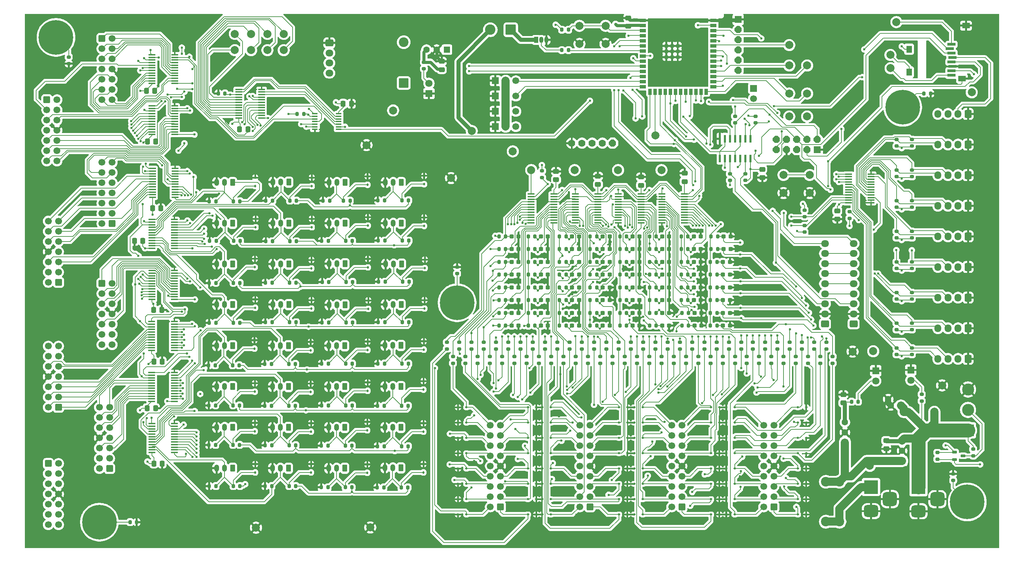
<source format=gbr>
%TF.GenerationSoftware,KiCad,Pcbnew,9.0.3*%
%TF.CreationDate,2025-09-18T23:18:23-06:00*%
%TF.ProjectId,Main Board,4d61696e-2042-46f6-9172-642e6b696361,rev?*%
%TF.SameCoordinates,Original*%
%TF.FileFunction,Copper,L1,Top*%
%TF.FilePolarity,Positive*%
%FSLAX46Y46*%
G04 Gerber Fmt 4.6, Leading zero omitted, Abs format (unit mm)*
G04 Created by KiCad (PCBNEW 9.0.3) date 2025-09-18 23:18:23*
%MOMM*%
%LPD*%
G01*
G04 APERTURE LIST*
G04 Aperture macros list*
%AMRoundRect*
0 Rectangle with rounded corners*
0 $1 Rounding radius*
0 $2 $3 $4 $5 $6 $7 $8 $9 X,Y pos of 4 corners*
0 Add a 4 corners polygon primitive as box body*
4,1,4,$2,$3,$4,$5,$6,$7,$8,$9,$2,$3,0*
0 Add four circle primitives for the rounded corners*
1,1,$1+$1,$2,$3*
1,1,$1+$1,$4,$5*
1,1,$1+$1,$6,$7*
1,1,$1+$1,$8,$9*
0 Add four rect primitives between the rounded corners*
20,1,$1+$1,$2,$3,$4,$5,0*
20,1,$1+$1,$4,$5,$6,$7,0*
20,1,$1+$1,$6,$7,$8,$9,0*
20,1,$1+$1,$8,$9,$2,$3,0*%
%AMOutline5P*
0 Free polygon, 5 corners , with rotation*
0 The origin of the aperture is its center*
0 number of corners: always 5*
0 $1 to $10 corner X, Y*
0 $11 Rotation angle, in degrees counterclockwise*
0 create outline with 5 corners*
4,1,5,$1,$2,$3,$4,$5,$6,$7,$8,$9,$10,$1,$2,$11*%
%AMOutline6P*
0 Free polygon, 6 corners , with rotation*
0 The origin of the aperture is its center*
0 number of corners: always 6*
0 $1 to $12 corner X, Y*
0 $13 Rotation angle, in degrees counterclockwise*
0 create outline with 6 corners*
4,1,6,$1,$2,$3,$4,$5,$6,$7,$8,$9,$10,$11,$12,$1,$2,$13*%
%AMOutline7P*
0 Free polygon, 7 corners , with rotation*
0 The origin of the aperture is its center*
0 number of corners: always 7*
0 $1 to $14 corner X, Y*
0 $15 Rotation angle, in degrees counterclockwise*
0 create outline with 7 corners*
4,1,7,$1,$2,$3,$4,$5,$6,$7,$8,$9,$10,$11,$12,$13,$14,$1,$2,$15*%
%AMOutline8P*
0 Free polygon, 8 corners , with rotation*
0 The origin of the aperture is its center*
0 number of corners: always 8*
0 $1 to $16 corner X, Y*
0 $17 Rotation angle, in degrees counterclockwise*
0 create outline with 8 corners*
4,1,8,$1,$2,$3,$4,$5,$6,$7,$8,$9,$10,$11,$12,$13,$14,$15,$16,$1,$2,$17*%
G04 Aperture macros list end*
%TA.AperFunction,ComponentPad*%
%ADD10RoundRect,0.250001X0.949999X-0.949999X0.949999X0.949999X-0.949999X0.949999X-0.949999X-0.949999X0*%
%TD*%
%TA.AperFunction,ComponentPad*%
%ADD11C,2.400000*%
%TD*%
%TA.AperFunction,SMDPad,CuDef*%
%ADD12RoundRect,0.200000X-0.200000X-0.275000X0.200000X-0.275000X0.200000X0.275000X-0.200000X0.275000X0*%
%TD*%
%TA.AperFunction,SMDPad,CuDef*%
%ADD13RoundRect,0.237500X-0.300000X-0.237500X0.300000X-0.237500X0.300000X0.237500X-0.300000X0.237500X0*%
%TD*%
%TA.AperFunction,ComponentPad*%
%ADD14RoundRect,0.250000X0.350000X0.625000X-0.350000X0.625000X-0.350000X-0.625000X0.350000X-0.625000X0*%
%TD*%
%TA.AperFunction,ComponentPad*%
%ADD15O,1.200000X1.750000*%
%TD*%
%TA.AperFunction,SMDPad,CuDef*%
%ADD16RoundRect,0.112500X0.112500X-0.187500X0.112500X0.187500X-0.112500X0.187500X-0.112500X-0.187500X0*%
%TD*%
%TA.AperFunction,SMDPad,CuDef*%
%ADD17RoundRect,0.112500X0.187500X0.112500X-0.187500X0.112500X-0.187500X-0.112500X0.187500X-0.112500X0*%
%TD*%
%TA.AperFunction,ComponentPad*%
%ADD18C,2.000000*%
%TD*%
%TA.AperFunction,SMDPad,CuDef*%
%ADD19RoundRect,0.200000X0.275000X-0.200000X0.275000X0.200000X-0.275000X0.200000X-0.275000X-0.200000X0*%
%TD*%
%TA.AperFunction,SMDPad,CuDef*%
%ADD20RoundRect,0.200000X0.200000X0.275000X-0.200000X0.275000X-0.200000X-0.275000X0.200000X-0.275000X0*%
%TD*%
%TA.AperFunction,SMDPad,CuDef*%
%ADD21RoundRect,0.200000X-0.275000X0.200000X-0.275000X-0.200000X0.275000X-0.200000X0.275000X0.200000X0*%
%TD*%
%TA.AperFunction,SMDPad,CuDef*%
%ADD22RoundRect,0.250000X-0.475000X0.337500X-0.475000X-0.337500X0.475000X-0.337500X0.475000X0.337500X0*%
%TD*%
%TA.AperFunction,ComponentPad*%
%ADD23RoundRect,0.250000X0.550000X0.550000X-0.550000X0.550000X-0.550000X-0.550000X0.550000X-0.550000X0*%
%TD*%
%TA.AperFunction,ComponentPad*%
%ADD24C,1.600000*%
%TD*%
%TA.AperFunction,ComponentPad*%
%ADD25RoundRect,0.250000X0.600000X0.600000X-0.600000X0.600000X-0.600000X-0.600000X0.600000X-0.600000X0*%
%TD*%
%TA.AperFunction,ComponentPad*%
%ADD26C,1.700000*%
%TD*%
%TA.AperFunction,ComponentPad*%
%ADD27R,1.605000X1.605000*%
%TD*%
%TA.AperFunction,ComponentPad*%
%ADD28C,1.605000*%
%TD*%
%TA.AperFunction,SMDPad,CuDef*%
%ADD29R,1.676400X0.355600*%
%TD*%
%TA.AperFunction,ComponentPad*%
%ADD30R,3.000000X3.000000*%
%TD*%
%TA.AperFunction,ComponentPad*%
%ADD31C,3.000000*%
%TD*%
%TA.AperFunction,SMDPad,CuDef*%
%ADD32RoundRect,0.075000X-0.540000X-0.225000X0.540000X-0.225000X0.540000X0.225000X-0.540000X0.225000X0*%
%TD*%
%TA.AperFunction,SMDPad,CuDef*%
%ADD33RoundRect,0.112500X-0.187500X-0.112500X0.187500X-0.112500X0.187500X0.112500X-0.187500X0.112500X0*%
%TD*%
%TA.AperFunction,SMDPad,CuDef*%
%ADD34R,1.409700X0.355600*%
%TD*%
%TA.AperFunction,ComponentPad*%
%ADD35Outline8P,-0.889000X0.368236X-0.368236X0.889000X0.368236X0.889000X0.889000X0.368236X0.889000X-0.368236X0.368236X-0.889000X-0.368236X-0.889000X-0.889000X-0.368236X270.000000*%
%TD*%
%TA.AperFunction,ComponentPad*%
%ADD36R,1.778000X1.778000*%
%TD*%
%TA.AperFunction,ComponentPad*%
%ADD37R,1.800000X1.800000*%
%TD*%
%TA.AperFunction,ComponentPad*%
%ADD38C,1.800000*%
%TD*%
%TA.AperFunction,ComponentPad*%
%ADD39RoundRect,0.250000X0.600000X0.725000X-0.600000X0.725000X-0.600000X-0.725000X0.600000X-0.725000X0*%
%TD*%
%TA.AperFunction,ComponentPad*%
%ADD40O,1.700000X1.950000*%
%TD*%
%TA.AperFunction,ComponentPad*%
%ADD41RoundRect,0.250000X0.725000X-0.600000X0.725000X0.600000X-0.725000X0.600000X-0.725000X-0.600000X0*%
%TD*%
%TA.AperFunction,ComponentPad*%
%ADD42O,1.950000X1.700000*%
%TD*%
%TA.AperFunction,SMDPad,CuDef*%
%ADD43RoundRect,0.250000X0.337500X0.475000X-0.337500X0.475000X-0.337500X-0.475000X0.337500X-0.475000X0*%
%TD*%
%TA.AperFunction,SMDPad,CuDef*%
%ADD44RoundRect,0.250000X0.475000X-0.337500X0.475000X0.337500X-0.475000X0.337500X-0.475000X-0.337500X0*%
%TD*%
%TA.AperFunction,ComponentPad*%
%ADD45RoundRect,0.250000X-0.600000X-0.600000X0.600000X-0.600000X0.600000X0.600000X-0.600000X0.600000X0*%
%TD*%
%TA.AperFunction,ComponentPad*%
%ADD46R,1.700000X1.700000*%
%TD*%
%TA.AperFunction,ComponentPad*%
%ADD47R,3.500000X3.500000*%
%TD*%
%TA.AperFunction,ComponentPad*%
%ADD48RoundRect,0.750000X1.000000X-0.750000X1.000000X0.750000X-1.000000X0.750000X-1.000000X-0.750000X0*%
%TD*%
%TA.AperFunction,ComponentPad*%
%ADD49RoundRect,0.875000X0.875000X-0.875000X0.875000X0.875000X-0.875000X0.875000X-0.875000X-0.875000X0*%
%TD*%
%TA.AperFunction,ComponentPad*%
%ADD50RoundRect,0.250000X1.050000X1.050000X-1.050000X1.050000X-1.050000X-1.050000X1.050000X-1.050000X0*%
%TD*%
%TA.AperFunction,ComponentPad*%
%ADD51C,2.600000*%
%TD*%
%TA.AperFunction,SMDPad,CuDef*%
%ADD52R,0.558800X1.981200*%
%TD*%
%TA.AperFunction,ComponentPad*%
%ADD53C,8.600000*%
%TD*%
%TA.AperFunction,ComponentPad*%
%ADD54R,1.050000X1.500000*%
%TD*%
%TA.AperFunction,ComponentPad*%
%ADD55O,1.050000X1.500000*%
%TD*%
%TA.AperFunction,ComponentPad*%
%ADD56RoundRect,0.250000X-0.725000X0.600000X-0.725000X-0.600000X0.725000X-0.600000X0.725000X0.600000X0*%
%TD*%
%TA.AperFunction,ComponentPad*%
%ADD57C,1.778000*%
%TD*%
%TA.AperFunction,ComponentPad*%
%ADD58Outline8P,-0.889000X0.368236X-0.368236X0.889000X0.368236X0.889000X0.889000X0.368236X0.889000X-0.368236X0.368236X-0.889000X-0.368236X-0.889000X-0.889000X-0.368236X180.000000*%
%TD*%
%TA.AperFunction,SMDPad,CuDef*%
%ADD59RoundRect,0.250000X-0.337500X-0.475000X0.337500X-0.475000X0.337500X0.475000X-0.337500X0.475000X0*%
%TD*%
%TA.AperFunction,SMDPad,CuDef*%
%ADD60R,1.500000X0.900000*%
%TD*%
%TA.AperFunction,SMDPad,CuDef*%
%ADD61R,0.900000X1.500000*%
%TD*%
%TA.AperFunction,SMDPad,CuDef*%
%ADD62R,0.900000X0.900000*%
%TD*%
%TA.AperFunction,SMDPad,CuDef*%
%ADD63R,2.000000X0.800000*%
%TD*%
%TA.AperFunction,SMDPad,CuDef*%
%ADD64R,1.400000X1.800000*%
%TD*%
%TA.AperFunction,SMDPad,CuDef*%
%ADD65R,1.900000X1.400000*%
%TD*%
%TA.AperFunction,ViaPad*%
%ADD66C,0.600000*%
%TD*%
%TA.AperFunction,ViaPad*%
%ADD67C,0.750000*%
%TD*%
%TA.AperFunction,ViaPad*%
%ADD68C,2.000000*%
%TD*%
%TA.AperFunction,Conductor*%
%ADD69C,0.200000*%
%TD*%
%TA.AperFunction,Conductor*%
%ADD70C,1.500000*%
%TD*%
%TA.AperFunction,Conductor*%
%ADD71C,0.750000*%
%TD*%
%TA.AperFunction,Conductor*%
%ADD72C,2.000000*%
%TD*%
%TA.AperFunction,Conductor*%
%ADD73C,1.000000*%
%TD*%
%TA.AperFunction,Conductor*%
%ADD74C,3.500000*%
%TD*%
G04 APERTURE END LIST*
D10*
%TO.P,D100,1,K*%
%TO.N,+12V*%
X123900000Y-39280000D03*
D11*
%TO.P,D100,2,A*%
%TO.N,+5V_SERVO*%
X123900000Y-29120000D03*
%TD*%
D12*
%TO.P,R16,1*%
%TO.N,/Analog Input Mux/SW7_0*%
X109540000Y-88815000D03*
%TO.P,R16,2*%
%TO.N,+3.3V*%
X111190000Y-88815000D03*
%TD*%
D13*
%TO.P,C34,1*%
%TO.N,Net-(U11-P01)*%
X150712500Y-83820000D03*
%TO.P,C34,2*%
%TO.N,GND*%
X152437500Y-83820000D03*
%TD*%
%TO.P,C66,1*%
%TO.N,Net-(U13-P04)*%
X180747500Y-90170000D03*
%TO.P,C66,2*%
%TO.N,GND*%
X182472500Y-90170000D03*
%TD*%
D14*
%TO.P,J19,1,Pin_1*%
%TO.N,+3.3V*%
X109315000Y-94530000D03*
D15*
%TO.P,J19,2,Pin_2*%
%TO.N,/Analog Input Mux/SW5_0*%
X107315000Y-94530000D03*
%TO.P,J19,3,Pin_3*%
%TO.N,GND*%
X105315000Y-94530000D03*
%TD*%
D12*
%TO.P,R74,1*%
%TO.N,+3.3V*%
X200280000Y-77470000D03*
%TO.P,R74,2*%
%TO.N,Net-(U23-P07)*%
X201930000Y-77470000D03*
%TD*%
D14*
%TO.P,J16,1,Pin_1*%
%TO.N,+3.3V*%
X123285000Y-74210000D03*
D15*
%TO.P,J16,2,Pin_2*%
%TO.N,/Analog Input Mux/SW3_0*%
X121285000Y-74210000D03*
%TO.P,J16,3,Pin_3*%
%TO.N,GND*%
X119285000Y-74210000D03*
%TD*%
D14*
%TO.P,J23,1,Pin_1*%
%TO.N,+3.3V*%
X81375000Y-94445000D03*
D15*
%TO.P,J23,2,Pin_2*%
%TO.N,/Analog Input Mux/SW9_0*%
X79375000Y-94445000D03*
%TO.P,J23,3,Pin_3*%
%TO.N,GND*%
X77375000Y-94445000D03*
%TD*%
D16*
%TO.P,D87,1,A1*%
%TO.N,/Analog Input Mux/SW9_1*%
X86995000Y-136220000D03*
%TO.P,D87,2,A2*%
%TO.N,GND*%
X86995000Y-134120000D03*
%TD*%
D12*
%TO.P,R34,1*%
%TO.N,/Analog Input Mux/SW0_1*%
X109475000Y-109135000D03*
%TO.P,R34,2*%
%TO.N,+3.3V*%
X111125000Y-109135000D03*
%TD*%
%TO.P,R4,1*%
%TO.N,/Analog Input Mux/SW1_0*%
X123445000Y-68495000D03*
%TO.P,R4,2*%
%TO.N,+3.3V*%
X125095000Y-68495000D03*
%TD*%
D17*
%TO.P,D53,1,A1*%
%TO.N,Net-(D53-A1)*%
X160435000Y-139065000D03*
%TO.P,D53,2,A2*%
%TO.N,GND*%
X158335000Y-139065000D03*
%TD*%
D18*
%TO.P,TP14,1,1*%
%TO.N,unconnected-(TP14-Pad1)*%
X186436000Y-52324000D03*
%TD*%
%TO.P,TP9,1,1*%
%TO.N,unconnected-(TP9-Pad1)*%
X219710000Y-41910000D03*
%TD*%
D19*
%TO.P,R201,1*%
%TO.N,Net-(D49-A1)*%
X165100000Y-105473000D03*
%TO.P,R201,2*%
%TO.N,Net-(U12-P04)*%
X165100000Y-103823000D03*
%TD*%
D17*
%TO.P,D37,1,A1*%
%TO.N,Net-(D37-A1)*%
X160435000Y-146685000D03*
%TO.P,D37,2,A2*%
%TO.N,GND*%
X158335000Y-146685000D03*
%TD*%
D12*
%TO.P,R64,1*%
%TO.N,/Analog Input Mux/SW15_1*%
X81345000Y-109560000D03*
%TO.P,R64,2*%
%TO.N,+3.3V*%
X82995000Y-109560000D03*
%TD*%
D19*
%TO.P,R160,1*%
%TO.N,+3.3V*%
X204978000Y-63549800D03*
%TO.P,R160,2*%
%TO.N,/LCD_CS_A*%
X204978000Y-61899800D03*
%TD*%
D20*
%TO.P,R3,1*%
%TO.N,/Analog Input Mux/SW0_0*%
X105473000Y-68580000D03*
%TO.P,R3,2*%
%TO.N,GND*%
X103823000Y-68580000D03*
%TD*%
D16*
%TO.P,D89,1,A1*%
%TO.N,/Analog Input Mux/SW7_1*%
X128810000Y-136210000D03*
%TO.P,D89,2,A2*%
%TO.N,GND*%
X128810000Y-134110000D03*
%TD*%
%TO.P,D81,1,A1*%
%TO.N,/Analog Input Mux/SW15_1*%
X86805000Y-105400000D03*
%TO.P,D81,2,A2*%
%TO.N,GND*%
X86805000Y-103300000D03*
%TD*%
D13*
%TO.P,C19,1*%
%TO.N,Net-(U23-P06)*%
X196177500Y-99695000D03*
%TO.P,C19,2*%
%TO.N,GND*%
X197902500Y-99695000D03*
%TD*%
D21*
%TO.P,R161,1*%
%TO.N,+3.3V*%
X211328000Y-47549800D03*
%TO.P,R161,2*%
%TO.N,/SD_CS*%
X211328000Y-49199800D03*
%TD*%
D22*
%TO.P,C83,1*%
%TO.N,GND*%
X161747200Y-61294100D03*
%TO.P,C83,2*%
%TO.N,+3.3V*%
X161747200Y-63369100D03*
%TD*%
D14*
%TO.P,J40,1,Pin_1*%
%TO.N,+3.3V*%
X109220000Y-125010000D03*
D15*
%TO.P,J40,2,Pin_2*%
%TO.N,/Analog Input Mux/SW4_1*%
X107220000Y-125010000D03*
%TO.P,J40,3,Pin_3*%
%TO.N,GND*%
X105220000Y-125010000D03*
%TD*%
D19*
%TO.P,R136,1*%
%TO.N,+3.3V*%
X234696000Y-72961000D03*
%TO.P,R136,2*%
%TO.N,Net-(U21-~{RESET})*%
X234696000Y-71311000D03*
%TD*%
%TO.P,R171,1*%
%TO.N,Net-(D35-A1)*%
X183388000Y-105473000D03*
%TO.P,R171,2*%
%TO.N,Net-(U13-P00)*%
X183388000Y-103823000D03*
%TD*%
D14*
%TO.P,J38,1,Pin_1*%
%TO.N,+3.3V*%
X109220000Y-135170000D03*
D15*
%TO.P,J38,2,Pin_2*%
%TO.N,/Analog Input Mux/SW6_1*%
X107220000Y-135170000D03*
%TO.P,J38,3,Pin_3*%
%TO.N,GND*%
X105220000Y-135170000D03*
%TD*%
D17*
%TO.P,D45,1,A1*%
%TO.N,Net-(D45-A1)*%
X160435000Y-142875000D03*
%TO.P,D45,2,A2*%
%TO.N,GND*%
X158335000Y-142875000D03*
%TD*%
D18*
%TO.P,TP27,1,1*%
%TO.N,GND*%
X235458000Y-106146600D03*
%TD*%
D23*
%TO.P,C80,1*%
%TO.N,+5V_NEOPIXEL*%
X248143137Y-121157800D03*
X247472200Y-119557800D03*
D24*
%TO.P,C80,2*%
%TO.N,GND*%
X244972200Y-119557800D03*
X244301263Y-117957800D03*
%TD*%
D20*
%TO.P,R35,1*%
%TO.N,/Analog Input Mux/SW0_1*%
X105155000Y-109135000D03*
%TO.P,R35,2*%
%TO.N,GND*%
X103505000Y-109135000D03*
%TD*%
D17*
%TO.P,D60,1,A1*%
%TO.N,Net-(D60-A1)*%
X183295000Y-131445000D03*
%TO.P,D60,2,A2*%
%TO.N,GND*%
X181195000Y-131445000D03*
%TD*%
D12*
%TO.P,R69,1*%
%TO.N,+3.3V*%
X192850000Y-86995000D03*
%TO.P,R69,2*%
%TO.N,Net-(U23-P02)*%
X194500000Y-86995000D03*
%TD*%
D19*
%TO.P,R193,1*%
%TO.N,Net-(D45-A1)*%
X163576000Y-109029000D03*
%TO.P,R193,2*%
%TO.N,Net-(U12-P03)*%
X163576000Y-107379000D03*
%TD*%
D18*
%TO.P,SW2,1,1*%
%TO.N,Net-(U1-EN)*%
X167565000Y-25055000D03*
X174065000Y-25055000D03*
%TO.P,SW2,2,2*%
%TO.N,GND*%
X167565000Y-29555000D03*
X174065000Y-29555000D03*
%TD*%
D22*
%TO.P,C85,1*%
%TO.N,GND*%
X172161200Y-62487900D03*
%TO.P,C85,2*%
%TO.N,+3.3V*%
X172161200Y-64562900D03*
%TD*%
D25*
%TO.P,J47,1,Pin_1*%
%TO.N,Net-(D33-A1)*%
X170180000Y-144780000D03*
D26*
%TO.P,J47,2,Pin_2*%
%TO.N,Net-(D37-A1)*%
X167640000Y-144780000D03*
%TO.P,J47,3,Pin_3*%
%TO.N,Net-(D41-A1)*%
X170180000Y-142240000D03*
%TO.P,J47,4,Pin_4*%
%TO.N,Net-(D45-A1)*%
X167640000Y-142240000D03*
%TO.P,J47,5,Pin_5*%
%TO.N,Net-(D49-A1)*%
X170180000Y-139700000D03*
%TO.P,J47,6,Pin_6*%
%TO.N,Net-(D53-A1)*%
X167640000Y-139700000D03*
%TO.P,J47,7,Pin_7*%
%TO.N,Net-(D57-A1)*%
X170180000Y-137160000D03*
%TO.P,J47,8,Pin_8*%
%TO.N,Net-(D61-A1)*%
X167640000Y-137160000D03*
%TO.P,J47,9,Pin_9*%
%TO.N,GND*%
X170180000Y-134620000D03*
%TO.P,J47,10,Pin_10*%
%TO.N,+3.3V*%
X167640000Y-134620000D03*
%TO.P,J47,11,Pin_11*%
%TO.N,Net-(D62-A1)*%
X170180000Y-132080000D03*
%TO.P,J47,12,Pin_12*%
%TO.N,Net-(D58-A1)*%
X167640000Y-132080000D03*
%TO.P,J47,13,Pin_13*%
%TO.N,Net-(D54-A1)*%
X170180000Y-129540000D03*
%TO.P,J47,14,Pin_14*%
%TO.N,Net-(D50-A1)*%
X167640000Y-129540000D03*
%TO.P,J47,15,Pin_15*%
%TO.N,Net-(D46-A1)*%
X170180000Y-127000000D03*
%TO.P,J47,16,Pin_16*%
%TO.N,Net-(D42-A1)*%
X167640000Y-127000000D03*
%TO.P,J47,17,Pin_17*%
%TO.N,Net-(D38-A1)*%
X170180000Y-124460000D03*
%TO.P,J47,18,Pin_18*%
%TO.N,Net-(D34-A1)*%
X167640000Y-124460000D03*
%TD*%
D12*
%TO.P,R127,1*%
%TO.N,+3.3V*%
X154840000Y-96520000D03*
%TO.P,R127,2*%
%TO.N,Net-(U11-P07)*%
X156490000Y-96520000D03*
%TD*%
D18*
%TO.P,TP15,1,1*%
%TO.N,unconnected-(J110-DAT1-Pad8)*%
X244906800Y-35610800D03*
%TD*%
D13*
%TO.P,C78,1*%
%TO.N,Net-(U13-P07)*%
X180747500Y-99695000D03*
%TO.P,C78,2*%
%TO.N,GND*%
X182472500Y-99695000D03*
%TD*%
D20*
%TO.P,R29,1*%
%TO.N,/Analog Input Mux/SW13_0*%
X91280000Y-78670000D03*
%TO.P,R29,2*%
%TO.N,GND*%
X89630000Y-78670000D03*
%TD*%
D13*
%TO.P,C50,1*%
%TO.N,Net-(U13-P00)*%
X180747500Y-77470000D03*
%TO.P,C50,2*%
%TO.N,GND*%
X182472500Y-77470000D03*
%TD*%
D14*
%TO.P,J32,1,Pin_1*%
%TO.N,+3.3V*%
X95250000Y-114850000D03*
D15*
%TO.P,J32,2,Pin_2*%
%TO.N,/Analog Input Mux/SW12_1*%
X93250000Y-114850000D03*
%TO.P,J32,3,Pin_3*%
%TO.N,GND*%
X91250000Y-114850000D03*
%TD*%
D19*
%TO.P,R185,1*%
%TO.N,Net-(D41-A1)*%
X162052000Y-105473000D03*
%TO.P,R185,2*%
%TO.N,Net-(U12-P02)*%
X162052000Y-103823000D03*
%TD*%
D12*
%TO.P,R66,1*%
%TO.N,Net-(Q2-B)*%
X163195000Y-31115000D03*
%TO.P,R66,2*%
%TO.N,/Speaker_Out*%
X164845000Y-31115000D03*
%TD*%
D18*
%TO.P,TP1,1,1*%
%TO.N,Net-(U2-CHANNELIN{slash}OUT8)*%
X94065000Y-31115000D03*
%TD*%
D27*
%TO.P,PS1,1,+VIN*%
%TO.N,+12V*%
X134620000Y-30985000D03*
D28*
%TO.P,PS1,2,GND*%
%TO.N,GND*%
X132080000Y-30985000D03*
%TO.P,PS1,3,+VOUT*%
%TO.N,+5V_SERVO*%
X129540000Y-30985000D03*
%TD*%
D29*
%TO.P,U4,1,COMMONOUT/IN*%
%TO.N,Net-(U2-CHANNELIN{slash}OUT1)*%
X66944400Y-52114999D03*
%TO.P,U4,2,CHANNELIN/OUT7*%
%TO.N,Net-(J6-Pin_14)*%
X66944400Y-51465000D03*
%TO.P,U4,3,CHANNELIN/OUT6*%
%TO.N,Net-(J6-Pin_13)*%
X66944400Y-50815002D03*
%TO.P,U4,4,CHANNELIN/OUT5*%
%TO.N,Net-(J6-Pin_12)*%
X66944400Y-50165001D03*
%TO.P,U4,5,CHANNELIN/OUT4*%
%TO.N,Net-(J6-Pin_11)*%
X66944400Y-49515002D03*
%TO.P,U4,6,CHANNELIN/OUT3*%
%TO.N,Net-(J6-Pin_10)*%
X66944400Y-48865001D03*
%TO.P,U4,7,CHANNELIN/OUT2*%
%TO.N,Net-(J6-Pin_9)*%
X66944400Y-48215002D03*
%TO.P,U4,8,CHANNELIN/OUT1*%
%TO.N,Net-(J6-Pin_6)*%
X66944400Y-47565001D03*
%TO.P,U4,9,CHANNELIN/OUT0*%
%TO.N,Net-(J6-Pin_5)*%
X66944400Y-46915002D03*
%TO.P,U4,10,A*%
%TO.N,/Analog Input Mux/Analog_Mux_A*%
X66944400Y-46265001D03*
%TO.P,U4,11,B*%
%TO.N,/Analog Input Mux/Analog_Mux_B*%
X66944400Y-45615002D03*
%TO.P,U4,12,VSS*%
%TO.N,GND*%
X66944400Y-44965001D03*
%TO.P,U4,13,D*%
%TO.N,/Analog Input Mux/Analog_Mux_D*%
X61305600Y-44965001D03*
%TO.P,U4,14,C*%
%TO.N,/Analog Input Mux/Analog_Mux_C*%
X61305600Y-45615000D03*
%TO.P,U4,15,INHIBIT*%
%TO.N,/Analog Input Mux/Inhibit*%
X61305600Y-46265001D03*
%TO.P,U4,16,CHANNELIN/OUT15*%
%TO.N,Net-(J7-Pin_10)*%
X61305600Y-46914999D03*
%TO.P,U4,17,CHANNELIN/OUT14*%
%TO.N,Net-(J7-Pin_9)*%
X61305600Y-47565001D03*
%TO.P,U4,18,CHANNELIN/OUT13*%
%TO.N,Net-(J7-Pin_6)*%
X61305600Y-48214999D03*
%TO.P,U4,19,CHANNELIN/OUT12*%
%TO.N,Net-(J7-Pin_5)*%
X61305600Y-48864998D03*
%TO.P,U4,20,CHANNELIN/OUT11*%
%TO.N,Net-(J7-Pin_4)*%
X61305600Y-49514999D03*
%TO.P,U4,21,CHANNELIN/OUT10*%
%TO.N,Net-(J7-Pin_3)*%
X61305600Y-50164998D03*
%TO.P,U4,22,CHANNELIN/OUT9*%
%TO.N,Net-(J7-Pin_2)*%
X61305600Y-50814999D03*
%TO.P,U4,23,CHANNELIN/OUT8*%
%TO.N,Net-(J7-Pin_1)*%
X61305600Y-51464998D03*
%TO.P,U4,24,VDD*%
%TO.N,+3.3V*%
X61305600Y-52114999D03*
%TD*%
D19*
%TO.P,R82,1*%
%TO.N,Net-(D8-A1)*%
X219837000Y-105473000D03*
%TO.P,R82,2*%
%TO.N,Net-(U23-P07)*%
X219837000Y-103823000D03*
%TD*%
D12*
%TO.P,R20,1*%
%TO.N,/Analog Input Mux/SW9_0*%
X81535000Y-98960000D03*
%TO.P,R20,2*%
%TO.N,+3.3V*%
X83185000Y-98960000D03*
%TD*%
D13*
%TO.P,C45,1*%
%TO.N,Net-(U11-P11)*%
X157977500Y-93345000D03*
%TO.P,C45,2*%
%TO.N,GND*%
X159702500Y-93345000D03*
%TD*%
D19*
%TO.P,R177,1*%
%TO.N,Net-(D37-A1)*%
X160528000Y-109029000D03*
%TO.P,R177,2*%
%TO.N,Net-(U12-P01)*%
X160528000Y-107379000D03*
%TD*%
%TO.P,R81,1*%
%TO.N,Net-(D7-A1)*%
X218313000Y-109029000D03*
%TO.P,R81,2*%
%TO.N,Net-(U23-P06)*%
X218313000Y-107379000D03*
%TD*%
%TO.P,R147,1*%
%TO.N,+3.3V*%
X250190000Y-100710000D03*
%TO.P,R147,2*%
%TO.N,/I2C_SDA_G*%
X250190000Y-99060000D03*
%TD*%
D12*
%TO.P,R48,1*%
%TO.N,/Analog Input Mux/SW7_1*%
X123255000Y-139955000D03*
%TO.P,R48,2*%
%TO.N,+3.3V*%
X124905000Y-139955000D03*
%TD*%
%TO.P,R116,1*%
%TO.N,+3.3V*%
X154840000Y-80645000D03*
%TO.P,R116,2*%
%TO.N,Net-(U11-P13)*%
X156490000Y-80645000D03*
%TD*%
D14*
%TO.P,J33,1,Pin_1*%
%TO.N,+3.3V*%
X81375000Y-125010000D03*
D15*
%TO.P,J33,2,Pin_2*%
%TO.N,/Analog Input Mux/SW11_1*%
X79375000Y-125010000D03*
%TO.P,J33,3,Pin_3*%
%TO.N,GND*%
X77375000Y-125010000D03*
%TD*%
D13*
%TO.P,C48,1*%
%TO.N,Net-(U12-P00)*%
X165735000Y-77470000D03*
%TO.P,C48,2*%
%TO.N,GND*%
X167460000Y-77470000D03*
%TD*%
D19*
%TO.P,R219,1*%
%TO.N,Net-(D59-A1)*%
X192532000Y-105473000D03*
%TO.P,R219,2*%
%TO.N,Net-(U13-P06)*%
X192532000Y-103823000D03*
%TD*%
D12*
%TO.P,R112,1*%
%TO.N,+3.3V*%
X147575000Y-99695000D03*
%TO.P,R112,2*%
%TO.N,Net-(U11-P14)*%
X149225000Y-99695000D03*
%TD*%
D18*
%TO.P,TP20,1,1*%
%TO.N,unconnected-(TP20-Pad1)*%
X224155000Y-47625000D03*
%TD*%
D30*
%TO.P,J88,1,Pin_1*%
%TO.N,+5V_NEOPIXEL*%
X264160000Y-125730000D03*
D31*
%TO.P,J88,2,Pin_2*%
%TO.N,Net-(J88-Pin_2)*%
X264160000Y-120650000D03*
%TO.P,J88,3,Pin_3*%
%TO.N,GND*%
X264160000Y-115570000D03*
%TD*%
D19*
%TO.P,R129,1*%
%TO.N,Net-(D31-A1)*%
X155956000Y-105473000D03*
%TO.P,R129,2*%
%TO.N,Net-(U11-P07)*%
X155956000Y-103823000D03*
%TD*%
D14*
%TO.P,J34,1,Pin_1*%
%TO.N,+3.3V*%
X95250000Y-125010000D03*
D15*
%TO.P,J34,2,Pin_2*%
%TO.N,/Analog Input Mux/SW10_1*%
X93250000Y-125010000D03*
%TO.P,J34,3,Pin_3*%
%TO.N,GND*%
X91250000Y-125010000D03*
%TD*%
D19*
%TO.P,R178,1*%
%TO.N,Net-(D38-A1)*%
X172720000Y-109029000D03*
%TO.P,R178,2*%
%TO.N,Net-(U12-P16)*%
X172720000Y-107379000D03*
%TD*%
D32*
%TO.P,Q1,1*%
%TO.N,+3.3V*%
X260770000Y-131130000D03*
%TO.P,Q1,2*%
%TO.N,Net-(U1-IO40)*%
X260770000Y-133030000D03*
%TO.P,Q1,3*%
%TO.N,Net-(J88-Pin_2)*%
X262890000Y-132080000D03*
%TD*%
D33*
%TO.P,D29,1,A1*%
%TO.N,Net-(D29-A1)*%
X154745000Y-135255000D03*
%TO.P,D29,2,A2*%
%TO.N,GND*%
X156845000Y-135255000D03*
%TD*%
D16*
%TO.P,D88,1,A1*%
%TO.N,/Analog Input Mux/SW8_1*%
X100870000Y-136220000D03*
%TO.P,D88,2,A2*%
%TO.N,GND*%
X100870000Y-134120000D03*
%TD*%
D12*
%TO.P,R182,1*%
%TO.N,+3.3V*%
X170217500Y-83820000D03*
%TO.P,R182,2*%
%TO.N,Net-(U12-P15)*%
X171867500Y-83820000D03*
%TD*%
%TO.P,R89,1*%
%TO.N,+3.3V*%
X192850000Y-80645000D03*
%TO.P,R89,2*%
%TO.N,Net-(U23-P14)*%
X194500000Y-80645000D03*
%TD*%
D34*
%TO.P,U19,1,A*%
%TO.N,/SPI_MOSI*%
X101822250Y-46944999D03*
%TO.P,U19,2,B*%
%TO.N,/CLR_SHFT*%
X101822250Y-47595000D03*
%TO.P,U19,3,QA*%
%TO.N,/Analog Input Mux/Analog_Mux_A*%
X101822250Y-48245001D03*
%TO.P,U19,4,QB*%
%TO.N,/Analog Input Mux/Analog_Mux_B*%
X101822250Y-48895000D03*
%TO.P,U19,5,QC*%
%TO.N,/Analog Input Mux/Analog_Mux_C*%
X101822250Y-49544999D03*
%TO.P,U19,6,QD*%
%TO.N,/Analog Input Mux/Analog_Mux_D*%
X101822250Y-50195000D03*
%TO.P,U19,7,GND*%
%TO.N,GND*%
X101822250Y-50844999D03*
%TO.P,U19,8,CLK*%
%TO.N,/SPI_SCK*%
X107727750Y-50845001D03*
%TO.P,U19,9,\u002ACLR*%
%TO.N,/CLR_SHFT*%
X107727750Y-50195000D03*
%TO.P,U19,10,QE*%
%TO.N,/Analog Input Mux/Analog_Mux_E*%
X107727750Y-49545001D03*
%TO.P,U19,11,QF*%
%TO.N,/Analog Input Mux/Analog_Mux_F*%
X107727750Y-48895000D03*
%TO.P,U19,12,QG*%
%TO.N,/Analog Input Mux/Analog_Mux_G*%
X107727750Y-48245001D03*
%TO.P,U19,13,QH*%
%TO.N,/Analog Input Mux/Analog_Mux_H*%
X107727750Y-47595000D03*
%TO.P,U19,14,VCC*%
%TO.N,+3.3V*%
X107727750Y-46945001D03*
%TD*%
D12*
%TO.P,R68,1*%
%TO.N,+3.3V*%
X192850000Y-83820000D03*
%TO.P,R68,2*%
%TO.N,Net-(U23-P01)*%
X194500000Y-83820000D03*
%TD*%
D13*
%TO.P,C67,1*%
%TO.N,Net-(U13-P13)*%
X188140000Y-90170000D03*
%TO.P,C67,2*%
%TO.N,GND*%
X189865000Y-90170000D03*
%TD*%
D19*
%TO.P,R114,1*%
%TO.N,Net-(D24-A1)*%
X145288000Y-109029000D03*
%TO.P,R114,2*%
%TO.N,Net-(U11-P14)*%
X145288000Y-107379000D03*
%TD*%
D12*
%TO.P,R54,1*%
%TO.N,/Analog Input Mux/SW10_1*%
X95410000Y-129455000D03*
%TO.P,R54,2*%
%TO.N,+3.3V*%
X97060000Y-129455000D03*
%TD*%
D20*
%TO.P,R133,1*%
%TO.N,Net-(U1-EN)*%
X164845000Y-26035000D03*
%TO.P,R133,2*%
%TO.N,+3.3V*%
X163195000Y-26035000D03*
%TD*%
D13*
%TO.P,C55,1*%
%TO.N,Net-(U13-P16)*%
X188140000Y-80645000D03*
%TO.P,C55,2*%
%TO.N,GND*%
X189865000Y-80645000D03*
%TD*%
D20*
%TO.P,R41,1*%
%TO.N,/Analog Input Mux/SW3_1*%
X119030000Y-119620000D03*
%TO.P,R41,2*%
%TO.N,GND*%
X117380000Y-119620000D03*
%TD*%
D16*
%TO.P,D93,1,A1*%
%TO.N,/Analog Input Mux/SW3_1*%
X128810000Y-115595000D03*
%TO.P,D93,2,A2*%
%TO.N,GND*%
X128810000Y-113495000D03*
%TD*%
D35*
%TO.P,J1,CTS,CTS*%
%TO.N,/CTS*%
X207010000Y-26035000D03*
D36*
%TO.P,J1,GND,GND*%
%TO.N,GND*%
X207010000Y-23495000D03*
D35*
%TO.P,J1,RTS,RTS*%
%TO.N,/RTS*%
X207010000Y-36195000D03*
%TO.P,J1,RXD,RXD*%
%TO.N,/RXD*%
X207010000Y-33655000D03*
%TO.P,J1,TXD,TXD*%
%TO.N,/TXD*%
X207010000Y-31115000D03*
%TO.P,J1,VCC,VCC*%
%TO.N,Net-(J45-Pin_1)*%
X207010000Y-28575000D03*
%TD*%
D19*
%TO.P,R113,1*%
%TO.N,Net-(D23-A1)*%
X143764000Y-105473000D03*
%TO.P,R113,2*%
%TO.N,Net-(U11-P03)*%
X143764000Y-103823000D03*
%TD*%
D16*
%TO.P,D75,1,A1*%
%TO.N,/Analog Input Mux/SW10_0*%
X100965000Y-85435000D03*
%TO.P,D75,2,A2*%
%TO.N,GND*%
X100965000Y-83335000D03*
%TD*%
D13*
%TO.P,C56,1*%
%TO.N,Net-(U12-P02)*%
X165735000Y-83820000D03*
%TO.P,C56,2*%
%TO.N,GND*%
X167460000Y-83820000D03*
%TD*%
D20*
%TO.P,R47,1*%
%TO.N,/Analog Input Mux/SW6_1*%
X105060000Y-139910000D03*
%TO.P,R47,2*%
%TO.N,GND*%
X103410000Y-139910000D03*
%TD*%
D18*
%TO.P,TP5,1,1*%
%TO.N,Net-(U2-CHANNELIN{slash}OUT12)*%
X85965000Y-31115000D03*
%TD*%
D13*
%TO.P,C70,1*%
%TO.N,Net-(U13-P05)*%
X180747500Y-93345000D03*
%TO.P,C70,2*%
%TO.N,GND*%
X182472500Y-93345000D03*
%TD*%
D18*
%TO.P,TP13,1,1*%
%TO.N,unconnected-(TP13-Pad1)*%
X224155000Y-41910000D03*
%TD*%
D13*
%TO.P,C65,1*%
%TO.N,Net-(U12-P13)*%
X173355000Y-90170000D03*
%TO.P,C65,2*%
%TO.N,GND*%
X175080000Y-90170000D03*
%TD*%
D20*
%TO.P,R37,1*%
%TO.N,/Analog Input Mux/SW1_1*%
X119125000Y-109135000D03*
%TO.P,R37,2*%
%TO.N,GND*%
X117475000Y-109135000D03*
%TD*%
D19*
%TO.P,R211,1*%
%TO.N,Net-(D55-A1)*%
X191008000Y-109029000D03*
%TO.P,R211,2*%
%TO.N,Net-(U13-P05)*%
X191008000Y-107379000D03*
%TD*%
D33*
%TO.P,D24,1,A1*%
%TO.N,Net-(D24-A1)*%
X154745000Y-123825000D03*
%TO.P,D24,2,A2*%
%TO.N,GND*%
X156845000Y-123825000D03*
%TD*%
D14*
%TO.P,J25,1,Pin_1*%
%TO.N,+3.3V*%
X81375000Y-64050000D03*
D15*
%TO.P,J25,2,Pin_2*%
%TO.N,/Analog Input Mux/SW15_0*%
X79375000Y-64050000D03*
%TO.P,J25,3,Pin_3*%
%TO.N,GND*%
X77375000Y-64050000D03*
%TD*%
D37*
%TO.P,D97,1,K*%
%TO.N,GND*%
X249936000Y-110713600D03*
D38*
%TO.P,D97,2,A*%
%TO.N,Net-(D97-A)*%
X249936000Y-113253600D03*
%TD*%
D37*
%TO.P,D98,1,K*%
%TO.N,GND*%
X130175000Y-41915000D03*
D38*
%TO.P,D98,2,A*%
%TO.N,Net-(D98-A)*%
X130175000Y-39375000D03*
%TD*%
D20*
%TO.P,R59,1*%
%TO.N,/Analog Input Mux/SW12_1*%
X90995000Y-119605000D03*
%TO.P,R59,2*%
%TO.N,GND*%
X89345000Y-119605000D03*
%TD*%
D13*
%TO.P,C79,1*%
%TO.N,Net-(U13-P10)*%
X188140000Y-99695000D03*
%TO.P,C79,2*%
%TO.N,GND*%
X189865000Y-99695000D03*
%TD*%
D18*
%TO.P,TP22,1,1*%
%TO.N,Net-(U11-~{INT})*%
X155575000Y-60960000D03*
%TD*%
D13*
%TO.P,C28,1*%
%TO.N,Net-(U23-P13)*%
X203227500Y-90170000D03*
%TO.P,C28,2*%
%TO.N,GND*%
X204952500Y-90170000D03*
%TD*%
D19*
%TO.P,R94,1*%
%TO.N,Net-(D14-A1)*%
X227457000Y-109029000D03*
%TO.P,R94,2*%
%TO.N,Net-(U23-P12)*%
X227457000Y-107379000D03*
%TD*%
%TO.P,R172,1*%
%TO.N,Net-(D36-A1)*%
X195580000Y-105473000D03*
%TO.P,R172,2*%
%TO.N,Net-(U13-P17)*%
X195580000Y-103823000D03*
%TD*%
%TO.P,R217,1*%
%TO.N,Net-(D57-A1)*%
X168148000Y-105473000D03*
%TO.P,R217,2*%
%TO.N,Net-(U12-P06)*%
X168148000Y-103823000D03*
%TD*%
%TO.P,R140,1*%
%TO.N,+3.3V*%
X246380000Y-62610000D03*
%TO.P,R140,2*%
%TO.N,/I2C_SCK_B*%
X246380000Y-60960000D03*
%TD*%
D29*
%TO.P,U3,1,COMMONOUT/IN*%
%TO.N,Net-(U2-CHANNELIN{slash}OUT0)*%
X66953800Y-39414999D03*
%TO.P,U3,2,CHANNELIN/OUT7*%
%TO.N,Net-(J5-Pin_10)*%
X66953800Y-38765000D03*
%TO.P,U3,3,CHANNELIN/OUT6*%
%TO.N,Net-(J5-Pin_9)*%
X66953800Y-38115002D03*
%TO.P,U3,4,CHANNELIN/OUT5*%
%TO.N,Net-(J5-Pin_6)*%
X66953800Y-37465001D03*
%TO.P,U3,5,CHANNELIN/OUT4*%
%TO.N,Net-(J5-Pin_5)*%
X66953800Y-36815002D03*
%TO.P,U3,6,CHANNELIN/OUT3*%
%TO.N,Net-(J5-Pin_4)*%
X66953800Y-36165001D03*
%TO.P,U3,7,CHANNELIN/OUT2*%
%TO.N,Net-(J5-Pin_3)*%
X66953800Y-35515002D03*
%TO.P,U3,8,CHANNELIN/OUT1*%
%TO.N,Net-(J5-Pin_2)*%
X66953800Y-34865001D03*
%TO.P,U3,9,CHANNELIN/OUT0*%
%TO.N,Net-(J5-Pin_1)*%
X66953800Y-34215002D03*
%TO.P,U3,10,A*%
%TO.N,/Analog Input Mux/Analog_Mux_A*%
X66953800Y-33565001D03*
%TO.P,U3,11,B*%
%TO.N,/Analog Input Mux/Analog_Mux_B*%
X66953800Y-32915002D03*
%TO.P,U3,12,VSS*%
%TO.N,GND*%
X66953800Y-32265001D03*
%TO.P,U3,13,D*%
%TO.N,/Analog Input Mux/Analog_Mux_D*%
X61315000Y-32265001D03*
%TO.P,U3,14,C*%
%TO.N,/Analog Input Mux/Analog_Mux_C*%
X61315000Y-32915000D03*
%TO.P,U3,15,INHIBIT*%
%TO.N,/Analog Input Mux/Inhibit*%
X61315000Y-33565001D03*
%TO.P,U3,16,CHANNELIN/OUT15*%
%TO.N,Net-(J6-Pin_4)*%
X61315000Y-34214999D03*
%TO.P,U3,17,CHANNELIN/OUT14*%
%TO.N,Net-(J6-Pin_3)*%
X61315000Y-34865001D03*
%TO.P,U3,18,CHANNELIN/OUT13*%
%TO.N,Net-(J6-Pin_2)*%
X61315000Y-35514999D03*
%TO.P,U3,19,CHANNELIN/OUT12*%
%TO.N,Net-(J6-Pin_1)*%
X61315000Y-36164998D03*
%TO.P,U3,20,CHANNELIN/OUT11*%
%TO.N,Net-(J5-Pin_14)*%
X61315000Y-36814999D03*
%TO.P,U3,21,CHANNELIN/OUT10*%
%TO.N,Net-(J5-Pin_13)*%
X61315000Y-37464998D03*
%TO.P,U3,22,CHANNELIN/OUT9*%
%TO.N,Net-(J5-Pin_12)*%
X61315000Y-38114999D03*
%TO.P,U3,23,CHANNELIN/OUT8*%
%TO.N,Net-(J5-Pin_11)*%
X61315000Y-38764998D03*
%TO.P,U3,24,VDD*%
%TO.N,+3.3V*%
X61315000Y-39414999D03*
%TD*%
D39*
%TO.P,J95,1,Pin_1*%
%TO.N,GND*%
X264160000Y-107950000D03*
D40*
%TO.P,J95,2,Pin_2*%
%TO.N,+3.3V*%
X261660000Y-107950000D03*
%TO.P,J95,3,Pin_3*%
%TO.N,/I2C_SDA_H*%
X259160000Y-107950000D03*
%TO.P,J95,4,Pin_4*%
%TO.N,/I2C_SCK_H*%
X256660000Y-107950000D03*
%TD*%
D39*
%TO.P,J85,1,Pin_1*%
%TO.N,GND*%
X264160000Y-69850000D03*
D40*
%TO.P,J85,2,Pin_2*%
%TO.N,+3.3V*%
X261660000Y-69850000D03*
%TO.P,J85,3,Pin_3*%
%TO.N,/I2C_SDA_C*%
X259160000Y-69850000D03*
%TO.P,J85,4,Pin_4*%
%TO.N,/I2C_SCK_C*%
X256660000Y-69850000D03*
%TD*%
D17*
%TO.P,D47,1,A1*%
%TO.N,Net-(D47-A1)*%
X183295000Y-142875000D03*
%TO.P,D47,2,A2*%
%TO.N,GND*%
X181195000Y-142875000D03*
%TD*%
D20*
%TO.P,R39,1*%
%TO.N,/Analog Input Mux/SW2_1*%
X105155000Y-119535000D03*
%TO.P,R39,2*%
%TO.N,GND*%
X103505000Y-119535000D03*
%TD*%
D13*
%TO.P,C25,1*%
%TO.N,Net-(U23-P16)*%
X203227500Y-83820000D03*
%TO.P,C25,2*%
%TO.N,GND*%
X204952500Y-83820000D03*
%TD*%
D41*
%TO.P,J98,1,Pin_1*%
%TO.N,+3.3V*%
X235712000Y-99248000D03*
D42*
%TO.P,J98,2,Pin_2*%
%TO.N,GND*%
X235712000Y-96748000D03*
%TO.P,J98,3,Pin_3*%
%TO.N,/LCD_CS_B*%
X235712000Y-94248000D03*
%TO.P,J98,4,Pin_4*%
%TO.N,/LCD_RESET*%
X235712000Y-91748000D03*
%TO.P,J98,5,Pin_5*%
%TO.N,/LCD_DC*%
X235712000Y-89248000D03*
%TO.P,J98,6,Pin_6*%
%TO.N,/SPI_MOSI*%
X235712000Y-86748000D03*
%TO.P,J98,7,Pin_7*%
%TO.N,/SPI_SCK*%
X235712000Y-84248000D03*
%TO.P,J98,8,Pin_8*%
%TO.N,/LCD_BRIGHTNESS*%
X235712000Y-81748000D03*
%TO.P,J98,9,Pin_9*%
%TO.N,/DISP_2_MISO*%
X235712000Y-79248000D03*
%TD*%
D16*
%TO.P,D92,1,A1*%
%TO.N,/Analog Input Mux/SW4_1*%
X114840000Y-125735000D03*
%TO.P,D92,2,A2*%
%TO.N,GND*%
X114840000Y-123635000D03*
%TD*%
%TO.P,D73,1,A1*%
%TO.N,/Analog Input Mux/SW8_0*%
X100965000Y-95425000D03*
%TO.P,D73,2,A2*%
%TO.N,GND*%
X100965000Y-93325000D03*
%TD*%
D18*
%TO.P,TP28,1,1*%
%TO.N,GND*%
X115570000Y-149910800D03*
%TD*%
D19*
%TO.P,R188,1*%
%TO.N,Net-(D44-A1)*%
X198628000Y-105473000D03*
%TO.P,R188,2*%
%TO.N,Net-(U13-P15)*%
X198628000Y-103823000D03*
%TD*%
%TO.P,R105,1*%
%TO.N,Net-(D19-A1)*%
X137668000Y-105473000D03*
%TO.P,R105,2*%
%TO.N,Net-(U11-P01)*%
X137668000Y-103823000D03*
%TD*%
D33*
%TO.P,D56,1,A1*%
%TO.N,Net-(D56-A1)*%
X200245000Y-127635000D03*
%TO.P,D56,2,A2*%
%TO.N,GND*%
X202345000Y-127635000D03*
%TD*%
D43*
%TO.P,C9,1*%
%TO.N,GND*%
X63858900Y-108606450D03*
%TO.P,C9,2*%
%TO.N,+3.3V*%
X61783900Y-108606450D03*
%TD*%
D16*
%TO.P,D70,1,A1*%
%TO.N,/Analog Input Mux/SW5_0*%
X115095000Y-95510000D03*
%TO.P,D70,2,A2*%
%TO.N,GND*%
X115095000Y-93410000D03*
%TD*%
D12*
%TO.P,R6,1*%
%TO.N,/Analog Input Mux/SW2_0*%
X109475000Y-78585000D03*
%TO.P,R6,2*%
%TO.N,+3.3V*%
X111125000Y-78585000D03*
%TD*%
%TO.P,R128,1*%
%TO.N,+3.3V*%
X154840000Y-99695000D03*
%TO.P,R128,2*%
%TO.N,Net-(U11-P10)*%
X156490000Y-99695000D03*
%TD*%
D29*
%TO.P,U5,1,COMMONOUT/IN*%
%TO.N,Net-(U2-CHANNELIN{slash}OUT2)*%
X67081400Y-67731449D03*
%TO.P,U5,2,CHANNELIN/OUT7*%
%TO.N,Net-(J8-Pin_4)*%
X67081400Y-67081450D03*
%TO.P,U5,3,CHANNELIN/OUT6*%
%TO.N,Net-(J8-Pin_3)*%
X67081400Y-66431452D03*
%TO.P,U5,4,CHANNELIN/OUT5*%
%TO.N,Net-(J8-Pin_2)*%
X67081400Y-65781451D03*
%TO.P,U5,5,CHANNELIN/OUT4*%
%TO.N,Net-(J8-Pin_1)*%
X67081400Y-65131452D03*
%TO.P,U5,6,CHANNELIN/OUT3*%
%TO.N,Net-(J7-Pin_14)*%
X67081400Y-64481451D03*
%TO.P,U5,7,CHANNELIN/OUT2*%
%TO.N,Net-(J7-Pin_13)*%
X67081400Y-63831452D03*
%TO.P,U5,8,CHANNELIN/OUT1*%
%TO.N,Net-(J7-Pin_12)*%
X67081400Y-63181451D03*
%TO.P,U5,9,CHANNELIN/OUT0*%
%TO.N,Net-(J7-Pin_11)*%
X67081400Y-62531452D03*
%TO.P,U5,10,A*%
%TO.N,/Analog Input Mux/Analog_Mux_A*%
X67081400Y-61881451D03*
%TO.P,U5,11,B*%
%TO.N,/Analog Input Mux/Analog_Mux_B*%
X67081400Y-61231452D03*
%TO.P,U5,12,VSS*%
%TO.N,GND*%
X67081400Y-60581451D03*
%TO.P,U5,13,D*%
%TO.N,/Analog Input Mux/Analog_Mux_D*%
X61442600Y-60581451D03*
%TO.P,U5,14,C*%
%TO.N,/Analog Input Mux/Analog_Mux_C*%
X61442600Y-61231450D03*
%TO.P,U5,15,INHIBIT*%
%TO.N,/Analog Input Mux/Inhibit*%
X61442600Y-61881451D03*
%TO.P,U5,16,CHANNELIN/OUT15*%
%TO.N,Net-(J8-Pin_14)*%
X61442600Y-62531449D03*
%TO.P,U5,17,CHANNELIN/OUT14*%
%TO.N,Net-(J8-Pin_13)*%
X61442600Y-63181451D03*
%TO.P,U5,18,CHANNELIN/OUT13*%
%TO.N,Net-(J8-Pin_12)*%
X61442600Y-63831449D03*
%TO.P,U5,19,CHANNELIN/OUT12*%
%TO.N,Net-(J8-Pin_11)*%
X61442600Y-64481448D03*
%TO.P,U5,20,CHANNELIN/OUT11*%
%TO.N,Net-(J8-Pin_10)*%
X61442600Y-65131449D03*
%TO.P,U5,21,CHANNELIN/OUT10*%
%TO.N,Net-(J8-Pin_9)*%
X61442600Y-65781448D03*
%TO.P,U5,22,CHANNELIN/OUT9*%
%TO.N,Net-(J8-Pin_6)*%
X61442600Y-66431449D03*
%TO.P,U5,23,CHANNELIN/OUT8*%
%TO.N,Net-(J8-Pin_5)*%
X61442600Y-67081448D03*
%TO.P,U5,24,VDD*%
%TO.N,+3.3V*%
X61442600Y-67731449D03*
%TD*%
D20*
%TO.P,R25,1*%
%TO.N,/Analog Input Mux/SW11_0*%
X77215000Y-89040000D03*
%TO.P,R25,2*%
%TO.N,GND*%
X75565000Y-89040000D03*
%TD*%
D12*
%TO.P,R197,1*%
%TO.N,+3.3V*%
X162597500Y-90170000D03*
%TO.P,R197,2*%
%TO.N,Net-(U12-P04)*%
X164247500Y-90170000D03*
%TD*%
D19*
%TO.P,R226,1*%
%TO.N,Net-(D62-A1)*%
X181864000Y-109029000D03*
%TO.P,R226,2*%
%TO.N,Net-(U12-P10)*%
X181864000Y-107379000D03*
%TD*%
%TO.P,R138,1*%
%TO.N,+3.3V*%
X246380000Y-54990000D03*
%TO.P,R138,2*%
%TO.N,/I2C_SCK_A*%
X246380000Y-53340000D03*
%TD*%
D16*
%TO.P,D86,1,A1*%
%TO.N,/Analog Input Mux/SW10_1*%
X100870000Y-126060000D03*
%TO.P,D86,2,A2*%
%TO.N,GND*%
X100870000Y-123960000D03*
%TD*%
%TO.P,D84,1,A1*%
%TO.N,/Analog Input Mux/SW12_1*%
X100775000Y-116210000D03*
%TO.P,D84,2,A2*%
%TO.N,GND*%
X100775000Y-114110000D03*
%TD*%
D17*
%TO.P,D31,1,A1*%
%TO.N,Net-(D31-A1)*%
X139480000Y-135255000D03*
%TO.P,D31,2,A2*%
%TO.N,GND*%
X137380000Y-135255000D03*
%TD*%
D12*
%TO.P,R198,1*%
%TO.N,+3.3V*%
X170217500Y-90170000D03*
%TO.P,R198,2*%
%TO.N,Net-(U12-P13)*%
X171867500Y-90170000D03*
%TD*%
D17*
%TO.P,D6,1,A1*%
%TO.N,Net-(D6-A1)*%
X206155000Y-139065000D03*
%TO.P,D6,2,A2*%
%TO.N,GND*%
X204055000Y-139065000D03*
%TD*%
D12*
%TO.P,R36,1*%
%TO.N,/Analog Input Mux/SW1_1*%
X123445000Y-109135000D03*
%TO.P,R36,2*%
%TO.N,+3.3V*%
X125095000Y-109135000D03*
%TD*%
D13*
%TO.P,C24,1*%
%TO.N,Net-(U23-P17)*%
X203417500Y-80645000D03*
%TO.P,C24,2*%
%TO.N,GND*%
X205142500Y-80645000D03*
%TD*%
D33*
%TO.P,D64,1,A1*%
%TO.N,Net-(D64-A1)*%
X200245000Y-131445000D03*
%TO.P,D64,2,A2*%
%TO.N,GND*%
X202345000Y-131445000D03*
%TD*%
D18*
%TO.P,TP3,1,1*%
%TO.N,Net-(U2-CHANNELIN{slash}OUT10)*%
X90015000Y-31115000D03*
%TD*%
D16*
%TO.P,D83,1,A1*%
%TO.N,/Analog Input Mux/SW13_1*%
X86900000Y-116125000D03*
%TO.P,D83,2,A2*%
%TO.N,GND*%
X86900000Y-114025000D03*
%TD*%
D19*
%TO.P,R92,1*%
%TO.N,Net-(D13-A1)*%
X225933000Y-105473000D03*
%TO.P,R92,2*%
%TO.N,Net-(U23-P13)*%
X225933000Y-103823000D03*
%TD*%
%TO.P,R148,1*%
%TO.N,+3.3V*%
X246380000Y-100710000D03*
%TO.P,R148,2*%
%TO.N,/I2C_SCK_G*%
X246380000Y-99060000D03*
%TD*%
D33*
%TO.P,D20,1,A1*%
%TO.N,Net-(D20-A1)*%
X154745000Y-120015000D03*
%TO.P,D20,2,A2*%
%TO.N,GND*%
X156845000Y-120015000D03*
%TD*%
D13*
%TO.P,C13,1*%
%TO.N,Net-(U23-P00)*%
X195987500Y-77470000D03*
%TO.P,C13,2*%
%TO.N,GND*%
X197712500Y-77470000D03*
%TD*%
D20*
%TO.P,R11,1*%
%TO.N,/Analog Input Mux/SW4_0*%
X119190000Y-98820000D03*
%TO.P,R11,2*%
%TO.N,GND*%
X117540000Y-98820000D03*
%TD*%
D37*
%TO.P,D99,1,K*%
%TO.N,GND*%
X241198400Y-110891400D03*
D38*
%TO.P,D99,2,A*%
%TO.N,Net-(D99-A)*%
X241198400Y-113431400D03*
%TD*%
D12*
%TO.P,R165,1*%
%TO.N,+3.3V*%
X162597500Y-77470000D03*
%TO.P,R165,2*%
%TO.N,Net-(U12-P00)*%
X164247500Y-77470000D03*
%TD*%
D17*
%TO.P,D19,1,A1*%
%TO.N,Net-(D19-A1)*%
X139480000Y-146685000D03*
%TO.P,D19,2,A2*%
%TO.N,GND*%
X137380000Y-146685000D03*
%TD*%
D33*
%TO.P,D62,1,A1*%
%TO.N,Net-(D62-A1)*%
X177385000Y-131445000D03*
%TO.P,D62,2,A2*%
%TO.N,GND*%
X179485000Y-131445000D03*
%TD*%
D13*
%TO.P,C47,1*%
%TO.N,Net-(U11-P10)*%
X157977500Y-99695000D03*
%TO.P,C47,2*%
%TO.N,GND*%
X159702500Y-99695000D03*
%TD*%
D16*
%TO.P,D67,1,A1*%
%TO.N,/Analog Input Mux/SW2_0*%
X115000000Y-74780000D03*
%TO.P,D67,2,A2*%
%TO.N,GND*%
X115000000Y-72680000D03*
%TD*%
D44*
%TO.P,C3,1*%
%TO.N,+3.3V*%
X179705000Y-25167500D03*
%TO.P,C3,2*%
%TO.N,GND*%
X179705000Y-23092500D03*
%TD*%
D13*
%TO.P,C26,1*%
%TO.N,Net-(U23-P15)*%
X203227500Y-86995000D03*
%TO.P,C26,2*%
%TO.N,GND*%
X204952500Y-86995000D03*
%TD*%
D21*
%TO.P,R130,1*%
%TO.N,+3.3V*%
X223520000Y-70930000D03*
%TO.P,R130,2*%
%TO.N,/I2C_SCK_MAIN*%
X223520000Y-72580000D03*
%TD*%
D16*
%TO.P,D76,1,A1*%
%TO.N,/Analog Input Mux/SW11_0*%
X86900000Y-85140000D03*
%TO.P,D76,2,A2*%
%TO.N,GND*%
X86900000Y-83040000D03*
%TD*%
D14*
%TO.P,J15,1,Pin_1*%
%TO.N,+3.3V*%
X109315000Y-74210000D03*
D15*
%TO.P,J15,2,Pin_2*%
%TO.N,/Analog Input Mux/SW2_0*%
X107315000Y-74210000D03*
%TO.P,J15,3,Pin_3*%
%TO.N,GND*%
X105315000Y-74210000D03*
%TD*%
D12*
%TO.P,R111,1*%
%TO.N,+3.3V*%
X147575000Y-96520000D03*
%TO.P,R111,2*%
%TO.N,Net-(U11-P03)*%
X149225000Y-96520000D03*
%TD*%
D17*
%TO.P,D8,1,A1*%
%TO.N,Net-(D8-A1)*%
X206155000Y-135255000D03*
%TO.P,D8,2,A2*%
%TO.N,GND*%
X204055000Y-135255000D03*
%TD*%
D45*
%TO.P,J12,1,Pin_1*%
%TO.N,Net-(J12-Pin_1)*%
X35560000Y-133985000D03*
D26*
%TO.P,J12,2,Pin_2*%
%TO.N,Net-(J12-Pin_2)*%
X38100000Y-133985000D03*
%TO.P,J12,3,Pin_3*%
%TO.N,Net-(J12-Pin_3)*%
X35560000Y-136525000D03*
%TO.P,J12,4,Pin_4*%
%TO.N,Net-(J12-Pin_4)*%
X38100000Y-136525000D03*
%TO.P,J12,5,Pin_5*%
%TO.N,Net-(J12-Pin_5)*%
X35560000Y-139065000D03*
%TO.P,J12,6,Pin_6*%
%TO.N,Net-(J12-Pin_6)*%
X38100000Y-139065000D03*
%TO.P,J12,7,Pin_7*%
%TO.N,+3.3V*%
X35560000Y-141605000D03*
%TO.P,J12,8,Pin_8*%
%TO.N,GND*%
X38100000Y-141605000D03*
%TO.P,J12,9,Pin_9*%
%TO.N,Net-(J12-Pin_9)*%
X35560000Y-144145000D03*
%TO.P,J12,10,Pin_10*%
%TO.N,Net-(J12-Pin_10)*%
X38100000Y-144145000D03*
%TO.P,J12,11,Pin_11*%
%TO.N,Net-(J12-Pin_11)*%
X35560000Y-146685000D03*
%TO.P,J12,12,Pin_12*%
%TO.N,Net-(J12-Pin_12)*%
X38100000Y-146685000D03*
%TO.P,J12,13,Pin_13*%
%TO.N,Net-(J12-Pin_13)*%
X35560000Y-149225000D03*
%TO.P,J12,14,Pin_14*%
%TO.N,Net-(J12-Pin_14)*%
X38100000Y-149225000D03*
%TD*%
D33*
%TO.P,D46,1,A1*%
%TO.N,Net-(D46-A1)*%
X177385000Y-123825000D03*
%TO.P,D46,2,A2*%
%TO.N,GND*%
X179485000Y-123825000D03*
%TD*%
%TO.P,D5,1,A1*%
%TO.N,Net-(D5-A1)*%
X221835000Y-139065000D03*
%TO.P,D5,2,A2*%
%TO.N,GND*%
X223935000Y-139065000D03*
%TD*%
D13*
%TO.P,C41,1*%
%TO.N,Net-(U11-P13)*%
X157977500Y-80645000D03*
%TO.P,C41,2*%
%TO.N,GND*%
X159702500Y-80645000D03*
%TD*%
D19*
%TO.P,R155,1*%
%TO.N,Net-(H3-Pad1)*%
X260451600Y-138188200D03*
%TO.P,R155,2*%
%TO.N,GND*%
X260451600Y-136538200D03*
%TD*%
D17*
%TO.P,D18,1,A1*%
%TO.N,Net-(D18-A1)*%
X139480000Y-120015000D03*
%TO.P,D18,2,A2*%
%TO.N,GND*%
X137380000Y-120015000D03*
%TD*%
D13*
%TO.P,C73,1*%
%TO.N,Net-(U12-P11)*%
X173355000Y-96520000D03*
%TO.P,C73,2*%
%TO.N,GND*%
X175080000Y-96520000D03*
%TD*%
D19*
%TO.P,R151,1*%
%TO.N,+3.3V*%
X250190000Y-106870000D03*
%TO.P,R151,2*%
%TO.N,/I2C_SDA_H*%
X250190000Y-105220000D03*
%TD*%
D18*
%TO.P,TP21,1,1*%
%TO.N,Net-(U23-~{INT})*%
X187960000Y-60960000D03*
%TD*%
D14*
%TO.P,J31,1,Pin_1*%
%TO.N,+3.3V*%
X81375000Y-114850000D03*
D15*
%TO.P,J31,2,Pin_2*%
%TO.N,/Analog Input Mux/SW13_1*%
X79375000Y-114850000D03*
%TO.P,J31,3,Pin_3*%
%TO.N,GND*%
X77375000Y-114850000D03*
%TD*%
D16*
%TO.P,D66,1,A1*%
%TO.N,/Analog Input Mux/SW1_0*%
X128970000Y-64480000D03*
%TO.P,D66,2,A2*%
%TO.N,GND*%
X128970000Y-62380000D03*
%TD*%
D12*
%TO.P,R115,1*%
%TO.N,+3.3V*%
X154840000Y-77470000D03*
%TO.P,R115,2*%
%TO.N,Net-(U11-P04)*%
X156490000Y-77470000D03*
%TD*%
D33*
%TO.P,D40,1,A1*%
%TO.N,Net-(D40-A1)*%
X200245000Y-120015000D03*
%TO.P,D40,2,A2*%
%TO.N,GND*%
X202345000Y-120015000D03*
%TD*%
D16*
%TO.P,D82,1,A1*%
%TO.N,/Analog Input Mux/SW14_1*%
X100775000Y-105825000D03*
%TO.P,D82,2,A2*%
%TO.N,GND*%
X100775000Y-103725000D03*
%TD*%
%TO.P,D72,1,A1*%
%TO.N,/Analog Input Mux/SW7_0*%
X115000000Y-85180000D03*
%TO.P,D72,2,A2*%
%TO.N,GND*%
X115000000Y-83080000D03*
%TD*%
D33*
%TO.P,D25,1,A1*%
%TO.N,Net-(D25-A1)*%
X154745000Y-139065000D03*
%TO.P,D25,2,A2*%
%TO.N,GND*%
X156845000Y-139065000D03*
%TD*%
D17*
%TO.P,D30,1,A1*%
%TO.N,Net-(D30-A1)*%
X139480000Y-131445000D03*
%TO.P,D30,2,A2*%
%TO.N,GND*%
X137380000Y-131445000D03*
%TD*%
D18*
%TO.P,TP31,1,1*%
%TO.N,+12V*%
X239725200Y-134569200D03*
%TD*%
D12*
%TO.P,R70,1*%
%TO.N,+3.3V*%
X192850000Y-90170000D03*
%TO.P,R70,2*%
%TO.N,Net-(U23-P03)*%
X194500000Y-90170000D03*
%TD*%
D17*
%TO.P,D36,1,A1*%
%TO.N,Net-(D36-A1)*%
X183295000Y-120015000D03*
%TO.P,D36,2,A2*%
%TO.N,GND*%
X181195000Y-120015000D03*
%TD*%
D18*
%TO.P,TP17,1,1*%
%TO.N,unconnected-(J110-CD1-Pad9)*%
X244856000Y-32308800D03*
%TD*%
D43*
%TO.P,C5,1*%
%TO.N,GND*%
X62251500Y-53848000D03*
%TO.P,C5,2*%
%TO.N,+3.3V*%
X60176500Y-53848000D03*
%TD*%
D19*
%TO.P,R86,1*%
%TO.N,Net-(D10-A1)*%
X222885000Y-105473000D03*
%TO.P,R86,2*%
%TO.N,Net-(U23-P16)*%
X222885000Y-103823000D03*
%TD*%
D12*
%TO.P,R87,1*%
%TO.N,+3.3V*%
X200090000Y-86995000D03*
%TO.P,R87,2*%
%TO.N,Net-(U23-P15)*%
X201740000Y-86995000D03*
%TD*%
D20*
%TO.P,R23,1*%
%TO.N,/Analog Input Mux/SW10_0*%
X91185000Y-88955000D03*
%TO.P,R23,2*%
%TO.N,GND*%
X89535000Y-88955000D03*
%TD*%
D46*
%TO.P,J89,1,Pin_1*%
%TO.N,GND*%
X146685000Y-46355000D03*
D26*
%TO.P,J89,2,Pin_2*%
%TO.N,+5V_SERVO*%
X149225000Y-46355000D03*
%TO.P,J89,3,Pin_3*%
%TO.N,Net-(J89-Pin_3)*%
X151765000Y-46355000D03*
%TD*%
D41*
%TO.P,J97,1,Pin_1*%
%TO.N,+3.3V*%
X228600000Y-99248000D03*
D42*
%TO.P,J97,2,Pin_2*%
%TO.N,GND*%
X228600000Y-96748000D03*
%TO.P,J97,3,Pin_3*%
%TO.N,/LCD_CS_A*%
X228600000Y-94248000D03*
%TO.P,J97,4,Pin_4*%
%TO.N,/LCD_RESET*%
X228600000Y-91748000D03*
%TO.P,J97,5,Pin_5*%
%TO.N,/LCD_DC*%
X228600000Y-89248000D03*
%TO.P,J97,6,Pin_6*%
%TO.N,/SPI_MOSI*%
X228600000Y-86748000D03*
%TO.P,J97,7,Pin_7*%
%TO.N,/SPI_SCK*%
X228600000Y-84248000D03*
%TO.P,J97,8,Pin_8*%
%TO.N,/LCD_BRIGHTNESS*%
X228600000Y-81748000D03*
%TO.P,J97,9,Pin_9*%
%TO.N,/DISP_1_MISO*%
X228600000Y-79248000D03*
%TD*%
D17*
%TO.P,D9,1,A1*%
%TO.N,Net-(D9-A1)*%
X206155000Y-120015000D03*
%TO.P,D9,2,A2*%
%TO.N,GND*%
X204055000Y-120015000D03*
%TD*%
D13*
%TO.P,C35,1*%
%TO.N,Net-(U11-P16)*%
X150712500Y-86995000D03*
%TO.P,C35,2*%
%TO.N,GND*%
X152437500Y-86995000D03*
%TD*%
D19*
%TO.P,R145,1*%
%TO.N,+3.3V*%
X250190000Y-77850000D03*
%TO.P,R145,2*%
%TO.N,/I2C_SDA_D*%
X250190000Y-76200000D03*
%TD*%
D13*
%TO.P,C14,1*%
%TO.N,Net-(U23-P01)*%
X195987500Y-83820000D03*
%TO.P,C14,2*%
%TO.N,GND*%
X197712500Y-83820000D03*
%TD*%
D46*
%TO.P,J90,1,Pin_1*%
%TO.N,GND*%
X146685000Y-50165000D03*
D26*
%TO.P,J90,2,Pin_2*%
%TO.N,+5V_SERVO*%
X149225000Y-50165000D03*
%TO.P,J90,3,Pin_3*%
%TO.N,Net-(J90-Pin_3)*%
X151765000Y-50165000D03*
%TD*%
D16*
%TO.P,D65,1,A1*%
%TO.N,/Analog Input Mux/SW0_0*%
X114905000Y-64620000D03*
%TO.P,D65,2,A2*%
%TO.N,GND*%
X114905000Y-62520000D03*
%TD*%
D19*
%TO.P,R146,1*%
%TO.N,+3.3V*%
X246380000Y-77850000D03*
%TO.P,R146,2*%
%TO.N,/I2C_SCK_D*%
X246380000Y-76200000D03*
%TD*%
D13*
%TO.P,C77,1*%
%TO.N,Net-(U12-P10)*%
X173355000Y-99695000D03*
%TO.P,C77,2*%
%TO.N,GND*%
X175080000Y-99695000D03*
%TD*%
D19*
%TO.P,R110,1*%
%TO.N,Net-(D22-A1)*%
X142240000Y-109029000D03*
%TO.P,R110,2*%
%TO.N,Net-(U11-P15)*%
X142240000Y-107379000D03*
%TD*%
D18*
%TO.P,TP6,1,1*%
%TO.N,Net-(U2-CHANNELIN{slash}OUT13)*%
X85965000Y-27065000D03*
%TD*%
D16*
%TO.P,D80,1,A1*%
%TO.N,/Analog Input Mux/SW15_0*%
X86995000Y-64945000D03*
%TO.P,D80,2,A2*%
%TO.N,GND*%
X86995000Y-62845000D03*
%TD*%
D22*
%TO.P,C22,1*%
%TO.N,+3.3V*%
X231648000Y-71098500D03*
%TO.P,C22,2*%
%TO.N,GND*%
X231648000Y-73173500D03*
%TD*%
D12*
%TO.P,R100,1*%
%TO.N,+3.3V*%
X147575000Y-80645000D03*
%TO.P,R100,2*%
%TO.N,Net-(U11-P17)*%
X149225000Y-80645000D03*
%TD*%
%TO.P,R50,1*%
%TO.N,/Analog Input Mux/SW8_1*%
X95410000Y-139615000D03*
%TO.P,R50,2*%
%TO.N,+3.3V*%
X97060000Y-139615000D03*
%TD*%
D13*
%TO.P,C68,1*%
%TO.N,Net-(U12-P05)*%
X165735000Y-93345000D03*
%TO.P,C68,2*%
%TO.N,GND*%
X167460000Y-93345000D03*
%TD*%
D19*
%TO.P,R187,1*%
%TO.N,Net-(D43-A1)*%
X186436000Y-105473000D03*
%TO.P,R187,2*%
%TO.N,Net-(U13-P02)*%
X186436000Y-103823000D03*
%TD*%
D12*
%TO.P,R32,1*%
%TO.N,/Analog Input Mux/SW15_0*%
X81535000Y-68750000D03*
%TO.P,R32,2*%
%TO.N,+3.3V*%
X83185000Y-68750000D03*
%TD*%
D43*
%TO.P,C4,1*%
%TO.N,GND*%
X61997500Y-41275000D03*
%TO.P,C4,2*%
%TO.N,+3.3V*%
X59922500Y-41275000D03*
%TD*%
D19*
%TO.P,R195,1*%
%TO.N,Net-(D47-A1)*%
X187960000Y-109029000D03*
%TO.P,R195,2*%
%TO.N,Net-(U13-P03)*%
X187960000Y-107379000D03*
%TD*%
D47*
%TO.P,J99,1,1*%
%TO.N,Net-(F1-Pad1)*%
X240037700Y-139846800D03*
D48*
%TO.P,J99,2,2*%
%TO.N,GND*%
X240037700Y-145846800D03*
D49*
%TO.P,J99,3,3*%
X244737700Y-142846800D03*
%TD*%
D14*
%TO.P,J37,1,Pin_1*%
%TO.N,+3.3V*%
X123190000Y-135085000D03*
D15*
%TO.P,J37,2,Pin_2*%
%TO.N,/Analog Input Mux/SW7_1*%
X121190000Y-135085000D03*
%TO.P,J37,3,Pin_3*%
%TO.N,GND*%
X119190000Y-135085000D03*
%TD*%
D18*
%TO.P,SW1,1,1*%
%TO.N,Net-(U1-IO0)*%
X218290000Y-62175000D03*
X224790000Y-62175000D03*
%TO.P,SW1,2,2*%
%TO.N,GND*%
X218290000Y-66675000D03*
X224790000Y-66675000D03*
%TD*%
D16*
%TO.P,D90,1,A1*%
%TO.N,/Analog Input Mux/SW6_1*%
X114840000Y-136305000D03*
%TO.P,D90,2,A2*%
%TO.N,GND*%
X114840000Y-134205000D03*
%TD*%
D18*
%TO.P,TP12,1,1*%
%TO.N,Net-(U1-IO42)*%
X219710000Y-29845000D03*
%TD*%
D19*
%TO.P,R131,1*%
%TO.N,+3.3V*%
X223520000Y-76390000D03*
%TO.P,R131,2*%
%TO.N,/I2C_SDA_MAIN*%
X223520000Y-74740000D03*
%TD*%
D22*
%TO.P,C84,1*%
%TO.N,GND*%
X182880000Y-62691100D03*
%TO.P,C84,2*%
%TO.N,+3.3V*%
X182880000Y-64766100D03*
%TD*%
D12*
%TO.P,R215,1*%
%TO.N,+3.3V*%
X177610000Y-96520000D03*
%TO.P,R215,2*%
%TO.N,Net-(U13-P06)*%
X179260000Y-96520000D03*
%TD*%
D18*
%TO.P,TP7,1,1*%
%TO.N,Net-(U2-CHANNELIN{slash}OUT14)*%
X81915000Y-31115000D03*
%TD*%
D25*
%TO.P,J103,1,Pin_1*%
%TO.N,Net-(D1-A1)*%
X215900000Y-144780000D03*
D26*
%TO.P,J103,2,Pin_2*%
%TO.N,Net-(D2-A1)*%
X213360000Y-144780000D03*
%TO.P,J103,3,Pin_3*%
%TO.N,Net-(D3-A1)*%
X215900000Y-142240000D03*
%TO.P,J103,4,Pin_4*%
%TO.N,Net-(D4-A1)*%
X213360000Y-142240000D03*
%TO.P,J103,5,Pin_5*%
%TO.N,Net-(D5-A1)*%
X215900000Y-139700000D03*
%TO.P,J103,6,Pin_6*%
%TO.N,Net-(D6-A1)*%
X213360000Y-139700000D03*
%TO.P,J103,7,Pin_7*%
%TO.N,Net-(D7-A1)*%
X215900000Y-137160000D03*
%TO.P,J103,8,Pin_8*%
%TO.N,Net-(D8-A1)*%
X213360000Y-137160000D03*
%TO.P,J103,9,Pin_9*%
%TO.N,GND*%
X215900000Y-134620000D03*
%TO.P,J103,10,Pin_10*%
%TO.N,+3.3V*%
X213360000Y-134620000D03*
%TO.P,J103,11,Pin_11*%
%TO.N,Net-(D16-A1)*%
X215900000Y-132080000D03*
%TO.P,J103,12,Pin_12*%
%TO.N,Net-(D15-A1)*%
X213360000Y-132080000D03*
%TO.P,J103,13,Pin_13*%
%TO.N,Net-(D14-A1)*%
X215900000Y-129540000D03*
%TO.P,J103,14,Pin_14*%
%TO.N,Net-(D13-A1)*%
X213360000Y-129540000D03*
%TO.P,J103,15,Pin_15*%
%TO.N,Net-(D12-A1)*%
X215900000Y-127000000D03*
%TO.P,J103,16,Pin_16*%
%TO.N,Net-(D11-A1)*%
X213360000Y-127000000D03*
%TO.P,J103,17,Pin_17*%
%TO.N,Net-(D10-A1)*%
X215900000Y-124460000D03*
%TO.P,J103,18,Pin_18*%
%TO.N,Net-(D9-A1)*%
X213360000Y-124460000D03*
%TD*%
D12*
%TO.P,R176,1*%
%TO.N,+3.3V*%
X185002500Y-80645000D03*
%TO.P,R176,2*%
%TO.N,Net-(U13-P16)*%
X186652500Y-80645000D03*
%TD*%
D13*
%TO.P,C69,1*%
%TO.N,Net-(U12-P12)*%
X173355000Y-93345000D03*
%TO.P,C69,2*%
%TO.N,GND*%
X175080000Y-93345000D03*
%TD*%
D17*
%TO.P,D55,1,A1*%
%TO.N,Net-(D55-A1)*%
X183295000Y-139065000D03*
%TO.P,D55,2,A2*%
%TO.N,GND*%
X181195000Y-139065000D03*
%TD*%
D14*
%TO.P,J41,1,Pin_1*%
%TO.N,+3.3V*%
X123190000Y-114850000D03*
D15*
%TO.P,J41,2,Pin_2*%
%TO.N,/Analog Input Mux/SW3_1*%
X121190000Y-114850000D03*
%TO.P,J41,3,Pin_3*%
%TO.N,GND*%
X119190000Y-114850000D03*
%TD*%
D17*
%TO.P,D50,1,A1*%
%TO.N,Net-(D50-A1)*%
X160435000Y-127635000D03*
%TO.P,D50,2,A2*%
%TO.N,GND*%
X158335000Y-127635000D03*
%TD*%
D12*
%TO.P,R44,1*%
%TO.N,/Analog Input Mux/SW5_1*%
X123350000Y-129680000D03*
%TO.P,R44,2*%
%TO.N,+3.3V*%
X125000000Y-129680000D03*
%TD*%
D33*
%TO.P,D17,1,A1*%
%TO.N,Net-(D17-A1)*%
X154745000Y-146685000D03*
%TO.P,D17,2,A2*%
%TO.N,GND*%
X156845000Y-146685000D03*
%TD*%
D14*
%TO.P,J24,1,Pin_1*%
%TO.N,+3.3V*%
X95345000Y-94445000D03*
D15*
%TO.P,J24,2,Pin_2*%
%TO.N,/Analog Input Mux/SW8_0*%
X93345000Y-94445000D03*
%TO.P,J24,3,Pin_3*%
%TO.N,GND*%
X91345000Y-94445000D03*
%TD*%
D46*
%TO.P,J45,1,Pin_1*%
%TO.N,Net-(J45-Pin_1)*%
X210820000Y-40635000D03*
D26*
%TO.P,J45,2,Pin_2*%
%TO.N,+3.3V*%
X210820000Y-43175000D03*
%TD*%
D17*
%TO.P,D26,1,A1*%
%TO.N,Net-(D26-A1)*%
X139480000Y-127635000D03*
%TO.P,D26,2,A2*%
%TO.N,GND*%
X137380000Y-127635000D03*
%TD*%
D50*
%TO.P,J102,1,Pin_1*%
%TO.N,Net-(J102-Pin_1)*%
X150495000Y-26035000D03*
D51*
%TO.P,J102,2,Pin_2*%
%TO.N,+5V_NEOPIXEL*%
X145415000Y-26035000D03*
%TD*%
D19*
%TO.P,R88,1*%
%TO.N,Net-(D11-A1)*%
X224409000Y-109029000D03*
%TO.P,R88,2*%
%TO.N,Net-(U23-P15)*%
X224409000Y-107379000D03*
%TD*%
D33*
%TO.P,D57,1,A1*%
%TO.N,Net-(D57-A1)*%
X177385000Y-135255000D03*
%TO.P,D57,2,A2*%
%TO.N,GND*%
X179485000Y-135255000D03*
%TD*%
D12*
%TO.P,R91,1*%
%TO.N,+3.3V*%
X200090000Y-90170000D03*
%TO.P,R91,2*%
%TO.N,Net-(U23-P13)*%
X201740000Y-90170000D03*
%TD*%
D14*
%TO.P,J17,1,Pin_1*%
%TO.N,+3.3V*%
X109315000Y-84285000D03*
D15*
%TO.P,J17,2,Pin_2*%
%TO.N,/Analog Input Mux/SW7_0*%
X107315000Y-84285000D03*
%TO.P,J17,3,Pin_3*%
%TO.N,GND*%
X105315000Y-84285000D03*
%TD*%
D33*
%TO.P,D38,1,A1*%
%TO.N,Net-(D38-A1)*%
X177385000Y-120015000D03*
%TO.P,D38,2,A2*%
%TO.N,GND*%
X179485000Y-120015000D03*
%TD*%
D17*
%TO.P,D34,1,A1*%
%TO.N,Net-(D34-A1)*%
X160435000Y-120015000D03*
%TO.P,D34,2,A2*%
%TO.N,GND*%
X158335000Y-120015000D03*
%TD*%
%TO.P,D15,1,A1*%
%TO.N,Net-(D15-A1)*%
X206155000Y-131445000D03*
%TO.P,D15,2,A2*%
%TO.N,GND*%
X204055000Y-131445000D03*
%TD*%
D39*
%TO.P,J87,1,Pin_1*%
%TO.N,GND*%
X264160000Y-85090000D03*
D40*
%TO.P,J87,2,Pin_2*%
%TO.N,+3.3V*%
X261660000Y-85090000D03*
%TO.P,J87,3,Pin_3*%
%TO.N,/I2C_SDA_E*%
X259160000Y-85090000D03*
%TO.P,J87,4,Pin_4*%
%TO.N,/I2C_SCK_E*%
X256660000Y-85090000D03*
%TD*%
D12*
%TO.P,R206,1*%
%TO.N,+3.3V*%
X170217500Y-93345000D03*
%TO.P,R206,2*%
%TO.N,Net-(U12-P12)*%
X171867500Y-93345000D03*
%TD*%
%TO.P,R99,1*%
%TO.N,+3.3V*%
X147575000Y-77470000D03*
%TO.P,R99,2*%
%TO.N,Net-(U11-P00)*%
X149225000Y-77470000D03*
%TD*%
D19*
%TO.P,R79,1*%
%TO.N,Net-(D5-A1)*%
X215265000Y-109029000D03*
%TO.P,R79,2*%
%TO.N,Net-(U23-P04)*%
X215265000Y-107379000D03*
%TD*%
D20*
%TO.P,R57,1*%
%TO.N,/Analog Input Mux/SW11_1*%
X77120000Y-129370000D03*
%TO.P,R57,2*%
%TO.N,GND*%
X75470000Y-129370000D03*
%TD*%
D19*
%TO.P,R109,1*%
%TO.N,Net-(D21-A1)*%
X140716000Y-105473000D03*
%TO.P,R109,2*%
%TO.N,Net-(U11-P02)*%
X140716000Y-103823000D03*
%TD*%
D12*
%TO.P,R207,1*%
%TO.N,+3.3V*%
X177610000Y-93345000D03*
%TO.P,R207,2*%
%TO.N,Net-(U13-P05)*%
X179260000Y-93345000D03*
%TD*%
D19*
%TO.P,R159,1*%
%TO.N,+3.3V*%
X208788000Y-63549800D03*
%TO.P,R159,2*%
%TO.N,/LCD_CS_B*%
X208788000Y-61899800D03*
%TD*%
D47*
%TO.P,J49,1,1*%
%TO.N,+5V_NEOPIXEL*%
X251841000Y-139877800D03*
D48*
%TO.P,J49,2,2*%
%TO.N,GND*%
X251841000Y-145877800D03*
D49*
%TO.P,J49,3,3*%
X256541000Y-142877800D03*
%TD*%
D20*
%TO.P,R53,1*%
%TO.N,/Analog Input Mux/SW9_1*%
X77215000Y-139615000D03*
%TO.P,R53,2*%
%TO.N,GND*%
X75565000Y-139615000D03*
%TD*%
D22*
%TO.P,C82,1*%
%TO.N,GND*%
X193700400Y-61751300D03*
%TO.P,C82,2*%
%TO.N,+3.3V*%
X193700400Y-63826300D03*
%TD*%
D12*
%TO.P,R214,1*%
%TO.N,+3.3V*%
X170217500Y-96520000D03*
%TO.P,R214,2*%
%TO.N,Net-(U12-P11)*%
X171867500Y-96520000D03*
%TD*%
D13*
%TO.P,C53,1*%
%TO.N,Net-(U12-P16)*%
X173355000Y-80645000D03*
%TO.P,C53,2*%
%TO.N,GND*%
X175080000Y-80645000D03*
%TD*%
D18*
%TO.P,TP26,1,1*%
%TO.N,GND*%
X114655600Y-54762400D03*
%TD*%
D12*
%TO.P,R12,1*%
%TO.N,/Analog Input Mux/SW5_0*%
X109540000Y-98890000D03*
%TO.P,R12,2*%
%TO.N,+3.3V*%
X111190000Y-98890000D03*
%TD*%
D19*
%TO.P,R150,1*%
%TO.N,+3.3V*%
X246380000Y-93090000D03*
%TO.P,R150,2*%
%TO.N,/I2C_SCK_F*%
X246380000Y-91440000D03*
%TD*%
D39*
%TO.P,J94,1,Pin_1*%
%TO.N,GND*%
X264160000Y-100330000D03*
D40*
%TO.P,J94,2,Pin_2*%
%TO.N,+3.3V*%
X261660000Y-100330000D03*
%TO.P,J94,3,Pin_3*%
%TO.N,/I2C_SDA_G*%
X259160000Y-100330000D03*
%TO.P,J94,4,Pin_4*%
%TO.N,/I2C_SCK_G*%
X256660000Y-100330000D03*
%TD*%
D13*
%TO.P,C60,1*%
%TO.N,Net-(U12-P03)*%
X165735000Y-86995000D03*
%TO.P,C60,2*%
%TO.N,GND*%
X167460000Y-86995000D03*
%TD*%
D12*
%TO.P,R191,1*%
%TO.N,+3.3V*%
X177610000Y-86995000D03*
%TO.P,R191,2*%
%TO.N,Net-(U13-P03)*%
X179260000Y-86995000D03*
%TD*%
D19*
%TO.P,R180,1*%
%TO.N,Net-(D40-A1)*%
X197104000Y-109029000D03*
%TO.P,R180,2*%
%TO.N,Net-(U13-P16)*%
X197104000Y-107379000D03*
%TD*%
D12*
%TO.P,R56,1*%
%TO.N,/Analog Input Mux/SW11_1*%
X81440000Y-129370000D03*
%TO.P,R56,2*%
%TO.N,+3.3V*%
X83090000Y-129370000D03*
%TD*%
D13*
%TO.P,C51,1*%
%TO.N,Net-(U13-P17)*%
X188140000Y-77470000D03*
%TO.P,C51,2*%
%TO.N,GND*%
X189865000Y-77470000D03*
%TD*%
D12*
%TO.P,R205,1*%
%TO.N,+3.3V*%
X162597500Y-93345000D03*
%TO.P,R205,2*%
%TO.N,Net-(U12-P05)*%
X164247500Y-93345000D03*
%TD*%
D19*
%TO.P,R84,1*%
%TO.N,Net-(D9-A1)*%
X221361000Y-109029000D03*
%TO.P,R84,2*%
%TO.N,Net-(U23-P17)*%
X221361000Y-107379000D03*
%TD*%
D14*
%TO.P,J22,1,Pin_1*%
%TO.N,+3.3V*%
X95345000Y-84370000D03*
D15*
%TO.P,J22,2,Pin_2*%
%TO.N,/Analog Input Mux/SW10_0*%
X93345000Y-84370000D03*
%TO.P,J22,3,Pin_3*%
%TO.N,GND*%
X91345000Y-84370000D03*
%TD*%
D12*
%TO.P,R199,1*%
%TO.N,+3.3V*%
X177610000Y-90170000D03*
%TO.P,R199,2*%
%TO.N,Net-(U13-P04)*%
X179260000Y-90170000D03*
%TD*%
D33*
%TO.P,D14,1,A1*%
%TO.N,Net-(D14-A1)*%
X221835000Y-127635000D03*
%TO.P,D14,2,A2*%
%TO.N,GND*%
X223935000Y-127635000D03*
%TD*%
D19*
%TO.P,R170,1*%
%TO.N,Net-(D34-A1)*%
X171196000Y-105473000D03*
%TO.P,R170,2*%
%TO.N,Net-(U12-P17)*%
X171196000Y-103823000D03*
%TD*%
D12*
%TO.P,R120,1*%
%TO.N,+3.3V*%
X154840000Y-86995000D03*
%TO.P,R120,2*%
%TO.N,Net-(U11-P12)*%
X156490000Y-86995000D03*
%TD*%
D18*
%TO.P,TP4,1,1*%
%TO.N,Net-(U2-CHANNELIN{slash}OUT11)*%
X90015000Y-27065000D03*
%TD*%
D19*
%TO.P,R157,1*%
%TO.N,Net-(H5-Pad1)*%
X137160000Y-86740000D03*
%TO.P,R157,2*%
%TO.N,GND*%
X137160000Y-85090000D03*
%TD*%
D20*
%TO.P,R63,1*%
%TO.N,/Analog Input Mux/SW14_1*%
X90995000Y-109220000D03*
%TO.P,R63,2*%
%TO.N,GND*%
X89345000Y-109220000D03*
%TD*%
D12*
%TO.P,R213,1*%
%TO.N,+3.3V*%
X162597500Y-96520000D03*
%TO.P,R213,2*%
%TO.N,Net-(U12-P06)*%
X164247500Y-96520000D03*
%TD*%
%TO.P,R93,1*%
%TO.N,+3.3V*%
X200090000Y-93345000D03*
%TO.P,R93,2*%
%TO.N,Net-(U23-P12)*%
X201740000Y-93345000D03*
%TD*%
D19*
%TO.P,R139,1*%
%TO.N,+3.3V*%
X250190000Y-62610000D03*
%TO.P,R139,2*%
%TO.N,/I2C_SDA_B*%
X250190000Y-60960000D03*
%TD*%
D21*
%TO.P,R158,1*%
%TO.N,+3.3V*%
X158267400Y-61151000D03*
%TO.P,R158,2*%
%TO.N,/IO_EXPANDERS/VREF_HIGH*%
X158267400Y-62801000D03*
%TD*%
D12*
%TO.P,R189,1*%
%TO.N,+3.3V*%
X162597500Y-86995000D03*
%TO.P,R189,2*%
%TO.N,Net-(U12-P03)*%
X164247500Y-86995000D03*
%TD*%
D20*
%TO.P,R51,1*%
%TO.N,/Analog Input Mux/SW8_1*%
X91090000Y-139615000D03*
%TO.P,R51,2*%
%TO.N,GND*%
X89440000Y-139615000D03*
%TD*%
D13*
%TO.P,C72,1*%
%TO.N,Net-(U12-P06)*%
X165735000Y-96520000D03*
%TO.P,C72,2*%
%TO.N,GND*%
X167460000Y-96520000D03*
%TD*%
D19*
%TO.P,R142,1*%
%TO.N,+3.3V*%
X246380000Y-70230000D03*
%TO.P,R142,2*%
%TO.N,/I2C_SCK_C*%
X246380000Y-68580000D03*
%TD*%
D12*
%TO.P,R42,1*%
%TO.N,/Analog Input Mux/SW4_1*%
X109380000Y-129540000D03*
%TO.P,R42,2*%
%TO.N,+3.3V*%
X111030000Y-129540000D03*
%TD*%
D19*
%TO.P,R220,1*%
%TO.N,Net-(D60-A1)*%
X204724000Y-105473000D03*
%TO.P,R220,2*%
%TO.N,Net-(U13-P11)*%
X204724000Y-103823000D03*
%TD*%
D33*
%TO.P,D59,1,A1*%
%TO.N,Net-(D59-A1)*%
X200245000Y-135255000D03*
%TO.P,D59,2,A2*%
%TO.N,GND*%
X202345000Y-135255000D03*
%TD*%
D12*
%TO.P,R30,1*%
%TO.N,/Analog Input Mux/SW14_0*%
X95600000Y-68580000D03*
%TO.P,R30,2*%
%TO.N,+3.3V*%
X97250000Y-68580000D03*
%TD*%
D18*
%TO.P,TP10,1,1*%
%TO.N,unconnected-(TP10-Pad1)*%
X224155000Y-34925000D03*
%TD*%
D39*
%TO.P,J4,1,Pin_1*%
%TO.N,GND*%
X264160000Y-62230000D03*
D40*
%TO.P,J4,2,Pin_2*%
%TO.N,+3.3V*%
X261660000Y-62230000D03*
%TO.P,J4,3,Pin_3*%
%TO.N,/I2C_SDA_B*%
X259160000Y-62230000D03*
%TO.P,J4,4,Pin_4*%
%TO.N,/I2C_SCK_B*%
X256660000Y-62230000D03*
%TD*%
D12*
%TO.P,R107,1*%
%TO.N,+3.3V*%
X147575000Y-90170000D03*
%TO.P,R107,2*%
%TO.N,Net-(U11-P02)*%
X149225000Y-90170000D03*
%TD*%
D13*
%TO.P,C63,1*%
%TO.N,Net-(U13-P14)*%
X188140000Y-86995000D03*
%TO.P,C63,2*%
%TO.N,GND*%
X189865000Y-86995000D03*
%TD*%
D29*
%TO.P,U11,1,~{INT}*%
%TO.N,Net-(U11-~{INT})*%
X155575000Y-66910001D03*
%TO.P,U11,2,A1*%
%TO.N,/IO_EXPANDERS/VREF_HIGH*%
X155575000Y-67560000D03*
%TO.P,U11,3,A2*%
%TO.N,GND*%
X155575000Y-68209998D03*
%TO.P,U11,4,P00*%
%TO.N,Net-(U11-P00)*%
X155575000Y-68859999D03*
%TO.P,U11,5,P01*%
%TO.N,Net-(U11-P01)*%
X155575000Y-69509998D03*
%TO.P,U11,6,P02*%
%TO.N,Net-(U11-P02)*%
X155575000Y-70159999D03*
%TO.P,U11,7,P03*%
%TO.N,Net-(U11-P03)*%
X155575000Y-70809998D03*
%TO.P,U11,8,P04*%
%TO.N,Net-(U11-P04)*%
X155575000Y-71459999D03*
%TO.P,U11,9,P05*%
%TO.N,Net-(U11-P05)*%
X155575000Y-72109998D03*
%TO.P,U11,10,P06*%
%TO.N,Net-(U11-P06)*%
X155575000Y-72759999D03*
%TO.P,U11,11,P07*%
%TO.N,Net-(U11-P07)*%
X155575000Y-73409998D03*
%TO.P,U11,12,GND*%
%TO.N,GND*%
X155575000Y-74059999D03*
%TO.P,U11,13,P10*%
%TO.N,Net-(U11-P10)*%
X161213800Y-74059999D03*
%TO.P,U11,14,P11*%
%TO.N,Net-(U11-P11)*%
X161213800Y-73410000D03*
%TO.P,U11,15,P12*%
%TO.N,Net-(U11-P12)*%
X161213800Y-72759999D03*
%TO.P,U11,16,P13*%
%TO.N,Net-(U11-P13)*%
X161213800Y-72110001D03*
%TO.P,U11,17,P14*%
%TO.N,Net-(U11-P14)*%
X161213800Y-71459999D03*
%TO.P,U11,18,P15*%
%TO.N,Net-(U11-P15)*%
X161213800Y-70810001D03*
%TO.P,U11,19,P16*%
%TO.N,Net-(U11-P16)*%
X161213800Y-70160002D03*
%TO.P,U11,20,P17*%
%TO.N,Net-(U11-P17)*%
X161213800Y-69510001D03*
%TO.P,U11,21,A0*%
%TO.N,GND*%
X161213800Y-68860002D03*
%TO.P,U11,22,SCL*%
%TO.N,/I2C_SCK_MAIN*%
X161213800Y-68210001D03*
%TO.P,U11,23,SDA*%
%TO.N,/I2C_SDA_MAIN*%
X161213800Y-67560002D03*
%TO.P,U11,24,VCC*%
%TO.N,+3.3V*%
X161213800Y-66910001D03*
%TD*%
D33*
%TO.P,D21,1,A1*%
%TO.N,Net-(D21-A1)*%
X154745000Y-142875000D03*
%TO.P,D21,2,A2*%
%TO.N,GND*%
X156845000Y-142875000D03*
%TD*%
%TO.P,D10,1,A1*%
%TO.N,Net-(D10-A1)*%
X221835000Y-120015000D03*
%TO.P,D10,2,A2*%
%TO.N,GND*%
X223935000Y-120015000D03*
%TD*%
D39*
%TO.P,J2,1,Pin_1*%
%TO.N,GND*%
X264160000Y-46990000D03*
D40*
%TO.P,J2,2,Pin_2*%
%TO.N,+3.3V*%
X261660000Y-46990000D03*
%TO.P,J2,3,Pin_3*%
%TO.N,/I2C_SDA_MAIN*%
X259160000Y-46990000D03*
%TO.P,J2,4,Pin_4*%
%TO.N,/I2C_SCK_MAIN*%
X256660000Y-46990000D03*
%TD*%
D19*
%TO.P,R121,1*%
%TO.N,Net-(D27-A1)*%
X149860000Y-105473000D03*
%TO.P,R121,2*%
%TO.N,Net-(U11-P05)*%
X149860000Y-103823000D03*
%TD*%
D29*
%TO.P,U12,1,~{INT}*%
%TO.N,Net-(U12-~{INT})*%
X166531800Y-66910001D03*
%TO.P,U12,2,A1*%
%TO.N,/IO_EXPANDERS/VREF_HIGH*%
X166531800Y-67560000D03*
%TO.P,U12,3,A2*%
%TO.N,GND*%
X166531800Y-68209998D03*
%TO.P,U12,4,P00*%
%TO.N,Net-(U12-P00)*%
X166531800Y-68859999D03*
%TO.P,U12,5,P01*%
%TO.N,Net-(U12-P01)*%
X166531800Y-69509998D03*
%TO.P,U12,6,P02*%
%TO.N,Net-(U12-P02)*%
X166531800Y-70159999D03*
%TO.P,U12,7,P03*%
%TO.N,Net-(U12-P03)*%
X166531800Y-70809998D03*
%TO.P,U12,8,P04*%
%TO.N,Net-(U12-P04)*%
X166531800Y-71459999D03*
%TO.P,U12,9,P05*%
%TO.N,Net-(U12-P05)*%
X166531800Y-72109998D03*
%TO.P,U12,10,P06*%
%TO.N,Net-(U12-P06)*%
X166531800Y-72759999D03*
%TO.P,U12,11,P07*%
%TO.N,Net-(U12-P07)*%
X166531800Y-73409998D03*
%TO.P,U12,12,GND*%
%TO.N,GND*%
X166531800Y-74059999D03*
%TO.P,U12,13,P10*%
%TO.N,Net-(U12-P10)*%
X172170600Y-74059999D03*
%TO.P,U12,14,P11*%
%TO.N,Net-(U12-P11)*%
X172170600Y-73410000D03*
%TO.P,U12,15,P12*%
%TO.N,Net-(U12-P12)*%
X172170600Y-72759999D03*
%TO.P,U12,16,P13*%
%TO.N,Net-(U12-P13)*%
X172170600Y-72110001D03*
%TO.P,U12,17,P14*%
%TO.N,Net-(U12-P14)*%
X172170600Y-71459999D03*
%TO.P,U12,18,P15*%
%TO.N,Net-(U12-P15)*%
X172170600Y-70810001D03*
%TO.P,U12,19,P16*%
%TO.N,Net-(U12-P16)*%
X172170600Y-70160002D03*
%TO.P,U12,20,P17*%
%TO.N,Net-(U12-P17)*%
X172170600Y-69510001D03*
%TO.P,U12,21,A0*%
%TO.N,/IO_EXPANDERS/VREF_HIGH*%
X172170600Y-68860002D03*
%TO.P,U12,22,SCL*%
%TO.N,/I2C_SCK_MAIN*%
X172170600Y-68210001D03*
%TO.P,U12,23,SDA*%
%TO.N,/I2C_SDA_MAIN*%
X172170600Y-67560002D03*
%TO.P,U12,24,VCC*%
%TO.N,+3.3V*%
X172170600Y-66910001D03*
%TD*%
D44*
%TO.P,C2,1*%
%TO.N,+3.3V*%
X233172000Y-118893500D03*
%TO.P,C2,2*%
%TO.N,GND*%
X233172000Y-116818500D03*
%TD*%
D20*
%TO.P,R33,1*%
%TO.N,/Analog Input Mux/SW15_0*%
X77215000Y-68750000D03*
%TO.P,R33,2*%
%TO.N,GND*%
X75565000Y-68750000D03*
%TD*%
D17*
%TO.P,D39,1,A1*%
%TO.N,Net-(D39-A1)*%
X183295000Y-146685000D03*
%TO.P,D39,2,A2*%
%TO.N,GND*%
X181195000Y-146685000D03*
%TD*%
%TO.P,D58,1,A1*%
%TO.N,Net-(D58-A1)*%
X160435000Y-131445000D03*
%TO.P,D58,2,A2*%
%TO.N,GND*%
X158335000Y-131445000D03*
%TD*%
D12*
%TO.P,R38,1*%
%TO.N,/Analog Input Mux/SW2_1*%
X109475000Y-119535000D03*
%TO.P,R38,2*%
%TO.N,+3.3V*%
X111125000Y-119535000D03*
%TD*%
D18*
%TO.P,TP29,1,1*%
%TO.N,GND*%
X87172800Y-149961600D03*
%TD*%
D12*
%TO.P,R119,1*%
%TO.N,+3.3V*%
X154840000Y-83820000D03*
%TO.P,R119,2*%
%TO.N,Net-(U11-P05)*%
X156490000Y-83820000D03*
%TD*%
D16*
%TO.P,D85,1,A1*%
%TO.N,/Analog Input Mux/SW11_1*%
X86900000Y-125975000D03*
%TO.P,D85,2,A2*%
%TO.N,GND*%
X86900000Y-123875000D03*
%TD*%
D12*
%TO.P,R95,1*%
%TO.N,+3.3V*%
X200090000Y-96520000D03*
%TO.P,R95,2*%
%TO.N,Net-(U23-P11)*%
X201740000Y-96520000D03*
%TD*%
D29*
%TO.P,U2,1,COMMONOUT/IN*%
%TO.N,/Analog Input Mux/Analog_COM*%
X88544400Y-48024999D03*
%TO.P,U2,2,CHANNELIN/OUT7*%
%TO.N,Net-(U2-CHANNELIN{slash}OUT7)*%
X88544400Y-47375000D03*
%TO.P,U2,3,CHANNELIN/OUT6*%
%TO.N,Net-(U2-CHANNELIN{slash}OUT6)*%
X88544400Y-46725002D03*
%TO.P,U2,4,CHANNELIN/OUT5*%
%TO.N,Net-(U2-CHANNELIN{slash}OUT5)*%
X88544400Y-46075001D03*
%TO.P,U2,5,CHANNELIN/OUT4*%
%TO.N,Net-(U10-COMMONOUT{slash}IN)*%
X88544400Y-45425002D03*
%TO.P,U2,6,CHANNELIN/OUT3*%
%TO.N,Net-(U2-CHANNELIN{slash}OUT3)*%
X88544400Y-44775001D03*
%TO.P,U2,7,CHANNELIN/OUT2*%
%TO.N,Net-(U2-CHANNELIN{slash}OUT2)*%
X88544400Y-44125002D03*
%TO.P,U2,8,CHANNELIN/OUT1*%
%TO.N,Net-(U2-CHANNELIN{slash}OUT1)*%
X88544400Y-43475001D03*
%TO.P,U2,9,CHANNELIN/OUT0*%
%TO.N,Net-(U2-CHANNELIN{slash}OUT0)*%
X88544400Y-42825002D03*
%TO.P,U2,10,A*%
%TO.N,/Analog Input Mux/Analog_Mux_E*%
X88544400Y-42175001D03*
%TO.P,U2,11,B*%
%TO.N,/Analog Input Mux/Analog_Mux_F*%
X88544400Y-41525002D03*
%TO.P,U2,12,VSS*%
%TO.N,GND*%
X88544400Y-40875001D03*
%TO.P,U2,13,D*%
%TO.N,/Analog Input Mux/Analog_Mux_H*%
X82905600Y-40875001D03*
%TO.P,U2,14,C*%
%TO.N,/Analog Input Mux/Analog_Mux_G*%
X82905600Y-41525000D03*
%TO.P,U2,15,INHIBIT*%
%TO.N,/Analog Input Mux/Inhibit*%
X82905600Y-42175001D03*
%TO.P,U2,16,CHANNELIN/OUT15*%
%TO.N,Net-(U2-CHANNELIN{slash}OUT15)*%
X82905600Y-42824999D03*
%TO.P,U2,17,CHANNELIN/OUT14*%
%TO.N,Net-(U2-CHANNELIN{slash}OUT14)*%
X82905600Y-43475001D03*
%TO.P,U2,18,CHANNELIN/OUT13*%
%TO.N,Net-(U2-CHANNELIN{slash}OUT13)*%
X82905600Y-44124999D03*
%TO.P,U2,19,CHANNELIN/OUT12*%
%TO.N,Net-(U2-CHANNELIN{slash}OUT12)*%
X82905600Y-44774998D03*
%TO.P,U2,20,CHANNELIN/OUT11*%
%TO.N,Net-(U2-CHANNELIN{slash}OUT11)*%
X82905600Y-45424999D03*
%TO.P,U2,21,CHANNELIN/OUT10*%
%TO.N,Net-(U2-CHANNELIN{slash}OUT10)*%
X82905600Y-46074998D03*
%TO.P,U2,22,CHANNELIN/OUT9*%
%TO.N,Net-(U2-CHANNELIN{slash}OUT9)*%
X82905600Y-46724999D03*
%TO.P,U2,23,CHANNELIN/OUT8*%
%TO.N,Net-(U2-CHANNELIN{slash}OUT8)*%
X82905600Y-47374998D03*
%TO.P,U2,24,VDD*%
%TO.N,+3.3V*%
X82905600Y-48024999D03*
%TD*%
D25*
%TO.P,J10,1,Pin_1*%
%TO.N,Net-(J10-Pin_1)*%
X38100000Y-120015000D03*
D26*
%TO.P,J10,2,Pin_2*%
%TO.N,Net-(J10-Pin_2)*%
X35560000Y-120015000D03*
%TO.P,J10,3,Pin_3*%
%TO.N,Net-(J10-Pin_3)*%
X38100000Y-117475000D03*
%TO.P,J10,4,Pin_4*%
%TO.N,Net-(J10-Pin_4)*%
X35560000Y-117475000D03*
%TO.P,J10,5,Pin_5*%
%TO.N,Net-(J10-Pin_5)*%
X38100000Y-114935000D03*
%TO.P,J10,6,Pin_6*%
%TO.N,Net-(J10-Pin_6)*%
X35560000Y-114935000D03*
%TO.P,J10,7,Pin_7*%
%TO.N,+3.3V*%
X38100000Y-112395000D03*
%TO.P,J10,8,Pin_8*%
%TO.N,GND*%
X35560000Y-112395000D03*
%TO.P,J10,9,Pin_9*%
%TO.N,Net-(J10-Pin_9)*%
X38100000Y-109855000D03*
%TO.P,J10,10,Pin_10*%
%TO.N,Net-(J10-Pin_10)*%
X35560000Y-109855000D03*
%TO.P,J10,11,Pin_11*%
%TO.N,Net-(J10-Pin_11)*%
X38100000Y-107315000D03*
%TO.P,J10,12,Pin_12*%
%TO.N,Net-(J10-Pin_12)*%
X35560000Y-107315000D03*
%TO.P,J10,13,Pin_13*%
%TO.N,Net-(J10-Pin_13)*%
X38100000Y-104775000D03*
%TO.P,J10,14,Pin_14*%
%TO.N,Net-(J10-Pin_14)*%
X35560000Y-104775000D03*
%TD*%
D17*
%TO.P,D13,1,A1*%
%TO.N,Net-(D13-A1)*%
X206155000Y-127635000D03*
%TO.P,D13,2,A2*%
%TO.N,GND*%
X204055000Y-127635000D03*
%TD*%
D12*
%TO.P,R83,1*%
%TO.N,+3.3V*%
X200280000Y-80645000D03*
%TO.P,R83,2*%
%TO.N,Net-(U23-P17)*%
X201930000Y-80645000D03*
%TD*%
D19*
%TO.P,R98,1*%
%TO.N,Net-(D16-A1)*%
X230505000Y-109029000D03*
%TO.P,R98,2*%
%TO.N,Net-(U23-P10)*%
X230505000Y-107379000D03*
%TD*%
D20*
%TO.P,R132,1*%
%TO.N,/CLR_SHFT*%
X99060000Y-46990000D03*
%TO.P,R132,2*%
%TO.N,+3.3V*%
X97410000Y-46990000D03*
%TD*%
D52*
%TO.P,U30,1,~{1OE}*%
%TO.N,/SD_CS*%
X210058000Y-53162200D03*
%TO.P,U30,2,1A*%
%TO.N,/SD_MISO*%
X208788000Y-53162200D03*
%TO.P,U30,3,1Y*%
%TO.N,/SPI_MISO*%
X207518000Y-53162200D03*
%TO.P,U30,4,~{2OE}*%
%TO.N,/ETH_CS*%
X206248000Y-53162200D03*
%TO.P,U30,5,2A*%
%TO.N,/ETH_MISO*%
X204978000Y-53162200D03*
%TO.P,U30,6,2Y*%
%TO.N,/SPI_MISO*%
X203708000Y-53162200D03*
%TO.P,U30,7,GND*%
%TO.N,GND*%
X202438000Y-53162200D03*
%TO.P,U30,8,3Y*%
%TO.N,/SPI_MISO*%
X202438000Y-58089800D03*
%TO.P,U30,9,3A*%
%TO.N,/DISP_1_MISO*%
X203708000Y-58089800D03*
%TO.P,U30,10,~{3OE}*%
%TO.N,/LCD_CS_A*%
X204978000Y-58089800D03*
%TO.P,U30,11,4Y*%
%TO.N,/SPI_MISO*%
X206248000Y-58089800D03*
%TO.P,U30,12,4A*%
%TO.N,/DISP_2_MISO*%
X207518000Y-58089800D03*
%TO.P,U30,13,~{4OE}*%
%TO.N,/LCD_CS_B*%
X208788000Y-58089800D03*
%TO.P,U30,14,VCC*%
%TO.N,+3.3V*%
X210058000Y-58089800D03*
%TD*%
D19*
%TO.P,R186,1*%
%TO.N,Net-(D42-A1)*%
X174244000Y-105473000D03*
%TO.P,R186,2*%
%TO.N,Net-(U12-P15)*%
X174244000Y-103823000D03*
%TD*%
D17*
%TO.P,D63,1,A1*%
%TO.N,Net-(D63-A1)*%
X183295000Y-135255000D03*
%TO.P,D63,2,A2*%
%TO.N,GND*%
X181195000Y-135255000D03*
%TD*%
D29*
%TO.P,U10,1,COMMONOUT/IN*%
%TO.N,Net-(U10-COMMONOUT{slash}IN)*%
X66910800Y-131231449D03*
%TO.P,U10,2,CHANNELIN/OUT7*%
%TO.N,/Analog Input Mux/SW7_1*%
X66910800Y-130581450D03*
%TO.P,U10,3,CHANNELIN/OUT6*%
%TO.N,/Analog Input Mux/SW6_1*%
X66910800Y-129931452D03*
%TO.P,U10,4,CHANNELIN/OUT5*%
%TO.N,/Analog Input Mux/SW5_1*%
X66910800Y-129281451D03*
%TO.P,U10,5,CHANNELIN/OUT4*%
%TO.N,/Analog Input Mux/SW4_1*%
X66910800Y-128631452D03*
%TO.P,U10,6,CHANNELIN/OUT3*%
%TO.N,/Analog Input Mux/SW3_1*%
X66910800Y-127981451D03*
%TO.P,U10,7,CHANNELIN/OUT2*%
%TO.N,/Analog Input Mux/SW2_1*%
X66910800Y-127331452D03*
%TO.P,U10,8,CHANNELIN/OUT1*%
%TO.N,/Analog Input Mux/SW1_1*%
X66910800Y-126681451D03*
%TO.P,U10,9,CHANNELIN/OUT0*%
%TO.N,/Analog Input Mux/SW0_1*%
X66910800Y-126031452D03*
%TO.P,U10,10,A*%
%TO.N,/Analog Input Mux/Analog_Mux_A*%
X66910800Y-125381451D03*
%TO.P,U10,11,B*%
%TO.N,/Analog Input Mux/Analog_Mux_B*%
X66910800Y-124731452D03*
%TO.P,U10,12,VSS*%
%TO.N,GND*%
X66910800Y-124081451D03*
%TO.P,U10,13,D*%
%TO.N,/Analog Input Mux/Analog_Mux_D*%
X61272000Y-124081451D03*
%TO.P,U10,14,C*%
%TO.N,/Analog Input Mux/Analog_Mux_C*%
X61272000Y-124731450D03*
%TO.P,U10,15,INHIBIT*%
%TO.N,/Analog Input Mux/Inhibit*%
X61272000Y-125381451D03*
%TO.P,U10,16,CHANNELIN/OUT15*%
%TO.N,/Analog Input Mux/SW15_1*%
X61272000Y-126031449D03*
%TO.P,U10,17,CHANNELIN/OUT14*%
%TO.N,/Analog Input Mux/SW14_1*%
X61272000Y-126681451D03*
%TO.P,U10,18,CHANNELIN/OUT13*%
%TO.N,/Analog Input Mux/SW13_1*%
X61272000Y-127331449D03*
%TO.P,U10,19,CHANNELIN/OUT12*%
%TO.N,/Analog Input Mux/SW12_1*%
X61272000Y-127981448D03*
%TO.P,U10,20,CHANNELIN/OUT11*%
%TO.N,/Analog Input Mux/SW11_1*%
X61272000Y-128631449D03*
%TO.P,U10,21,CHANNELIN/OUT10*%
%TO.N,/Analog Input Mux/SW10_1*%
X61272000Y-129281448D03*
%TO.P,U10,22,CHANNELIN/OUT9*%
%TO.N,/Analog Input Mux/SW9_1*%
X61272000Y-129931449D03*
%TO.P,U10,23,CHANNELIN/OUT8*%
%TO.N,/Analog Input Mux/SW8_1*%
X61272000Y-130581448D03*
%TO.P,U10,24,VDD*%
%TO.N,+3.3V*%
X61272000Y-131231449D03*
%TD*%
D18*
%TO.P,TP16,1,1*%
%TO.N,unconnected-(J110-DAT2-Pad1)*%
X246329200Y-24130000D03*
%TD*%
D53*
%TO.P,H4,1,1*%
%TO.N,Net-(H4-Pad1)*%
X247904000Y-45339000D03*
%TD*%
D12*
%TO.P,R224,1*%
%TO.N,+3.3V*%
X185002500Y-99695000D03*
%TO.P,R224,2*%
%TO.N,Net-(U13-P10)*%
X186652500Y-99695000D03*
%TD*%
%TO.P,R2,1*%
%TO.N,/Analog Input Mux/SW0_0*%
X108905000Y-68580000D03*
%TO.P,R2,2*%
%TO.N,+3.3V*%
X110555000Y-68580000D03*
%TD*%
D25*
%TO.P,J11,1,Pin_1*%
%TO.N,Net-(J11-Pin_1)*%
X50800000Y-135255000D03*
D26*
%TO.P,J11,2,Pin_2*%
%TO.N,Net-(J11-Pin_2)*%
X48260000Y-135255000D03*
%TO.P,J11,3,Pin_3*%
%TO.N,Net-(J11-Pin_3)*%
X50800000Y-132715000D03*
%TO.P,J11,4,Pin_4*%
%TO.N,Net-(J11-Pin_4)*%
X48260000Y-132715000D03*
%TO.P,J11,5,Pin_5*%
%TO.N,Net-(J11-Pin_5)*%
X50800000Y-130175000D03*
%TO.P,J11,6,Pin_6*%
%TO.N,Net-(J11-Pin_6)*%
X48260000Y-130175000D03*
%TO.P,J11,7,Pin_7*%
%TO.N,+3.3V*%
X50800000Y-127635000D03*
%TO.P,J11,8,Pin_8*%
%TO.N,GND*%
X48260000Y-127635000D03*
%TO.P,J11,9,Pin_9*%
%TO.N,Net-(J11-Pin_9)*%
X50800000Y-125095000D03*
%TO.P,J11,10,Pin_10*%
%TO.N,Net-(J11-Pin_10)*%
X48260000Y-125095000D03*
%TO.P,J11,11,Pin_11*%
%TO.N,Net-(J11-Pin_11)*%
X50800000Y-122555000D03*
%TO.P,J11,12,Pin_12*%
%TO.N,Net-(J11-Pin_12)*%
X48260000Y-122555000D03*
%TO.P,J11,13,Pin_13*%
%TO.N,Net-(J11-Pin_13)*%
X50800000Y-120015000D03*
%TO.P,J11,14,Pin_14*%
%TO.N,Net-(J11-Pin_14)*%
X48260000Y-120015000D03*
%TD*%
D29*
%TO.P,U6,1,COMMONOUT/IN*%
%TO.N,Net-(U2-CHANNELIN{slash}OUT3)*%
X66910800Y-80431449D03*
%TO.P,U6,2,CHANNELIN/OUT7*%
%TO.N,/Analog Input Mux/SW7_0*%
X66910800Y-79781450D03*
%TO.P,U6,3,CHANNELIN/OUT6*%
%TO.N,/Analog Input Mux/SW6_0*%
X66910800Y-79131452D03*
%TO.P,U6,4,CHANNELIN/OUT5*%
%TO.N,/Analog Input Mux/SW5_0*%
X66910800Y-78481451D03*
%TO.P,U6,5,CHANNELIN/OUT4*%
%TO.N,/Analog Input Mux/SW4_0*%
X66910800Y-77831452D03*
%TO.P,U6,6,CHANNELIN/OUT3*%
%TO.N,/Analog Input Mux/SW3_0*%
X66910800Y-77181451D03*
%TO.P,U6,7,CHANNELIN/OUT2*%
%TO.N,/Analog Input Mux/SW2_0*%
X66910800Y-76531452D03*
%TO.P,U6,8,CHANNELIN/OUT1*%
%TO.N,/Analog Input Mux/SW1_0*%
X66910800Y-75881451D03*
%TO.P,U6,9,CHANNELIN/OUT0*%
%TO.N,/Analog Input Mux/SW0_0*%
X66910800Y-75231452D03*
%TO.P,U6,10,A*%
%TO.N,/Analog Input Mux/Analog_Mux_A*%
X66910800Y-74581451D03*
%TO.P,U6,11,B*%
%TO.N,/Analog Input Mux/Analog_Mux_B*%
X66910800Y-73931452D03*
%TO.P,U6,12,VSS*%
%TO.N,GND*%
X66910800Y-73281451D03*
%TO.P,U6,13,D*%
%TO.N,/Analog Input Mux/Analog_Mux_D*%
X61272000Y-73281451D03*
%TO.P,U6,14,C*%
%TO.N,/Analog Input Mux/Analog_Mux_C*%
X61272000Y-73931450D03*
%TO.P,U6,15,INHIBIT*%
%TO.N,/Analog Input Mux/Inhibit*%
X61272000Y-74581451D03*
%TO.P,U6,16,CHANNELIN/OUT15*%
%TO.N,/Analog Input Mux/SW15_0*%
X61272000Y-75231449D03*
%TO.P,U6,17,CHANNELIN/OUT14*%
%TO.N,/Analog Input Mux/SW14_0*%
X61272000Y-75881451D03*
%TO.P,U6,18,CHANNELIN/OUT13*%
%TO.N,/Analog Input Mux/SW13_0*%
X61272000Y-76531449D03*
%TO.P,U6,19,CHANNELIN/OUT12*%
%TO.N,/Analog Input Mux/SW12_0*%
X61272000Y-77181448D03*
%TO.P,U6,20,CHANNELIN/OUT11*%
%TO.N,/Analog Input Mux/SW11_0*%
X61272000Y-77831449D03*
%TO.P,U6,21,CHANNELIN/OUT10*%
%TO.N,/Analog Input Mux/SW10_0*%
X61272000Y-78481448D03*
%TO.P,U6,22,CHANNELIN/OUT9*%
%TO.N,/Analog Input Mux/SW9_0*%
X61272000Y-79131449D03*
%TO.P,U6,23,CHANNELIN/OUT8*%
%TO.N,/Analog Input Mux/SW8_0*%
X61272000Y-79781448D03*
%TO.P,U6,24,VDD*%
%TO.N,+3.3V*%
X61272000Y-80431449D03*
%TD*%
D12*
%TO.P,R184,1*%
%TO.N,+3.3V*%
X185002500Y-83820000D03*
%TO.P,R184,2*%
%TO.N,Net-(U13-P15)*%
X186652500Y-83820000D03*
%TD*%
D13*
%TO.P,C33,1*%
%TO.N,Net-(U11-P17)*%
X150712500Y-80645000D03*
%TO.P,C33,2*%
%TO.N,GND*%
X152437500Y-80645000D03*
%TD*%
D20*
%TO.P,R7,1*%
%TO.N,/Analog Input Mux/SW2_0*%
X105155000Y-78585000D03*
%TO.P,R7,2*%
%TO.N,GND*%
X103505000Y-78585000D03*
%TD*%
D13*
%TO.P,C16,1*%
%TO.N,Net-(U23-P03)*%
X195987500Y-90170000D03*
%TO.P,C16,2*%
%TO.N,GND*%
X197712500Y-90170000D03*
%TD*%
D12*
%TO.P,R103,1*%
%TO.N,+3.3V*%
X147575000Y-83820000D03*
%TO.P,R103,2*%
%TO.N,Net-(U11-P01)*%
X149225000Y-83820000D03*
%TD*%
D19*
%TO.P,R164,1*%
%TO.N,+5V_NEOPIXEL*%
X252628400Y-118427000D03*
%TO.P,R164,2*%
%TO.N,Net-(D97-A)*%
X252628400Y-116777000D03*
%TD*%
D12*
%TO.P,R62,1*%
%TO.N,/Analog Input Mux/SW14_1*%
X95315000Y-109220000D03*
%TO.P,R62,2*%
%TO.N,+3.3V*%
X96965000Y-109220000D03*
%TD*%
%TO.P,R24,1*%
%TO.N,/Analog Input Mux/SW11_0*%
X81535000Y-89040000D03*
%TO.P,R24,2*%
%TO.N,+3.3V*%
X83185000Y-89040000D03*
%TD*%
%TO.P,R52,1*%
%TO.N,/Analog Input Mux/SW9_1*%
X81535000Y-139615000D03*
%TO.P,R52,2*%
%TO.N,+3.3V*%
X83185000Y-139615000D03*
%TD*%
D19*
%TO.P,R194,1*%
%TO.N,Net-(D46-A1)*%
X175768000Y-109029000D03*
%TO.P,R194,2*%
%TO.N,Net-(U12-P14)*%
X175768000Y-107379000D03*
%TD*%
%TO.P,R126,1*%
%TO.N,Net-(D30-A1)*%
X154432000Y-109029000D03*
%TO.P,R126,2*%
%TO.N,Net-(U11-P11)*%
X154432000Y-107379000D03*
%TD*%
D12*
%TO.P,R108,1*%
%TO.N,+3.3V*%
X147575000Y-93345000D03*
%TO.P,R108,2*%
%TO.N,Net-(U11-P15)*%
X149225000Y-93345000D03*
%TD*%
%TO.P,R223,1*%
%TO.N,+3.3V*%
X177610000Y-99695000D03*
%TO.P,R223,2*%
%TO.N,Net-(U13-P07)*%
X179260000Y-99695000D03*
%TD*%
D33*
%TO.P,D35,1,A1*%
%TO.N,Net-(D35-A1)*%
X200245000Y-146685000D03*
%TO.P,D35,2,A2*%
%TO.N,GND*%
X202345000Y-146685000D03*
%TD*%
D12*
%TO.P,R173,1*%
%TO.N,+3.3V*%
X162597500Y-80645000D03*
%TO.P,R173,2*%
%TO.N,Net-(U12-P01)*%
X164247500Y-80645000D03*
%TD*%
D19*
%TO.P,R101,1*%
%TO.N,Net-(D17-A1)*%
X134620000Y-105473000D03*
%TO.P,R101,2*%
%TO.N,Net-(U11-P00)*%
X134620000Y-103823000D03*
%TD*%
D12*
%TO.P,R8,1*%
%TO.N,/Analog Input Mux/SW3_0*%
X123510000Y-78515000D03*
%TO.P,R8,2*%
%TO.N,+3.3V*%
X125160000Y-78515000D03*
%TD*%
D13*
%TO.P,C17,1*%
%TO.N,Net-(U23-P04)*%
X195987500Y-93345000D03*
%TO.P,C17,2*%
%TO.N,GND*%
X197712500Y-93345000D03*
%TD*%
D19*
%TO.P,R227,1*%
%TO.N,Net-(D63-A1)*%
X194056000Y-109029000D03*
%TO.P,R227,2*%
%TO.N,Net-(U13-P07)*%
X194056000Y-107379000D03*
%TD*%
D13*
%TO.P,C40,1*%
%TO.N,Net-(U11-P04)*%
X157977500Y-77470000D03*
%TO.P,C40,2*%
%TO.N,GND*%
X159702500Y-77470000D03*
%TD*%
D14*
%TO.P,J44,1,Pin_1*%
%TO.N,+3.3V*%
X109220000Y-104690000D03*
D15*
%TO.P,J44,2,Pin_2*%
%TO.N,/Analog Input Mux/SW0_1*%
X107220000Y-104690000D03*
%TO.P,J44,3,Pin_3*%
%TO.N,GND*%
X105220000Y-104690000D03*
%TD*%
D13*
%TO.P,C27,1*%
%TO.N,Net-(U23-P14)*%
X195987500Y-80645000D03*
%TO.P,C27,2*%
%TO.N,GND*%
X197712500Y-80645000D03*
%TD*%
%TO.P,C39,1*%
%TO.N,Net-(U11-P14)*%
X150712500Y-99695000D03*
%TO.P,C39,2*%
%TO.N,GND*%
X152437500Y-99695000D03*
%TD*%
D20*
%TO.P,R49,1*%
%TO.N,/Analog Input Mux/SW7_1*%
X118935000Y-139955000D03*
%TO.P,R49,2*%
%TO.N,GND*%
X117285000Y-139955000D03*
%TD*%
D14*
%TO.P,J43,1,Pin_1*%
%TO.N,+3.3V*%
X123190000Y-104605000D03*
D15*
%TO.P,J43,2,Pin_2*%
%TO.N,/Analog Input Mux/SW1_1*%
X121190000Y-104605000D03*
%TO.P,J43,3,Pin_3*%
%TO.N,GND*%
X119190000Y-104605000D03*
%TD*%
D19*
%TO.P,R143,1*%
%TO.N,+3.3V*%
X250190000Y-85470000D03*
%TO.P,R143,2*%
%TO.N,/I2C_SDA_E*%
X250190000Y-83820000D03*
%TD*%
D22*
%TO.P,C12,1*%
%TO.N,+5V_NEOPIXEL*%
X243840000Y-128275000D03*
%TO.P,C12,2*%
%TO.N,GND*%
X243840000Y-130350000D03*
%TD*%
D14*
%TO.P,J13,1,Pin_1*%
%TO.N,+3.3V*%
X109315000Y-64050000D03*
D15*
%TO.P,J13,2,Pin_2*%
%TO.N,/Analog Input Mux/SW0_0*%
X107315000Y-64050000D03*
%TO.P,J13,3,Pin_3*%
%TO.N,GND*%
X105315000Y-64050000D03*
%TD*%
D12*
%TO.P,R22,1*%
%TO.N,/Analog Input Mux/SW10_0*%
X95505000Y-88955000D03*
%TO.P,R22,2*%
%TO.N,+3.3V*%
X97155000Y-88955000D03*
%TD*%
%TO.P,R166,1*%
%TO.N,+3.3V*%
X170217500Y-77470000D03*
%TO.P,R166,2*%
%TO.N,Net-(U12-P17)*%
X171867500Y-77470000D03*
%TD*%
%TO.P,R230,1*%
%TO.N,+3.3V*%
X235204000Y-118618000D03*
%TO.P,R230,2*%
%TO.N,Net-(D99-A)*%
X236854000Y-118618000D03*
%TD*%
D16*
%TO.P,D68,1,A1*%
%TO.N,/Analog Input Mux/SW3_0*%
X128970000Y-74865000D03*
%TO.P,D68,2,A2*%
%TO.N,GND*%
X128970000Y-72765000D03*
%TD*%
D19*
%TO.P,R149,1*%
%TO.N,+3.3V*%
X250190000Y-93090000D03*
%TO.P,R149,2*%
%TO.N,/I2C_SDA_F*%
X250190000Y-91440000D03*
%TD*%
D33*
%TO.P,D16,1,A1*%
%TO.N,Net-(D16-A1)*%
X221835000Y-131445000D03*
%TO.P,D16,2,A2*%
%TO.N,GND*%
X223935000Y-131445000D03*
%TD*%
D19*
%TO.P,R196,1*%
%TO.N,Net-(D48-A1)*%
X200152000Y-109029000D03*
%TO.P,R196,2*%
%TO.N,Net-(U13-P14)*%
X200152000Y-107379000D03*
%TD*%
D13*
%TO.P,C75,1*%
%TO.N,Net-(U13-P11)*%
X188140000Y-96520000D03*
%TO.P,C75,2*%
%TO.N,GND*%
X189865000Y-96520000D03*
%TD*%
D45*
%TO.P,J5,1,Pin_1*%
%TO.N,Net-(J5-Pin_1)*%
X48885000Y-28220000D03*
D26*
%TO.P,J5,2,Pin_2*%
%TO.N,Net-(J5-Pin_2)*%
X51425000Y-28220000D03*
%TO.P,J5,3,Pin_3*%
%TO.N,Net-(J5-Pin_3)*%
X48885000Y-30760000D03*
%TO.P,J5,4,Pin_4*%
%TO.N,Net-(J5-Pin_4)*%
X51425000Y-30760000D03*
%TO.P,J5,5,Pin_5*%
%TO.N,Net-(J5-Pin_5)*%
X48885000Y-33300000D03*
%TO.P,J5,6,Pin_6*%
%TO.N,Net-(J5-Pin_6)*%
X51425000Y-33300000D03*
%TO.P,J5,7,Pin_7*%
%TO.N,+3.3V*%
X48885000Y-35840000D03*
%TO.P,J5,8,Pin_8*%
%TO.N,GND*%
X51425000Y-35840000D03*
%TO.P,J5,9,Pin_9*%
%TO.N,Net-(J5-Pin_9)*%
X48885000Y-38380000D03*
%TO.P,J5,10,Pin_10*%
%TO.N,Net-(J5-Pin_10)*%
X51425000Y-38380000D03*
%TO.P,J5,11,Pin_11*%
%TO.N,Net-(J5-Pin_11)*%
X48885000Y-40920000D03*
%TO.P,J5,12,Pin_12*%
%TO.N,Net-(J5-Pin_12)*%
X51425000Y-40920000D03*
%TO.P,J5,13,Pin_13*%
%TO.N,Net-(J5-Pin_13)*%
X48885000Y-43460000D03*
%TO.P,J5,14,Pin_14*%
%TO.N,Net-(J5-Pin_14)*%
X51425000Y-43460000D03*
%TD*%
D19*
%TO.P,R117,1*%
%TO.N,Net-(D25-A1)*%
X146812000Y-105473000D03*
%TO.P,R117,2*%
%TO.N,Net-(U11-P04)*%
X146812000Y-103823000D03*
%TD*%
D18*
%TO.P,TP18,1,1*%
%TO.N,unconnected-(J110-CD2-Pad10)*%
X265074400Y-41605200D03*
%TD*%
D27*
%TO.P,PS3,1,+VIN*%
%TO.N,+12V*%
X247775000Y-133350000D03*
D28*
%TO.P,PS3,2,GND*%
%TO.N,GND*%
X247775000Y-130810000D03*
%TO.P,PS3,3,+VOUT*%
%TO.N,+5V_NEOPIXEL*%
X247775000Y-128270000D03*
%TD*%
D20*
%TO.P,R17,1*%
%TO.N,/Analog Input Mux/SW7_0*%
X105275000Y-88815000D03*
%TO.P,R17,2*%
%TO.N,GND*%
X103625000Y-88815000D03*
%TD*%
D11*
%TO.P,F1,1*%
%TO.N,Net-(F1-Pad1)*%
X228805000Y-148470000D03*
%TO.P,F1,2*%
%TO.N,+12V*%
X228805000Y-138550000D03*
%TO.P,F1,3*%
%TO.N,Net-(F1-Pad1)*%
X232205000Y-148470000D03*
%TO.P,F1,4*%
%TO.N,+12V*%
X232205000Y-138550000D03*
%TD*%
D12*
%TO.P,R181,1*%
%TO.N,+3.3V*%
X162597500Y-83820000D03*
%TO.P,R181,2*%
%TO.N,Net-(U12-P02)*%
X164247500Y-83820000D03*
%TD*%
D13*
%TO.P,C76,1*%
%TO.N,Net-(U12-P07)*%
X165735000Y-99695000D03*
%TO.P,C76,2*%
%TO.N,GND*%
X167460000Y-99695000D03*
%TD*%
D43*
%TO.P,C10,1*%
%TO.N,GND*%
X62200700Y-120243600D03*
%TO.P,C10,2*%
%TO.N,+3.3V*%
X60125700Y-120243600D03*
%TD*%
D12*
%TO.P,R168,1*%
%TO.N,+3.3V*%
X185002500Y-77470000D03*
%TO.P,R168,2*%
%TO.N,Net-(U13-P17)*%
X186652500Y-77470000D03*
%TD*%
%TO.P,R85,1*%
%TO.N,+3.3V*%
X200090000Y-83820000D03*
%TO.P,R85,2*%
%TO.N,Net-(U23-P16)*%
X201740000Y-83820000D03*
%TD*%
%TO.P,R221,1*%
%TO.N,+3.3V*%
X162597500Y-99695000D03*
%TO.P,R221,2*%
%TO.N,Net-(U12-P07)*%
X164247500Y-99695000D03*
%TD*%
D13*
%TO.P,C58,1*%
%TO.N,Net-(U13-P02)*%
X180747500Y-83820000D03*
%TO.P,C58,2*%
%TO.N,GND*%
X182472500Y-83820000D03*
%TD*%
D33*
%TO.P,D51,1,A1*%
%TO.N,Net-(D51-A1)*%
X200245000Y-139065000D03*
%TO.P,D51,2,A2*%
%TO.N,GND*%
X202345000Y-139065000D03*
%TD*%
D17*
%TO.P,D61,1,A1*%
%TO.N,Net-(D61-A1)*%
X160435000Y-135255000D03*
%TO.P,D61,2,A2*%
%TO.N,GND*%
X158335000Y-135255000D03*
%TD*%
D29*
%TO.P,U21,1,A0*%
%TO.N,GND*%
X240055400Y-69106999D03*
%TO.P,U21,2,A1*%
X240055400Y-68457000D03*
%TO.P,U21,3,~{RESET}*%
%TO.N,Net-(U21-~{RESET})*%
X240055400Y-67807002D03*
%TO.P,U21,4,SD0*%
%TO.N,/I2C_SDA_A*%
X240055400Y-67157001D03*
%TO.P,U21,5,SC0*%
%TO.N,/I2C_SCK_A*%
X240055400Y-66507002D03*
%TO.P,U21,6,SD1*%
%TO.N,/I2C_SDA_B*%
X240055400Y-65857001D03*
%TO.P,U21,7,SC1*%
%TO.N,/I2C_SCK_B*%
X240055400Y-65207002D03*
%TO.P,U21,8,SD2*%
%TO.N,/I2C_SDA_C*%
X240055400Y-64557001D03*
%TO.P,U21,9,SC2*%
%TO.N,/I2C_SCK_C*%
X240055400Y-63907002D03*
%TO.P,U21,10,SD3*%
%TO.N,/I2C_SDA_D*%
X240055400Y-63257001D03*
%TO.P,U21,11,SC3*%
%TO.N,/I2C_SCK_D*%
X240055400Y-62607002D03*
%TO.P,U21,12,GND*%
%TO.N,GND*%
X240055400Y-61957001D03*
%TO.P,U21,13,SD4*%
%TO.N,/I2C_SDA_E*%
X234416600Y-61957001D03*
%TO.P,U21,14,SC4*%
%TO.N,/I2C_SCK_E*%
X234416600Y-62607000D03*
%TO.P,U21,15,SD5*%
%TO.N,/I2C_SDA_F*%
X234416600Y-63257001D03*
%TO.P,U21,16,SC5*%
%TO.N,/I2C_SCK_F*%
X234416600Y-63906999D03*
%TO.P,U21,17,SD6*%
%TO.N,/I2C_SDA_G*%
X234416600Y-64557001D03*
%TO.P,U21,18,SC6*%
%TO.N,/I2C_SCK_G*%
X234416600Y-65206999D03*
%TO.P,U21,19,SD7*%
%TO.N,/I2C_SDA_H*%
X234416600Y-65856998D03*
%TO.P,U21,20,SC7*%
%TO.N,/I2C_SCK_H*%
X234416600Y-66506999D03*
%TO.P,U21,21,A2*%
%TO.N,GND*%
X234416600Y-67156998D03*
%TO.P,U21,22,SCL*%
%TO.N,/I2C_SCK_MAIN*%
X234416600Y-67806999D03*
%TO.P,U21,23,SDA*%
%TO.N,/I2C_SDA_MAIN*%
X234416600Y-68456998D03*
%TO.P,U21,24,VCC*%
%TO.N,+3.3V*%
X234416600Y-69106999D03*
%TD*%
%TO.P,U23,1,~{INT}*%
%TO.N,Net-(U23-~{INT})*%
X188036200Y-66910001D03*
%TO.P,U23,2,A1*%
%TO.N,GND*%
X188036200Y-67560000D03*
%TO.P,U23,3,A2*%
X188036200Y-68209998D03*
%TO.P,U23,4,P00*%
%TO.N,Net-(U23-P00)*%
X188036200Y-68859999D03*
%TO.P,U23,5,P01*%
%TO.N,Net-(U23-P01)*%
X188036200Y-69509998D03*
%TO.P,U23,6,P02*%
%TO.N,Net-(U23-P02)*%
X188036200Y-70159999D03*
%TO.P,U23,7,P03*%
%TO.N,Net-(U23-P03)*%
X188036200Y-70809998D03*
%TO.P,U23,8,P04*%
%TO.N,Net-(U23-P04)*%
X188036200Y-71459999D03*
%TO.P,U23,9,P05*%
%TO.N,Net-(U23-P05)*%
X188036200Y-72109998D03*
%TO.P,U23,10,P06*%
%TO.N,Net-(U23-P06)*%
X188036200Y-72759999D03*
%TO.P,U23,11,P07*%
%TO.N,Net-(U23-P07)*%
X188036200Y-73409998D03*
%TO.P,U23,12,GND*%
%TO.N,GND*%
X188036200Y-74059999D03*
%TO.P,U23,13,P10*%
%TO.N,Net-(U23-P10)*%
X193675000Y-74059999D03*
%TO.P,U23,14,P11*%
%TO.N,Net-(U23-P11)*%
X193675000Y-73410000D03*
%TO.P,U23,15,P12*%
%TO.N,Net-(U23-P12)*%
X193675000Y-72759999D03*
%TO.P,U23,16,P13*%
%TO.N,Net-(U23-P13)*%
X193675000Y-72110001D03*
%TO.P,U23,17,P14*%
%TO.N,Net-(U23-P14)*%
X193675000Y-71459999D03*
%TO.P,U23,18,P15*%
%TO.N,Net-(U23-P15)*%
X193675000Y-70810001D03*
%TO.P,U23,19,P16*%
%TO.N,Net-(U23-P16)*%
X193675000Y-70160002D03*
%TO.P,U23,20,P17*%
%TO.N,Net-(U23-P17)*%
X193675000Y-69510001D03*
%TO.P,U23,21,A0*%
%TO.N,/IO_EXPANDERS/VREF_HIGH*%
X193675000Y-68860002D03*
%TO.P,U23,22,SCL*%
%TO.N,/I2C_SCK_MAIN*%
X193675000Y-68210001D03*
%TO.P,U23,23,SDA*%
%TO.N,/I2C_SDA_MAIN*%
X193675000Y-67560002D03*
%TO.P,U23,24,VCC*%
%TO.N,+3.3V*%
X193675000Y-66910001D03*
%TD*%
D13*
%TO.P,C59,1*%
%TO.N,Net-(U13-P15)*%
X188140000Y-83820000D03*
%TO.P,C59,2*%
%TO.N,GND*%
X189865000Y-83820000D03*
%TD*%
D12*
%TO.P,R58,1*%
%TO.N,/Analog Input Mux/SW12_1*%
X95315000Y-119605000D03*
%TO.P,R58,2*%
%TO.N,+3.3V*%
X96965000Y-119605000D03*
%TD*%
D44*
%TO.P,C1,1*%
%TO.N,+5V_SERVO*%
X133350000Y-35962500D03*
%TO.P,C1,2*%
%TO.N,GND*%
X133350000Y-33887500D03*
%TD*%
D33*
%TO.P,D41,1,A1*%
%TO.N,Net-(D41-A1)*%
X177385000Y-142875000D03*
%TO.P,D41,2,A2*%
%TO.N,GND*%
X179485000Y-142875000D03*
%TD*%
D13*
%TO.P,C18,1*%
%TO.N,Net-(U23-P05)*%
X196177500Y-96520000D03*
%TO.P,C18,2*%
%TO.N,GND*%
X197902500Y-96520000D03*
%TD*%
D12*
%TO.P,R156,1*%
%TO.N,Net-(H4-Pad1)*%
X253175000Y-41910000D03*
%TO.P,R156,2*%
%TO.N,GND*%
X254825000Y-41910000D03*
%TD*%
D13*
%TO.P,C57,1*%
%TO.N,Net-(U12-P15)*%
X173355000Y-83820000D03*
%TO.P,C57,2*%
%TO.N,GND*%
X175080000Y-83820000D03*
%TD*%
D53*
%TO.P,H3,1,1*%
%TO.N,Net-(H3-Pad1)*%
X263956800Y-143560800D03*
%TD*%
D43*
%TO.P,C11,1*%
%TO.N,GND*%
X63858900Y-134006450D03*
%TO.P,C11,2*%
%TO.N,+3.3V*%
X61783900Y-134006450D03*
%TD*%
D19*
%TO.P,R76,1*%
%TO.N,Net-(D2-A1)*%
X210693000Y-105473000D03*
%TO.P,R76,2*%
%TO.N,Net-(U23-P01)*%
X210693000Y-103823000D03*
%TD*%
D20*
%TO.P,R19,1*%
%TO.N,/Analog Input Mux/SW8_0*%
X91185000Y-98820000D03*
%TO.P,R19,2*%
%TO.N,GND*%
X89535000Y-98820000D03*
%TD*%
D17*
%TO.P,D42,1,A1*%
%TO.N,Net-(D42-A1)*%
X160435000Y-123825000D03*
%TO.P,D42,2,A2*%
%TO.N,GND*%
X158335000Y-123825000D03*
%TD*%
D20*
%TO.P,R55,1*%
%TO.N,/Analog Input Mux/SW10_1*%
X91090000Y-129455000D03*
%TO.P,R55,2*%
%TO.N,GND*%
X89440000Y-129455000D03*
%TD*%
D12*
%TO.P,R60,1*%
%TO.N,/Analog Input Mux/SW13_1*%
X81440000Y-119520000D03*
%TO.P,R60,2*%
%TO.N,+3.3V*%
X83090000Y-119520000D03*
%TD*%
D20*
%TO.P,R9,1*%
%TO.N,/Analog Input Mux/SW3_0*%
X119190000Y-78515000D03*
%TO.P,R9,2*%
%TO.N,GND*%
X117540000Y-78515000D03*
%TD*%
D18*
%TO.P,TP30,1,1*%
%TO.N,GND*%
X257708400Y-114554000D03*
%TD*%
D12*
%TO.P,R46,1*%
%TO.N,/Analog Input Mux/SW6_1*%
X109380000Y-139910000D03*
%TO.P,R46,2*%
%TO.N,+3.3V*%
X111030000Y-139910000D03*
%TD*%
D33*
%TO.P,D49,1,A1*%
%TO.N,Net-(D49-A1)*%
X177385000Y-139065000D03*
%TO.P,D49,2,A2*%
%TO.N,GND*%
X179485000Y-139065000D03*
%TD*%
D19*
%TO.P,R135,1*%
%TO.N,Net-(U1-IO40)*%
X256540000Y-132905000D03*
%TO.P,R135,2*%
%TO.N,+3.3V*%
X256540000Y-131255000D03*
%TD*%
D13*
%TO.P,C32,1*%
%TO.N,Net-(U11-P00)*%
X150712500Y-77470000D03*
%TO.P,C32,2*%
%TO.N,GND*%
X152437500Y-77470000D03*
%TD*%
D19*
%TO.P,R202,1*%
%TO.N,Net-(D50-A1)*%
X177292000Y-105473000D03*
%TO.P,R202,2*%
%TO.N,Net-(U12-P13)*%
X177292000Y-103823000D03*
%TD*%
%TO.P,R218,1*%
%TO.N,Net-(D58-A1)*%
X180340000Y-105473000D03*
%TO.P,R218,2*%
%TO.N,Net-(U12-P11)*%
X180340000Y-103823000D03*
%TD*%
D54*
%TO.P,Q2,1,E*%
%TO.N,Net-(J102-Pin_1)*%
X156845000Y-28575000D03*
D55*
%TO.P,Q2,2,B*%
%TO.N,Net-(Q2-B)*%
X158115000Y-28575000D03*
%TO.P,Q2,3,C*%
%TO.N,GND*%
X159385000Y-28575000D03*
%TD*%
D13*
%TO.P,C74,1*%
%TO.N,Net-(U13-P06)*%
X180747500Y-96520000D03*
%TO.P,C74,2*%
%TO.N,GND*%
X182472500Y-96520000D03*
%TD*%
%TO.P,C49,1*%
%TO.N,Net-(U12-P17)*%
X173355000Y-77470000D03*
%TO.P,C49,2*%
%TO.N,GND*%
X175080000Y-77470000D03*
%TD*%
D19*
%TO.P,R96,1*%
%TO.N,Net-(D15-A1)*%
X228981000Y-105473000D03*
%TO.P,R96,2*%
%TO.N,Net-(U23-P11)*%
X228981000Y-103823000D03*
%TD*%
D12*
%TO.P,R175,1*%
%TO.N,+3.3V*%
X177610000Y-80645000D03*
%TO.P,R175,2*%
%TO.N,Net-(U13-P01)*%
X179260000Y-80645000D03*
%TD*%
D21*
%TO.P,R134,1*%
%TO.N,+5V_NEOPIXEL*%
X265430000Y-130430000D03*
%TO.P,R134,2*%
%TO.N,Net-(J88-Pin_2)*%
X265430000Y-132080000D03*
%TD*%
D19*
%TO.P,R106,1*%
%TO.N,Net-(D20-A1)*%
X139192000Y-109029000D03*
%TO.P,R106,2*%
%TO.N,Net-(U11-P16)*%
X139192000Y-107379000D03*
%TD*%
D33*
%TO.P,D1,1,A1*%
%TO.N,Net-(D1-A1)*%
X221835000Y-146685000D03*
%TO.P,D1,2,A2*%
%TO.N,GND*%
X223935000Y-146685000D03*
%TD*%
D53*
%TO.P,H2,1,1*%
%TO.N,Net-(H2-Pad1)*%
X48260000Y-148590000D03*
%TD*%
D12*
%TO.P,R190,1*%
%TO.N,+3.3V*%
X170217500Y-86995000D03*
%TO.P,R190,2*%
%TO.N,Net-(U12-P14)*%
X171867500Y-86995000D03*
%TD*%
D19*
%TO.P,R203,1*%
%TO.N,Net-(D51-A1)*%
X189484000Y-105473000D03*
%TO.P,R203,2*%
%TO.N,Net-(U13-P04)*%
X189484000Y-103823000D03*
%TD*%
D20*
%TO.P,R27,1*%
%TO.N,/Analog Input Mux/SW12_0*%
X77310000Y-78585000D03*
%TO.P,R27,2*%
%TO.N,GND*%
X75660000Y-78585000D03*
%TD*%
D14*
%TO.P,J35,1,Pin_1*%
%TO.N,+3.3V*%
X81375000Y-135170000D03*
D15*
%TO.P,J35,2,Pin_2*%
%TO.N,/Analog Input Mux/SW9_1*%
X79375000Y-135170000D03*
%TO.P,J35,3,Pin_3*%
%TO.N,GND*%
X77375000Y-135170000D03*
%TD*%
D43*
%TO.P,C20,1*%
%TO.N,GND*%
X85150600Y-50800000D03*
%TO.P,C20,2*%
%TO.N,+3.3V*%
X83075600Y-50800000D03*
%TD*%
D19*
%TO.P,R141,1*%
%TO.N,+3.3V*%
X250190000Y-70230000D03*
%TO.P,R141,2*%
%TO.N,/I2C_SDA_C*%
X250190000Y-68580000D03*
%TD*%
D27*
%TO.P,PS2,1,+VIN*%
%TO.N,+12V*%
X233551000Y-128778000D03*
D28*
%TO.P,PS2,2,GND*%
%TO.N,GND*%
X233551000Y-126238000D03*
%TO.P,PS2,3,+VOUT*%
%TO.N,+3.3V*%
X233551000Y-123698000D03*
%TD*%
D14*
%TO.P,J28,1,Pin_1*%
%TO.N,+3.3V*%
X81375000Y-74210000D03*
D15*
%TO.P,J28,2,Pin_2*%
%TO.N,/Analog Input Mux/SW12_0*%
X79375000Y-74210000D03*
%TO.P,J28,3,Pin_3*%
%TO.N,GND*%
X77375000Y-74210000D03*
%TD*%
D39*
%TO.P,J86,1,Pin_1*%
%TO.N,GND*%
X264160000Y-77470000D03*
D40*
%TO.P,J86,2,Pin_2*%
%TO.N,+3.3V*%
X261660000Y-77470000D03*
%TO.P,J86,3,Pin_3*%
%TO.N,/I2C_SDA_D*%
X259160000Y-77470000D03*
%TO.P,J86,4,Pin_4*%
%TO.N,/I2C_SCK_D*%
X256660000Y-77470000D03*
%TD*%
D13*
%TO.P,C23,1*%
%TO.N,Net-(U23-P07)*%
X203417500Y-77470000D03*
%TO.P,C23,2*%
%TO.N,GND*%
X205142500Y-77470000D03*
%TD*%
D19*
%TO.P,R90,1*%
%TO.N,Net-(D12-A1)*%
X209169000Y-109029000D03*
%TO.P,R90,2*%
%TO.N,Net-(U23-P14)*%
X209169000Y-107379000D03*
%TD*%
D39*
%TO.P,J3,1,Pin_1*%
%TO.N,GND*%
X264160000Y-54610000D03*
D40*
%TO.P,J3,2,Pin_2*%
%TO.N,+3.3V*%
X261660000Y-54610000D03*
%TO.P,J3,3,Pin_3*%
%TO.N,/I2C_SDA_A*%
X259160000Y-54610000D03*
%TO.P,J3,4,Pin_4*%
%TO.N,/I2C_SCK_A*%
X256660000Y-54610000D03*
%TD*%
D19*
%TO.P,R169,1*%
%TO.N,Net-(D33-A1)*%
X159004000Y-105473000D03*
%TO.P,R169,2*%
%TO.N,Net-(U12-P00)*%
X159004000Y-103823000D03*
%TD*%
D16*
%TO.P,D91,1,A1*%
%TO.N,/Analog Input Mux/SW5_1*%
X128810000Y-126065000D03*
%TO.P,D91,2,A2*%
%TO.N,GND*%
X128810000Y-123965000D03*
%TD*%
D12*
%TO.P,R216,1*%
%TO.N,+3.3V*%
X185002500Y-96520000D03*
%TO.P,R216,2*%
%TO.N,Net-(U13-P11)*%
X186652500Y-96520000D03*
%TD*%
D16*
%TO.P,D69,1,A1*%
%TO.N,/Analog Input Mux/SW4_0*%
X129065000Y-95425000D03*
%TO.P,D69,2,A2*%
%TO.N,GND*%
X129065000Y-93325000D03*
%TD*%
D14*
%TO.P,J36,1,Pin_1*%
%TO.N,+3.3V*%
X95250000Y-135170000D03*
D15*
%TO.P,J36,2,Pin_2*%
%TO.N,/Analog Input Mux/SW8_1*%
X93250000Y-135170000D03*
%TO.P,J36,3,Pin_3*%
%TO.N,GND*%
X91250000Y-135170000D03*
%TD*%
D45*
%TO.P,J9,1,Pin_1*%
%TO.N,Net-(J9-Pin_1)*%
X48885000Y-89180000D03*
D26*
%TO.P,J9,2,Pin_2*%
%TO.N,Net-(J9-Pin_2)*%
X51425000Y-89180000D03*
%TO.P,J9,3,Pin_3*%
%TO.N,Net-(J9-Pin_3)*%
X48885000Y-91720000D03*
%TO.P,J9,4,Pin_4*%
%TO.N,Net-(J9-Pin_4)*%
X51425000Y-91720000D03*
%TO.P,J9,5,Pin_5*%
%TO.N,Net-(J9-Pin_5)*%
X48885000Y-94260000D03*
%TO.P,J9,6,Pin_6*%
%TO.N,Net-(J9-Pin_6)*%
X51425000Y-94260000D03*
%TO.P,J9,7,Pin_7*%
%TO.N,+3.3V*%
X48885000Y-96800000D03*
%TO.P,J9,8,Pin_8*%
%TO.N,GND*%
X51425000Y-96800000D03*
%TO.P,J9,9,Pin_9*%
%TO.N,Net-(J9-Pin_9)*%
X48885000Y-99340000D03*
%TO.P,J9,10,Pin_10*%
%TO.N,Net-(J9-Pin_10)*%
X51425000Y-99340000D03*
%TO.P,J9,11,Pin_11*%
%TO.N,Net-(J9-Pin_11)*%
X48885000Y-101880000D03*
%TO.P,J9,12,Pin_12*%
%TO.N,Net-(J9-Pin_12)*%
X51425000Y-101880000D03*
%TO.P,J9,13,Pin_13*%
%TO.N,Net-(J9-Pin_13)*%
X48885000Y-104420000D03*
%TO.P,J9,14,Pin_14*%
%TO.N,Net-(J9-Pin_14)*%
X51425000Y-104420000D03*
%TD*%
D19*
%TO.P,R78,1*%
%TO.N,Net-(D4-A1)*%
X213741000Y-105474000D03*
%TO.P,R78,2*%
%TO.N,Net-(U23-P03)*%
X213741000Y-103824000D03*
%TD*%
D53*
%TO.P,H1,1,1*%
%TO.N,Net-(H1-Pad1)*%
X37465000Y-27940000D03*
%TD*%
D13*
%TO.P,C36,1*%
%TO.N,Net-(U11-P02)*%
X150712500Y-90170000D03*
%TO.P,C36,2*%
%TO.N,GND*%
X152437500Y-90170000D03*
%TD*%
%TO.P,C37,1*%
%TO.N,Net-(U11-P15)*%
X150712500Y-93345000D03*
%TO.P,C37,2*%
%TO.N,GND*%
X152437500Y-93345000D03*
%TD*%
D14*
%TO.P,J42,1,Pin_1*%
%TO.N,+3.3V*%
X109220000Y-114850000D03*
D15*
%TO.P,J42,2,Pin_2*%
%TO.N,/Analog Input Mux/SW2_1*%
X107220000Y-114850000D03*
%TO.P,J42,3,Pin_3*%
%TO.N,GND*%
X105220000Y-114850000D03*
%TD*%
D20*
%TO.P,R13,1*%
%TO.N,/Analog Input Mux/SW5_0*%
X105220000Y-98890000D03*
%TO.P,R13,2*%
%TO.N,GND*%
X103570000Y-98890000D03*
%TD*%
D45*
%TO.P,J6,1,Pin_1*%
%TO.N,Net-(J6-Pin_1)*%
X35175000Y-43460000D03*
D26*
%TO.P,J6,2,Pin_2*%
%TO.N,Net-(J6-Pin_2)*%
X37715000Y-43460000D03*
%TO.P,J6,3,Pin_3*%
%TO.N,Net-(J6-Pin_3)*%
X35175000Y-46000000D03*
%TO.P,J6,4,Pin_4*%
%TO.N,Net-(J6-Pin_4)*%
X37715000Y-46000000D03*
%TO.P,J6,5,Pin_5*%
%TO.N,Net-(J6-Pin_5)*%
X35175000Y-48540000D03*
%TO.P,J6,6,Pin_6*%
%TO.N,Net-(J6-Pin_6)*%
X37715000Y-48540000D03*
%TO.P,J6,7,Pin_7*%
%TO.N,+3.3V*%
X35175000Y-51080000D03*
%TO.P,J6,8,Pin_8*%
%TO.N,GND*%
X37715000Y-51080000D03*
%TO.P,J6,9,Pin_9*%
%TO.N,Net-(J6-Pin_9)*%
X35175000Y-53620000D03*
%TO.P,J6,10,Pin_10*%
%TO.N,Net-(J6-Pin_10)*%
X37715000Y-53620000D03*
%TO.P,J6,11,Pin_11*%
%TO.N,Net-(J6-Pin_11)*%
X35175000Y-56160000D03*
%TO.P,J6,12,Pin_12*%
%TO.N,Net-(J6-Pin_12)*%
X37715000Y-56160000D03*
%TO.P,J6,13,Pin_13*%
%TO.N,Net-(J6-Pin_13)*%
X35175000Y-58700000D03*
%TO.P,J6,14,Pin_14*%
%TO.N,Net-(J6-Pin_14)*%
X37715000Y-58700000D03*
%TD*%
D39*
%TO.P,J93,1,Pin_1*%
%TO.N,GND*%
X264160000Y-92710000D03*
D40*
%TO.P,J93,2,Pin_2*%
%TO.N,+3.3V*%
X261660000Y-92710000D03*
%TO.P,J93,3,Pin_3*%
%TO.N,/I2C_SDA_F*%
X259160000Y-92710000D03*
%TO.P,J93,4,Pin_4*%
%TO.N,/I2C_SCK_F*%
X256660000Y-92710000D03*
%TD*%
D18*
%TO.P,TP33,1,1*%
%TO.N,+3.3V*%
X240588800Y-106045000D03*
%TD*%
D17*
%TO.P,D52,1,A1*%
%TO.N,Net-(D52-A1)*%
X183295000Y-127635000D03*
%TO.P,D52,2,A2*%
%TO.N,GND*%
X181195000Y-127635000D03*
%TD*%
D14*
%TO.P,J14,1,Pin_1*%
%TO.N,+3.3V*%
X123285000Y-64050000D03*
D15*
%TO.P,J14,2,Pin_2*%
%TO.N,/Analog Input Mux/SW1_0*%
X121285000Y-64050000D03*
%TO.P,J14,3,Pin_3*%
%TO.N,GND*%
X119285000Y-64050000D03*
%TD*%
D18*
%TO.P,TP8,1,1*%
%TO.N,Net-(U2-CHANNELIN{slash}OUT15)*%
X81915000Y-27065000D03*
%TD*%
D14*
%TO.P,J26,1,Pin_1*%
%TO.N,+3.3V*%
X95345000Y-63965000D03*
D15*
%TO.P,J26,2,Pin_2*%
%TO.N,/Analog Input Mux/SW14_0*%
X93345000Y-63965000D03*
%TO.P,J26,3,Pin_3*%
%TO.N,GND*%
X91345000Y-63965000D03*
%TD*%
D19*
%TO.P,R102,1*%
%TO.N,Net-(D18-A1)*%
X136144000Y-109029000D03*
%TO.P,R102,2*%
%TO.N,Net-(U11-P17)*%
X136144000Y-107379000D03*
%TD*%
D16*
%TO.P,D77,1,A1*%
%TO.N,/Analog Input Mux/SW12_0*%
X87090000Y-75190000D03*
%TO.P,D77,2,A2*%
%TO.N,GND*%
X87090000Y-73090000D03*
%TD*%
D25*
%TO.P,J48,1,Pin_1*%
%TO.N,Net-(D35-A1)*%
X193040000Y-144780000D03*
D26*
%TO.P,J48,2,Pin_2*%
%TO.N,Net-(D39-A1)*%
X190500000Y-144780000D03*
%TO.P,J48,3,Pin_3*%
%TO.N,Net-(D43-A1)*%
X193040000Y-142240000D03*
%TO.P,J48,4,Pin_4*%
%TO.N,Net-(D47-A1)*%
X190500000Y-142240000D03*
%TO.P,J48,5,Pin_5*%
%TO.N,Net-(D51-A1)*%
X193040000Y-139700000D03*
%TO.P,J48,6,Pin_6*%
%TO.N,Net-(D55-A1)*%
X190500000Y-139700000D03*
%TO.P,J48,7,Pin_7*%
%TO.N,Net-(D59-A1)*%
X193040000Y-137160000D03*
%TO.P,J48,8,Pin_8*%
%TO.N,Net-(D63-A1)*%
X190500000Y-137160000D03*
%TO.P,J48,9,Pin_9*%
%TO.N,GND*%
X193040000Y-134620000D03*
%TO.P,J48,10,Pin_10*%
%TO.N,+3.3V*%
X190500000Y-134620000D03*
%TO.P,J48,11,Pin_11*%
%TO.N,Net-(D64-A1)*%
X193040000Y-132080000D03*
%TO.P,J48,12,Pin_12*%
%TO.N,Net-(D60-A1)*%
X190500000Y-132080000D03*
%TO.P,J48,13,Pin_13*%
%TO.N,Net-(D56-A1)*%
X193040000Y-129540000D03*
%TO.P,J48,14,Pin_14*%
%TO.N,Net-(D52-A1)*%
X190500000Y-129540000D03*
%TO.P,J48,15,Pin_15*%
%TO.N,Net-(D48-A1)*%
X193040000Y-127000000D03*
%TO.P,J48,16,Pin_16*%
%TO.N,Net-(D44-A1)*%
X190500000Y-127000000D03*
%TO.P,J48,17,Pin_17*%
%TO.N,Net-(D40-A1)*%
X193040000Y-124460000D03*
%TO.P,J48,18,Pin_18*%
%TO.N,Net-(D36-A1)*%
X190500000Y-124460000D03*
%TD*%
D12*
%TO.P,R72,1*%
%TO.N,+3.3V*%
X193040000Y-96520000D03*
%TO.P,R72,2*%
%TO.N,Net-(U23-P05)*%
X194690000Y-96520000D03*
%TD*%
D19*
%TO.P,R228,1*%
%TO.N,Net-(D64-A1)*%
X206248000Y-109029000D03*
%TO.P,R228,2*%
%TO.N,Net-(U13-P10)*%
X206248000Y-107379000D03*
%TD*%
D56*
%TO.P,J96,1,Pin_1*%
%TO.N,GND*%
X105410000Y-29330000D03*
D42*
%TO.P,J96,2,Pin_2*%
%TO.N,+3.3V*%
X105410000Y-31830000D03*
%TO.P,J96,3,Pin_3*%
%TO.N,/TXD_ALT*%
X105410000Y-34330000D03*
%TO.P,J96,4,Pin_4*%
%TO.N,/RXD_ALT*%
X105410000Y-36830000D03*
%TD*%
D19*
%TO.P,R122,1*%
%TO.N,Net-(D28-A1)*%
X151384000Y-109029000D03*
%TO.P,R122,2*%
%TO.N,Net-(U11-P12)*%
X151384000Y-107379000D03*
%TD*%
D43*
%TO.P,C8,1*%
%TO.N,GND*%
X63800900Y-95732600D03*
%TO.P,C8,2*%
%TO.N,+3.3V*%
X61725900Y-95732600D03*
%TD*%
D17*
%TO.P,D27,1,A1*%
%TO.N,Net-(D27-A1)*%
X139480000Y-139065000D03*
%TO.P,D27,2,A2*%
%TO.N,GND*%
X137380000Y-139065000D03*
%TD*%
D19*
%TO.P,R212,1*%
%TO.N,Net-(D56-A1)*%
X203200000Y-109029000D03*
%TO.P,R212,2*%
%TO.N,Net-(U13-P12)*%
X203200000Y-107379000D03*
%TD*%
D21*
%TO.P,R162,1*%
%TO.N,+3.3V*%
X206248000Y-47549800D03*
%TO.P,R162,2*%
%TO.N,/ETH_CS*%
X206248000Y-49199800D03*
%TD*%
D18*
%TO.P,TP32,1,1*%
%TO.N,+5V_NEOPIXEL*%
X255778000Y-121107200D03*
%TD*%
D12*
%TO.P,R10,1*%
%TO.N,/Analog Input Mux/SW4_0*%
X123510000Y-98820000D03*
%TO.P,R10,2*%
%TO.N,+3.3V*%
X125160000Y-98820000D03*
%TD*%
D16*
%TO.P,D78,1,A1*%
%TO.N,/Analog Input Mux/SW13_0*%
X101060000Y-75190000D03*
%TO.P,D78,2,A2*%
%TO.N,GND*%
X101060000Y-73090000D03*
%TD*%
D13*
%TO.P,C64,1*%
%TO.N,Net-(U12-P04)*%
X165735000Y-90170000D03*
%TO.P,C64,2*%
%TO.N,GND*%
X167460000Y-90170000D03*
%TD*%
D19*
%TO.P,R179,1*%
%TO.N,Net-(D39-A1)*%
X184912000Y-109029000D03*
%TO.P,R179,2*%
%TO.N,Net-(U13-P01)*%
X184912000Y-107379000D03*
%TD*%
D14*
%TO.P,J18,1,Pin_1*%
%TO.N,+3.3V*%
X123380000Y-84370000D03*
D15*
%TO.P,J18,2,Pin_2*%
%TO.N,/Analog Input Mux/SW6_0*%
X121380000Y-84370000D03*
%TO.P,J18,3,Pin_3*%
%TO.N,GND*%
X119380000Y-84370000D03*
%TD*%
D12*
%TO.P,R18,1*%
%TO.N,/Analog Input Mux/SW8_0*%
X95505000Y-98820000D03*
%TO.P,R18,2*%
%TO.N,+3.3V*%
X97155000Y-98820000D03*
%TD*%
%TO.P,R40,1*%
%TO.N,/Analog Input Mux/SW3_1*%
X123350000Y-119620000D03*
%TO.P,R40,2*%
%TO.N,+3.3V*%
X125000000Y-119620000D03*
%TD*%
D19*
%TO.P,R152,1*%
%TO.N,+3.3V*%
X246380000Y-106870000D03*
%TO.P,R152,2*%
%TO.N,/I2C_SCK_H*%
X246380000Y-105220000D03*
%TD*%
D21*
%TO.P,R229,1*%
%TO.N,+5V_SERVO*%
X128905000Y-34100000D03*
%TO.P,R229,2*%
%TO.N,Net-(D98-A)*%
X128905000Y-35750000D03*
%TD*%
D19*
%TO.P,R125,1*%
%TO.N,Net-(D29-A1)*%
X152908000Y-105473000D03*
%TO.P,R125,2*%
%TO.N,Net-(U11-P06)*%
X152908000Y-103823000D03*
%TD*%
D13*
%TO.P,C31,1*%
%TO.N,Net-(U23-P10)*%
X203227500Y-99695000D03*
%TO.P,C31,2*%
%TO.N,GND*%
X204952500Y-99695000D03*
%TD*%
D29*
%TO.P,U13,1,~{INT}*%
%TO.N,Net-(U13-~{INT})*%
X177241200Y-66910001D03*
%TO.P,U13,2,A1*%
%TO.N,GND*%
X177241200Y-67560000D03*
%TO.P,U13,3,A2*%
%TO.N,/IO_EXPANDERS/VREF_HIGH*%
X177241200Y-68209998D03*
%TO.P,U13,4,P00*%
%TO.N,Net-(U13-P00)*%
X177241200Y-68859999D03*
%TO.P,U13,5,P01*%
%TO.N,Net-(U13-P01)*%
X177241200Y-69509998D03*
%TO.P,U13,6,P02*%
%TO.N,Net-(U13-P02)*%
X177241200Y-70159999D03*
%TO.P,U13,7,P03*%
%TO.N,Net-(U13-P03)*%
X177241200Y-70809998D03*
%TO.P,U13,8,P04*%
%TO.N,Net-(U13-P04)*%
X177241200Y-71459999D03*
%TO.P,U13,9,P05*%
%TO.N,Net-(U13-P05)*%
X177241200Y-72109998D03*
%TO.P,U13,10,P06*%
%TO.N,Net-(U13-P06)*%
X177241200Y-72759999D03*
%TO.P,U13,11,P07*%
%TO.N,Net-(U13-P07)*%
X177241200Y-73409998D03*
%TO.P,U13,12,GND*%
%TO.N,GND*%
X177241200Y-74059999D03*
%TO.P,U13,13,P10*%
%TO.N,Net-(U13-P10)*%
X182880000Y-74059999D03*
%TO.P,U13,14,P11*%
%TO.N,Net-(U13-P11)*%
X182880000Y-73410000D03*
%TO.P,U13,15,P12*%
%TO.N,Net-(U13-P12)*%
X182880000Y-72759999D03*
%TO.P,U13,16,P13*%
%TO.N,Net-(U13-P13)*%
X182880000Y-72110001D03*
%TO.P,U13,17,P14*%
%TO.N,Net-(U13-P14)*%
X182880000Y-71459999D03*
%TO.P,U13,18,P15*%
%TO.N,Net-(U13-P15)*%
X182880000Y-70810001D03*
%TO.P,U13,19,P16*%
%TO.N,Net-(U13-P16)*%
X182880000Y-70160002D03*
%TO.P,U13,20,P17*%
%TO.N,Net-(U13-P17)*%
X182880000Y-69510001D03*
%TO.P,U13,21,A0*%
%TO.N,GND*%
X182880000Y-68860002D03*
%TO.P,U13,22,SCL*%
%TO.N,/I2C_SCK_MAIN*%
X182880000Y-68210001D03*
%TO.P,U13,23,SDA*%
%TO.N,/I2C_SDA_MAIN*%
X182880000Y-67560002D03*
%TO.P,U13,24,VCC*%
%TO.N,+3.3V*%
X182880000Y-66910001D03*
%TD*%
D13*
%TO.P,C38,1*%
%TO.N,Net-(U11-P03)*%
X150712500Y-96520000D03*
%TO.P,C38,2*%
%TO.N,GND*%
X152437500Y-96520000D03*
%TD*%
D25*
%TO.P,J7,1,Pin_1*%
%TO.N,Net-(J7-Pin_1)*%
X51435000Y-74295000D03*
D26*
%TO.P,J7,2,Pin_2*%
%TO.N,Net-(J7-Pin_2)*%
X48895000Y-74295000D03*
%TO.P,J7,3,Pin_3*%
%TO.N,Net-(J7-Pin_3)*%
X51435000Y-71755000D03*
%TO.P,J7,4,Pin_4*%
%TO.N,Net-(J7-Pin_4)*%
X48895000Y-71755000D03*
%TO.P,J7,5,Pin_5*%
%TO.N,Net-(J7-Pin_5)*%
X51435000Y-69215000D03*
%TO.P,J7,6,Pin_6*%
%TO.N,Net-(J7-Pin_6)*%
X48895000Y-69215000D03*
%TO.P,J7,7,Pin_7*%
%TO.N,+3.3V*%
X51435000Y-66675000D03*
%TO.P,J7,8,Pin_8*%
%TO.N,GND*%
X48895000Y-66675000D03*
%TO.P,J7,9,Pin_9*%
%TO.N,Net-(J7-Pin_9)*%
X51435000Y-64135000D03*
%TO.P,J7,10,Pin_10*%
%TO.N,Net-(J7-Pin_10)*%
X48895000Y-64135000D03*
%TO.P,J7,11,Pin_11*%
%TO.N,Net-(J7-Pin_11)*%
X51435000Y-61595000D03*
%TO.P,J7,12,Pin_12*%
%TO.N,Net-(J7-Pin_12)*%
X48895000Y-61595000D03*
%TO.P,J7,13,Pin_13*%
%TO.N,Net-(J7-Pin_13)*%
X51435000Y-59055000D03*
%TO.P,J7,14,Pin_14*%
%TO.N,Net-(J7-Pin_14)*%
X48895000Y-59055000D03*
%TD*%
D12*
%TO.P,R222,1*%
%TO.N,+3.3V*%
X170217500Y-99695000D03*
%TO.P,R222,2*%
%TO.N,Net-(U12-P10)*%
X171867500Y-99695000D03*
%TD*%
D19*
%TO.P,R163,1*%
%TO.N,Net-(D32-A1)*%
X157480000Y-109029000D03*
%TO.P,R163,2*%
%TO.N,Net-(U11-P10)*%
X157480000Y-107379000D03*
%TD*%
D33*
%TO.P,D33,1,A1*%
%TO.N,Net-(D33-A1)*%
X177385000Y-146685000D03*
%TO.P,D33,2,A2*%
%TO.N,GND*%
X179485000Y-146685000D03*
%TD*%
D19*
%TO.P,R209,1*%
%TO.N,Net-(D53-A1)*%
X166624000Y-109029000D03*
%TO.P,R209,2*%
%TO.N,Net-(U12-P05)*%
X166624000Y-107379000D03*
%TD*%
D13*
%TO.P,C62,1*%
%TO.N,Net-(U13-P03)*%
X180747500Y-86995000D03*
%TO.P,C62,2*%
%TO.N,GND*%
X182472500Y-86995000D03*
%TD*%
D14*
%TO.P,J20,1,Pin_1*%
%TO.N,+3.3V*%
X123285000Y-94445000D03*
D15*
%TO.P,J20,2,Pin_2*%
%TO.N,/Analog Input Mux/SW4_0*%
X121285000Y-94445000D03*
%TO.P,J20,3,Pin_3*%
%TO.N,GND*%
X119285000Y-94445000D03*
%TD*%
D20*
%TO.P,R43,1*%
%TO.N,/Analog Input Mux/SW4_1*%
X105060000Y-129540000D03*
%TO.P,R43,2*%
%TO.N,GND*%
X103410000Y-129540000D03*
%TD*%
D14*
%TO.P,J39,1,Pin_1*%
%TO.N,+3.3V*%
X123190000Y-125010000D03*
D15*
%TO.P,J39,2,Pin_2*%
%TO.N,/Analog Input Mux/SW5_1*%
X121190000Y-125010000D03*
%TO.P,J39,3,Pin_3*%
%TO.N,GND*%
X119190000Y-125010000D03*
%TD*%
D12*
%TO.P,R123,1*%
%TO.N,+3.3V*%
X154840000Y-90170000D03*
%TO.P,R123,2*%
%TO.N,Net-(U11-P06)*%
X156490000Y-90170000D03*
%TD*%
D46*
%TO.P,J91,1,Pin_1*%
%TO.N,GND*%
X146685000Y-38735000D03*
D26*
%TO.P,J91,2,Pin_2*%
%TO.N,+5V_SERVO*%
X149225000Y-38735000D03*
%TO.P,J91,3,Pin_3*%
%TO.N,Net-(J91-Pin_3)*%
X151765000Y-38735000D03*
%TD*%
D16*
%TO.P,D74,1,A1*%
%TO.N,/Analog Input Mux/SW9_0*%
X86995000Y-95235000D03*
%TO.P,D74,2,A2*%
%TO.N,GND*%
X86995000Y-93135000D03*
%TD*%
D19*
%TO.P,R80,1*%
%TO.N,Net-(D6-A1)*%
X216789000Y-105473000D03*
%TO.P,R80,2*%
%TO.N,Net-(U23-P05)*%
X216789000Y-103823000D03*
%TD*%
D20*
%TO.P,R21,1*%
%TO.N,/Analog Input Mux/SW9_0*%
X77215000Y-98960000D03*
%TO.P,R21,2*%
%TO.N,GND*%
X75565000Y-98960000D03*
%TD*%
D29*
%TO.P,U8,1,COMMONOUT/IN*%
%TO.N,Net-(U2-CHANNELIN{slash}OUT6)*%
X66900800Y-105831449D03*
%TO.P,U8,2,CHANNELIN/OUT7*%
%TO.N,Net-(J12-Pin_14)*%
X66900800Y-105181450D03*
%TO.P,U8,3,CHANNELIN/OUT6*%
%TO.N,Net-(J12-Pin_13)*%
X66900800Y-104531452D03*
%TO.P,U8,4,CHANNELIN/OUT5*%
%TO.N,Net-(J12-Pin_12)*%
X66900800Y-103881451D03*
%TO.P,U8,5,CHANNELIN/OUT4*%
%TO.N,Net-(J12-Pin_11)*%
X66900800Y-103231452D03*
%TO.P,U8,6,CHANNELIN/OUT3*%
%TO.N,Net-(J12-Pin_10)*%
X66900800Y-102581451D03*
%TO.P,U8,7,CHANNELIN/OUT2*%
%TO.N,Net-(J12-Pin_9)*%
X66900800Y-101931452D03*
%TO.P,U8,8,CHANNELIN/OUT1*%
%TO.N,Net-(J12-Pin_6)*%
X66900800Y-101281451D03*
%TO.P,U8,9,CHANNELIN/OUT0*%
%TO.N,Net-(J12-Pin_5)*%
X66900800Y-100631452D03*
%TO.P,U8,10,A*%
%TO.N,/Analog Input Mux/Analog_Mux_A*%
X66900800Y-99981451D03*
%TO.P,U8,11,B*%
%TO.N,/Analog Input Mux/Analog_Mux_B*%
X66900800Y-99331452D03*
%TO.P,U8,12,VSS*%
%TO.N,GND*%
X66900800Y-98681451D03*
%TO.P,U8,13,D*%
%TO.N,/Analog Input Mux/Analog_Mux_D*%
X61262000Y-98681451D03*
%TO.P,U8,14,C*%
%TO.N,/Analog Input Mux/Analog_Mux_C*%
X61262000Y-99331450D03*
%TO.P,U8,15,INHIBIT*%
%TO.N,/Analog Input Mux/Inhibit*%
X61262000Y-99981451D03*
%TO.P,U8,16,CHANNELIN/OUT15*%
%TO.N,Net-(J10-Pin_10)*%
X61262000Y-100631449D03*
%TO.P,U8,17,CHANNELIN/OUT14*%
%TO.N,Net-(J10-Pin_9)*%
X61262000Y-101281451D03*
%TO.P,U8,18,CHANNELIN/OUT13*%
%TO.N,Net-(J10-Pin_6)*%
X61262000Y-101931449D03*
%TO.P,U8,19,CHANNELIN/OUT12*%
%TO.N,Net-(J10-Pin_5)*%
X61262000Y-102581448D03*
%TO.P,U8,20,CHANNELIN/OUT11*%
%TO.N,Net-(J10-Pin_4)*%
X61262000Y-103231449D03*
%TO.P,U8,21,CHANNELIN/OUT10*%
%TO.N,Net-(J10-Pin_3)*%
X61262000Y-103881448D03*
%TO.P,U8,22,CHANNELIN/OUT9*%
%TO.N,Net-(J10-Pin_2)*%
X61262000Y-104531449D03*
%TO.P,U8,23,CHANNELIN/OUT8*%
%TO.N,Net-(J10-Pin_1)*%
X61262000Y-105181448D03*
%TO.P,U8,24,VDD*%
%TO.N,+3.3V*%
X61262000Y-105831449D03*
%TD*%
D12*
%TO.P,R167,1*%
%TO.N,+3.3V*%
X177610000Y-77470000D03*
%TO.P,R167,2*%
%TO.N,Net-(U13-P00)*%
X179260000Y-77470000D03*
%TD*%
D25*
%TO.P,J8,1,Pin_1*%
%TO.N,Net-(J8-Pin_1)*%
X38100000Y-88900000D03*
D26*
%TO.P,J8,2,Pin_2*%
%TO.N,Net-(J8-Pin_2)*%
X35560000Y-88900000D03*
%TO.P,J8,3,Pin_3*%
%TO.N,Net-(J8-Pin_3)*%
X38100000Y-86360000D03*
%TO.P,J8,4,Pin_4*%
%TO.N,Net-(J8-Pin_4)*%
X35560000Y-86360000D03*
%TO.P,J8,5,Pin_5*%
%TO.N,Net-(J8-Pin_5)*%
X38100000Y-83820000D03*
%TO.P,J8,6,Pin_6*%
%TO.N,Net-(J8-Pin_6)*%
X35560000Y-83820000D03*
%TO.P,J8,7,Pin_7*%
%TO.N,+3.3V*%
X38100000Y-81280000D03*
%TO.P,J8,8,Pin_8*%
%TO.N,GND*%
X35560000Y-81280000D03*
%TO.P,J8,9,Pin_9*%
%TO.N,Net-(J8-Pin_9)*%
X38100000Y-78740000D03*
%TO.P,J8,10,Pin_10*%
%TO.N,Net-(J8-Pin_10)*%
X35560000Y-78740000D03*
%TO.P,J8,11,Pin_11*%
%TO.N,Net-(J8-Pin_11)*%
X38100000Y-76200000D03*
%TO.P,J8,12,Pin_12*%
%TO.N,Net-(J8-Pin_12)*%
X35560000Y-76200000D03*
%TO.P,J8,13,Pin_13*%
%TO.N,Net-(J8-Pin_13)*%
X38100000Y-73660000D03*
%TO.P,J8,14,Pin_14*%
%TO.N,Net-(J8-Pin_14)*%
X35560000Y-73660000D03*
%TD*%
D16*
%TO.P,D79,1,A1*%
%TO.N,/Analog Input Mux/SW14_0*%
X101060000Y-64945000D03*
%TO.P,D79,2,A2*%
%TO.N,GND*%
X101060000Y-62845000D03*
%TD*%
D57*
%TO.P,J111,+,+*%
%TO.N,+3.3V*%
X168198800Y-54254400D03*
D58*
%TO.P,J111,CLK,CLK*%
%TO.N,/Rotary_ENC_A*%
X175818800Y-54254400D03*
D57*
%TO.P,J111,DT,DT*%
%TO.N,/Rotary_ENC_B*%
X173278800Y-54254400D03*
%TO.P,J111,GND,GND*%
%TO.N,GND*%
X165658800Y-54254400D03*
%TO.P,J111,SW,SW*%
%TO.N,/Rotary_ENC_SW*%
X170738800Y-54254400D03*
%TD*%
D12*
%TO.P,R200,1*%
%TO.N,+3.3V*%
X185002500Y-90170000D03*
%TO.P,R200,2*%
%TO.N,Net-(U13-P13)*%
X186652500Y-90170000D03*
%TD*%
D58*
%TO.P,U22,3V3,3V3*%
%TO.N,+3.3V*%
X216535000Y-53340000D03*
%TO.P,U22,5V,5V*%
%TO.N,unconnected-(TP19-Pad1)*%
X216535000Y-55880000D03*
D36*
%TO.P,U22,GND@1,GND*%
%TO.N,GND*%
X226695000Y-55880000D03*
D58*
%TO.P,U22,GND@2,GND*%
X219075000Y-55880000D03*
%TO.P,U22,INT,INT*%
%TO.N,unconnected-(TP20-Pad1)*%
X224155000Y-55880000D03*
%TO.P,U22,MISO,MISO*%
%TO.N,/ETH_MISO*%
X219075000Y-53340000D03*
%TO.P,U22,MOSI,MOSI*%
%TO.N,/SPI_MOSI*%
X221615000Y-53340000D03*
%TO.P,U22,RST,RST*%
%TO.N,/ETH_RST*%
X221615000Y-55880000D03*
%TO.P,U22,SCLK,SCLK*%
%TO.N,/SPI_SCK*%
X226695000Y-53340000D03*
%TO.P,U22,SCS,SCS*%
%TO.N,/ETH_CS*%
X224155000Y-53340000D03*
%TD*%
D33*
%TO.P,D7,1,A1*%
%TO.N,Net-(D7-A1)*%
X221835000Y-135255000D03*
%TO.P,D7,2,A2*%
%TO.N,GND*%
X223935000Y-135255000D03*
%TD*%
%TO.P,D54,1,A1*%
%TO.N,Net-(D54-A1)*%
X177385000Y-127635000D03*
%TO.P,D54,2,A2*%
%TO.N,GND*%
X179485000Y-127635000D03*
%TD*%
D18*
%TO.P,TP23,1,1*%
%TO.N,Net-(U12-~{INT})*%
X166370000Y-60960000D03*
%TD*%
D17*
%TO.P,D22,1,A1*%
%TO.N,Net-(D22-A1)*%
X139480000Y-123825000D03*
%TO.P,D22,2,A2*%
%TO.N,GND*%
X137380000Y-123825000D03*
%TD*%
D12*
%TO.P,R26,1*%
%TO.N,/Analog Input Mux/SW12_0*%
X81630000Y-78585000D03*
%TO.P,R26,2*%
%TO.N,+3.3V*%
X83280000Y-78585000D03*
%TD*%
D59*
%TO.P,C7,1*%
%TO.N,GND*%
X56976100Y-78587600D03*
%TO.P,C7,2*%
%TO.N,+3.3V*%
X59051100Y-78587600D03*
%TD*%
D18*
%TO.P,TP2,1,1*%
%TO.N,Net-(U2-CHANNELIN{slash}OUT9)*%
X94065000Y-27065000D03*
%TD*%
D14*
%TO.P,J30,1,Pin_1*%
%TO.N,+3.3V*%
X95250000Y-104690000D03*
D15*
%TO.P,J30,2,Pin_2*%
%TO.N,/Analog Input Mux/SW14_1*%
X93250000Y-104690000D03*
%TO.P,J30,3,Pin_3*%
%TO.N,GND*%
X91250000Y-104690000D03*
%TD*%
D17*
%TO.P,D44,1,A1*%
%TO.N,Net-(D44-A1)*%
X183295000Y-123825000D03*
%TO.P,D44,2,A2*%
%TO.N,GND*%
X181195000Y-123825000D03*
%TD*%
D60*
%TO.P,U1,1,GND*%
%TO.N,GND*%
X183345000Y-23708400D03*
%TO.P,U1,2,3V3*%
%TO.N,+3.3V*%
X183345000Y-24978400D03*
%TO.P,U1,3,EN*%
%TO.N,Net-(U1-EN)*%
X183345000Y-26248400D03*
%TO.P,U1,4,IO4*%
%TO.N,/LCD_RESET*%
X183345000Y-27518400D03*
%TO.P,U1,5,IO5*%
%TO.N,/LCD_CS_A*%
X183345000Y-28788400D03*
%TO.P,U1,6,IO6*%
%TO.N,/LCD_CS_B*%
X183345000Y-30058400D03*
%TO.P,U1,7,IO7*%
%TO.N,/Speaker_Out*%
X183345000Y-31328400D03*
%TO.P,U1,8,IO15*%
%TO.N,/RTS*%
X183345000Y-32598400D03*
%TO.P,U1,9,IO16*%
%TO.N,/CTS*%
X183345000Y-33868400D03*
%TO.P,U1,10,IO17*%
%TO.N,/TXD_ALT*%
X183345000Y-35138400D03*
%TO.P,U1,11,IO18*%
%TO.N,/RXD_ALT*%
X183345000Y-36408400D03*
%TO.P,U1,12,IO8*%
%TO.N,/ETH_RST*%
X183345000Y-37678400D03*
%TO.P,U1,13,IO19*%
%TO.N,Net-(J91-Pin_3)*%
X183345000Y-38948400D03*
%TO.P,U1,14,IO20*%
%TO.N,Net-(J92-Pin_3)*%
X183345000Y-40218400D03*
D61*
%TO.P,U1,15,IO3*%
%TO.N,/I2C_SDA_MAIN*%
X185110000Y-41468400D03*
%TO.P,U1,16,IO46*%
%TO.N,unconnected-(TP14-Pad1)*%
X186380000Y-41468400D03*
%TO.P,U1,17,IO9*%
%TO.N,/I2C_SCK_MAIN*%
X187650000Y-41468400D03*
%TO.P,U1,18,IO10*%
%TO.N,/SD_CS*%
X188920000Y-41468400D03*
%TO.P,U1,19,IO11*%
%TO.N,/SPI_MOSI*%
X190190000Y-41468400D03*
%TO.P,U1,20,IO12*%
%TO.N,/SPI_SCK*%
X191460000Y-41468400D03*
%TO.P,U1,21,IO13*%
%TO.N,/SPI_MISO*%
X192730000Y-41468400D03*
%TO.P,U1,22,IO14*%
%TO.N,/Rotary_ENC_SW*%
X194000000Y-41468400D03*
%TO.P,U1,23,IO21*%
%TO.N,/LCD_DC*%
X195270000Y-41468400D03*
%TO.P,U1,24,IO47*%
%TO.N,/Rotary_ENC_A*%
X196540000Y-41468400D03*
%TO.P,U1,25,IO48*%
%TO.N,/Rotary_ENC_B*%
X197810000Y-41468400D03*
%TO.P,U1,26,IO45*%
%TO.N,unconnected-(TP13-Pad1)*%
X199080000Y-41468400D03*
D60*
%TO.P,U1,27,IO0*%
%TO.N,Net-(U1-IO0)*%
X200845000Y-40218400D03*
%TO.P,U1,28,IO35*%
%TO.N,unconnected-(TP9-Pad1)*%
X200845000Y-38948400D03*
%TO.P,U1,29,IO36*%
%TO.N,unconnected-(TP10-Pad1)*%
X200845000Y-37678400D03*
%TO.P,U1,30,IO37*%
%TO.N,unconnected-(TP11-Pad1)*%
X200845000Y-36408400D03*
%TO.P,U1,31,IO38*%
%TO.N,Net-(J90-Pin_3)*%
X200845000Y-35138400D03*
%TO.P,U1,32,IO39*%
%TO.N,Net-(J89-Pin_3)*%
X200845000Y-33868400D03*
%TO.P,U1,33,IO40*%
%TO.N,Net-(U1-IO40)*%
X200845000Y-32598400D03*
%TO.P,U1,34,IO41*%
%TO.N,/LCD_BRIGHTNESS*%
X200845000Y-31328400D03*
%TO.P,U1,35,IO42*%
%TO.N,Net-(U1-IO42)*%
X200845000Y-30058400D03*
%TO.P,U1,36,RXD0*%
%TO.N,/RXD*%
X200845000Y-28788400D03*
%TO.P,U1,37,TXD0*%
%TO.N,/TXD*%
X200845000Y-27518400D03*
%TO.P,U1,38,IO2*%
%TO.N,/ETH_CS*%
X200845000Y-26248400D03*
%TO.P,U1,39,IO1*%
%TO.N,/Analog Input Mux/Analog_COM*%
X200845000Y-24978400D03*
%TO.P,U1,40,GND*%
%TO.N,GND*%
X200845000Y-23708400D03*
D62*
%TO.P,U1,41,GND*%
X190595000Y-31428400D03*
%TO.P,U1,42,GND*%
X190595000Y-30028400D03*
%TO.P,U1,43,GND*%
X189195000Y-30028400D03*
%TO.P,U1,44,GND*%
X189195000Y-31428400D03*
%TO.P,U1,45,GND*%
X189195000Y-32828400D03*
%TO.P,U1,46,GND*%
X190595000Y-32828400D03*
%TO.P,U1,47,GND*%
X191995000Y-32828400D03*
%TO.P,U1,48,GND*%
X191995000Y-31428400D03*
%TO.P,U1,49,GND*%
X191995000Y-30028400D03*
%TD*%
D16*
%TO.P,D94,1,A1*%
%TO.N,/Analog Input Mux/SW2_1*%
X114935000Y-115900000D03*
%TO.P,D94,2,A2*%
%TO.N,GND*%
X114935000Y-113800000D03*
%TD*%
D29*
%TO.P,U9,1,COMMONOUT/IN*%
%TO.N,Net-(U2-CHANNELIN{slash}OUT7)*%
X66900800Y-118531449D03*
%TO.P,U9,2,CHANNELIN/OUT7*%
%TO.N,Net-(J11-Pin_4)*%
X66900800Y-117881450D03*
%TO.P,U9,3,CHANNELIN/OUT6*%
%TO.N,Net-(J11-Pin_3)*%
X66900800Y-117231452D03*
%TO.P,U9,4,CHANNELIN/OUT5*%
%TO.N,Net-(J11-Pin_2)*%
X66900800Y-116581451D03*
%TO.P,U9,5,CHANNELIN/OUT4*%
%TO.N,Net-(J11-Pin_1)*%
X66900800Y-115931452D03*
%TO.P,U9,6,CHANNELIN/OUT3*%
%TO.N,Net-(J10-Pin_14)*%
X66900800Y-115281451D03*
%TO.P,U9,7,CHANNELIN/OUT2*%
%TO.N,Net-(J10-Pin_13)*%
X66900800Y-114631452D03*
%TO.P,U9,8,CHANNELIN/OUT1*%
%TO.N,Net-(J10-Pin_12)*%
X66900800Y-113981451D03*
%TO.P,U9,9,CHANNELIN/OUT0*%
%TO.N,Net-(J10-Pin_11)*%
X66900800Y-113331452D03*
%TO.P,U9,10,A*%
%TO.N,/Analog Input Mux/Analog_Mux_A*%
X66900800Y-112681451D03*
%TO.P,U9,11,B*%
%TO.N,/Analog Input Mux/Analog_Mux_B*%
X66900800Y-112031452D03*
%TO.P,U9,12,VSS*%
%TO.N,GND*%
X66900800Y-111381451D03*
%TO.P,U9,13,D*%
%TO.N,/Analog Input Mux/Analog_Mux_D*%
X61262000Y-111381451D03*
%TO.P,U9,14,C*%
%TO.N,/Analog Input Mux/Analog_Mux_C*%
X61262000Y-112031450D03*
%TO.P,U9,15,INHIBIT*%
%TO.N,/Analog Input Mux/Inhibit*%
X61262000Y-112681451D03*
%TO.P,U9,16,CHANNELIN/OUT15*%
%TO.N,Net-(J11-Pin_14)*%
X61262000Y-113331449D03*
%TO.P,U9,17,CHANNELIN/OUT14*%
%TO.N,Net-(J11-Pin_13)*%
X61262000Y-113981451D03*
%TO.P,U9,18,CHANNELIN/OUT13*%
%TO.N,Net-(J11-Pin_12)*%
X61262000Y-114631449D03*
%TO.P,U9,19,CHANNELIN/OUT12*%
%TO.N,Net-(J11-Pin_11)*%
X61262000Y-115281448D03*
%TO.P,U9,20,CHANNELIN/OUT11*%
%TO.N,Net-(J11-Pin_10)*%
X61262000Y-115931449D03*
%TO.P,U9,21,CHANNELIN/OUT10*%
%TO.N,Net-(J11-Pin_9)*%
X61262000Y-116581448D03*
%TO.P,U9,22,CHANNELIN/OUT9*%
%TO.N,Net-(J11-Pin_6)*%
X61262000Y-117231449D03*
%TO.P,U9,23,CHANNELIN/OUT8*%
%TO.N,Net-(J11-Pin_5)*%
X61262000Y-117881448D03*
%TO.P,U9,24,VDD*%
%TO.N,+3.3V*%
X61262000Y-118531449D03*
%TD*%
D13*
%TO.P,C52,1*%
%TO.N,Net-(U12-P01)*%
X165735000Y-80645000D03*
%TO.P,C52,2*%
%TO.N,GND*%
X167460000Y-80645000D03*
%TD*%
D20*
%TO.P,R5,1*%
%TO.N,/Analog Input Mux/SW1_0*%
X119125000Y-68495000D03*
%TO.P,R5,2*%
%TO.N,GND*%
X117475000Y-68495000D03*
%TD*%
D33*
%TO.P,D43,1,A1*%
%TO.N,Net-(D43-A1)*%
X200245000Y-142875000D03*
%TO.P,D43,2,A2*%
%TO.N,GND*%
X202345000Y-142875000D03*
%TD*%
D14*
%TO.P,J29,1,Pin_1*%
%TO.N,+3.3V*%
X81375000Y-104690000D03*
D15*
%TO.P,J29,2,Pin_2*%
%TO.N,/Analog Input Mux/SW15_1*%
X79375000Y-104690000D03*
%TO.P,J29,3,Pin_3*%
%TO.N,GND*%
X77375000Y-104690000D03*
%TD*%
D63*
%TO.P,J110,1,DAT2*%
%TO.N,unconnected-(J110-DAT2-Pad1)*%
X260042400Y-29681000D03*
%TO.P,J110,2,CD/DAT3*%
%TO.N,/SD_CS*%
X259642400Y-30781000D03*
%TO.P,J110,3,CMD*%
%TO.N,/SPI_MOSI*%
X260042400Y-31881000D03*
%TO.P,J110,4,VDD*%
%TO.N,+3.3V*%
X260242400Y-32981000D03*
%TO.P,J110,5,CLK*%
%TO.N,/SPI_SCK*%
X260042400Y-34081000D03*
%TO.P,J110,6,VSS*%
%TO.N,GND*%
X260242400Y-35181000D03*
%TO.P,J110,7,DAT0*%
%TO.N,/SD_MISO*%
X260042400Y-36281000D03*
%TO.P,J110,8,DAT1*%
%TO.N,unconnected-(J110-DAT1-Pad8)*%
X260042400Y-37381000D03*
D64*
%TO.P,J110,9,CD1*%
%TO.N,unconnected-(J110-CD1-Pad9)*%
X249492400Y-36571000D03*
%TO.P,J110,10,CD2*%
%TO.N,unconnected-(J110-CD2-Pad10)*%
X249492400Y-30871000D03*
D65*
%TO.P,J110,11,GND*%
%TO.N,GND*%
X262642400Y-38171000D03*
%TO.P,J110,12,GND__1*%
X263642400Y-25021000D03*
%TD*%
D20*
%TO.P,R61,1*%
%TO.N,/Analog Input Mux/SW13_1*%
X77120000Y-119520000D03*
%TO.P,R61,2*%
%TO.N,GND*%
X75470000Y-119520000D03*
%TD*%
D19*
%TO.P,R204,1*%
%TO.N,Net-(D52-A1)*%
X201676000Y-105473000D03*
%TO.P,R204,2*%
%TO.N,Net-(U13-P13)*%
X201676000Y-103823000D03*
%TD*%
D16*
%TO.P,D96,1,A1*%
%TO.N,/Analog Input Mux/SW0_1*%
X114935000Y-105740000D03*
%TO.P,D96,2,A2*%
%TO.N,GND*%
X114935000Y-103640000D03*
%TD*%
D18*
%TO.P,TP11,1,1*%
%TO.N,unconnected-(TP11-Pad1)*%
X219710000Y-34925000D03*
%TD*%
D44*
%TO.P,C81,1*%
%TO.N,GND*%
X213004400Y-62835700D03*
%TO.P,C81,2*%
%TO.N,+3.3V*%
X213004400Y-60760700D03*
%TD*%
D12*
%TO.P,R192,1*%
%TO.N,+3.3V*%
X185002500Y-86995000D03*
%TO.P,R192,2*%
%TO.N,Net-(U13-P14)*%
X186652500Y-86995000D03*
%TD*%
D13*
%TO.P,C61,1*%
%TO.N,Net-(U12-P14)*%
X173355000Y-86995000D03*
%TO.P,C61,2*%
%TO.N,GND*%
X175080000Y-86995000D03*
%TD*%
D12*
%TO.P,R124,1*%
%TO.N,+3.3V*%
X154840000Y-93345000D03*
%TO.P,R124,2*%
%TO.N,Net-(U11-P11)*%
X156490000Y-93345000D03*
%TD*%
D19*
%TO.P,R75,1*%
%TO.N,Net-(D1-A1)*%
X207772000Y-105473000D03*
%TO.P,R75,2*%
%TO.N,Net-(U23-P00)*%
X207772000Y-103823000D03*
%TD*%
D21*
%TO.P,R153,1*%
%TO.N,Net-(H1-Pad1)*%
X40640000Y-32830000D03*
%TO.P,R153,2*%
%TO.N,GND*%
X40640000Y-34480000D03*
%TD*%
D16*
%TO.P,D95,1,A1*%
%TO.N,/Analog Input Mux/SW1_1*%
X128905000Y-105655000D03*
%TO.P,D95,2,A2*%
%TO.N,GND*%
X128905000Y-103555000D03*
%TD*%
D13*
%TO.P,C29,1*%
%TO.N,Net-(U23-P12)*%
X203227500Y-93345000D03*
%TO.P,C29,2*%
%TO.N,GND*%
X204952500Y-93345000D03*
%TD*%
D25*
%TO.P,J46,1,Pin_1*%
%TO.N,Net-(D17-A1)*%
X147955000Y-144780000D03*
D26*
%TO.P,J46,2,Pin_2*%
%TO.N,Net-(D19-A1)*%
X145415000Y-144780000D03*
%TO.P,J46,3,Pin_3*%
%TO.N,Net-(D21-A1)*%
X147955000Y-142240000D03*
%TO.P,J46,4,Pin_4*%
%TO.N,Net-(D23-A1)*%
X145415000Y-142240000D03*
%TO.P,J46,5,Pin_5*%
%TO.N,Net-(D25-A1)*%
X147955000Y-139700000D03*
%TO.P,J46,6,Pin_6*%
%TO.N,Net-(D27-A1)*%
X145415000Y-139700000D03*
%TO.P,J46,7,Pin_7*%
%TO.N,Net-(D29-A1)*%
X147955000Y-137160000D03*
%TO.P,J46,8,Pin_8*%
%TO.N,Net-(D31-A1)*%
X145415000Y-137160000D03*
%TO.P,J46,9,Pin_9*%
%TO.N,GND*%
X147955000Y-134620000D03*
%TO.P,J46,10,Pin_10*%
%TO.N,+3.3V*%
X145415000Y-134620000D03*
%TO.P,J46,11,Pin_11*%
%TO.N,Net-(D32-A1)*%
X147955000Y-132080000D03*
%TO.P,J46,12,Pin_12*%
%TO.N,Net-(D30-A1)*%
X145415000Y-132080000D03*
%TO.P,J46,13,Pin_13*%
%TO.N,Net-(D28-A1)*%
X147955000Y-129540000D03*
%TO.P,J46,14,Pin_14*%
%TO.N,Net-(D26-A1)*%
X145415000Y-129540000D03*
%TO.P,J46,15,Pin_15*%
%TO.N,Net-(D24-A1)*%
X147955000Y-127000000D03*
%TO.P,J46,16,Pin_16*%
%TO.N,Net-(D22-A1)*%
X145415000Y-127000000D03*
%TO.P,J46,17,Pin_17*%
%TO.N,Net-(D20-A1)*%
X147955000Y-124460000D03*
%TO.P,J46,18,Pin_18*%
%TO.N,Net-(D18-A1)*%
X145415000Y-124460000D03*
%TD*%
D19*
%TO.P,R144,1*%
%TO.N,+3.3V*%
X246380000Y-85470000D03*
%TO.P,R144,2*%
%TO.N,/I2C_SCK_E*%
X246380000Y-83820000D03*
%TD*%
%TO.P,R118,1*%
%TO.N,Net-(D26-A1)*%
X148336000Y-109029000D03*
%TO.P,R118,2*%
%TO.N,Net-(U11-P13)*%
X148336000Y-107379000D03*
%TD*%
D53*
%TO.P,H5,1,1*%
%TO.N,Net-(H5-Pad1)*%
X137160000Y-93980000D03*
%TD*%
D12*
%TO.P,R208,1*%
%TO.N,+3.3V*%
X185002500Y-93345000D03*
%TO.P,R208,2*%
%TO.N,Net-(U13-P12)*%
X186652500Y-93345000D03*
%TD*%
%TO.P,R174,1*%
%TO.N,+3.3V*%
X170217500Y-80645000D03*
%TO.P,R174,2*%
%TO.N,Net-(U12-P16)*%
X171867500Y-80645000D03*
%TD*%
D13*
%TO.P,C42,1*%
%TO.N,Net-(U11-P05)*%
X157977500Y-83820000D03*
%TO.P,C42,2*%
%TO.N,GND*%
X159702500Y-83820000D03*
%TD*%
D33*
%TO.P,D28,1,A1*%
%TO.N,Net-(D28-A1)*%
X154745000Y-127635000D03*
%TO.P,D28,2,A2*%
%TO.N,GND*%
X156845000Y-127635000D03*
%TD*%
D29*
%TO.P,U7,1,COMMONOUT/IN*%
%TO.N,Net-(U2-CHANNELIN{slash}OUT5)*%
X66920200Y-93131449D03*
%TO.P,U7,2,CHANNELIN/OUT7*%
%TO.N,Net-(J9-Pin_10)*%
X66920200Y-92481450D03*
%TO.P,U7,3,CHANNELIN/OUT6*%
%TO.N,Net-(J9-Pin_9)*%
X66920200Y-91831452D03*
%TO.P,U7,4,CHANNELIN/OUT5*%
%TO.N,Net-(J9-Pin_6)*%
X66920200Y-91181451D03*
%TO.P,U7,5,CHANNELIN/OUT4*%
%TO.N,Net-(J9-Pin_5)*%
X66920200Y-90531452D03*
%TO.P,U7,6,CHANNELIN/OUT3*%
%TO.N,Net-(J9-Pin_4)*%
X66920200Y-89881451D03*
%TO.P,U7,7,CHANNELIN/OUT2*%
%TO.N,Net-(J9-Pin_3)*%
X66920200Y-89231452D03*
%TO.P,U7,8,CHANNELIN/OUT1*%
%TO.N,Net-(J9-Pin_2)*%
X66920200Y-88581451D03*
%TO.P,U7,9,CHANNELIN/OUT0*%
%TO.N,Net-(J9-Pin_1)*%
X66920200Y-87931452D03*
%TO.P,U7,10,A*%
%TO.N,/Analog Input Mux/Analog_Mux_A*%
X66920200Y-87281451D03*
%TO.P,U7,11,B*%
%TO.N,/Analog Input Mux/Analog_Mux_B*%
X66920200Y-86631452D03*
%TO.P,U7,12,VSS*%
%TO.N,GND*%
X66920200Y-85981451D03*
%TO.P,U7,13,D*%
%TO.N,/Analog Input Mux/Analog_Mux_D*%
X61281400Y-85981451D03*
%TO.P,U7,14,C*%
%TO.N,/Analog Input Mux/Analog_Mux_C*%
X61281400Y-86631450D03*
%TO.P,U7,15,INHIBIT*%
%TO.N,/Analog Input Mux/Inhibit*%
X61281400Y-87281451D03*
%TO.P,U7,16,CHANNELIN/OUT15*%
%TO.N,Net-(J12-Pin_4)*%
X61281400Y-87931449D03*
%TO.P,U7,17,CHANNELIN/OUT14*%
%TO.N,Net-(J12-Pin_3)*%
X61281400Y-88581451D03*
%TO.P,U7,18,CHANNELIN/OUT13*%
%TO.N,Net-(J12-Pin_2)*%
X61281400Y-89231449D03*
%TO.P,U7,19,CHANNELIN/OUT12*%
%TO.N,Net-(J12-Pin_1)*%
X61281400Y-89881448D03*
%TO.P,U7,20,CHANNELIN/OUT11*%
%TO.N,Net-(J9-Pin_14)*%
X61281400Y-90531449D03*
%TO.P,U7,21,CHANNELIN/OUT10*%
%TO.N,Net-(J9-Pin_13)*%
X61281400Y-91181448D03*
%TO.P,U7,22,CHANNELIN/OUT9*%
%TO.N,Net-(J9-Pin_12)*%
X61281400Y-91831449D03*
%TO.P,U7,23,CHANNELIN/OUT8*%
%TO.N,Net-(J9-Pin_11)*%
X61281400Y-92481448D03*
%TO.P,U7,24,VDD*%
%TO.N,+3.3V*%
X61281400Y-93131449D03*
%TD*%
D33*
%TO.P,D48,1,A1*%
%TO.N,Net-(D48-A1)*%
X200245000Y-123825000D03*
%TO.P,D48,2,A2*%
%TO.N,GND*%
X202345000Y-123825000D03*
%TD*%
D13*
%TO.P,C54,1*%
%TO.N,Net-(U13-P01)*%
X180747500Y-80645000D03*
%TO.P,C54,2*%
%TO.N,GND*%
X182472500Y-80645000D03*
%TD*%
D12*
%TO.P,R154,1*%
%TO.N,Net-(H2-Pad1)*%
X55880000Y-148590000D03*
%TO.P,R154,2*%
%TO.N,GND*%
X57530000Y-148590000D03*
%TD*%
D13*
%TO.P,C15,1*%
%TO.N,Net-(U23-P02)*%
X195987500Y-86995000D03*
%TO.P,C15,2*%
%TO.N,GND*%
X197712500Y-86995000D03*
%TD*%
D12*
%TO.P,R97,1*%
%TO.N,+3.3V*%
X200090000Y-99695000D03*
%TO.P,R97,2*%
%TO.N,Net-(U23-P10)*%
X201740000Y-99695000D03*
%TD*%
%TO.P,R67,1*%
%TO.N,+3.3V*%
X192850000Y-77470000D03*
%TO.P,R67,2*%
%TO.N,Net-(U23-P00)*%
X194500000Y-77470000D03*
%TD*%
D33*
%TO.P,D12,1,A1*%
%TO.N,Net-(D12-A1)*%
X221835000Y-123825000D03*
%TO.P,D12,2,A2*%
%TO.N,GND*%
X223935000Y-123825000D03*
%TD*%
D17*
%TO.P,D23,1,A1*%
%TO.N,Net-(D23-A1)*%
X139480000Y-142875000D03*
%TO.P,D23,2,A2*%
%TO.N,GND*%
X137380000Y-142875000D03*
%TD*%
D20*
%TO.P,R65,1*%
%TO.N,/Analog Input Mux/SW15_1*%
X77025000Y-109560000D03*
%TO.P,R65,2*%
%TO.N,GND*%
X75375000Y-109560000D03*
%TD*%
D13*
%TO.P,C30,1*%
%TO.N,Net-(U23-P11)*%
X203227500Y-96520000D03*
%TO.P,C30,2*%
%TO.N,GND*%
X204952500Y-96520000D03*
%TD*%
D12*
%TO.P,R104,1*%
%TO.N,+3.3V*%
X147575000Y-86995000D03*
%TO.P,R104,2*%
%TO.N,Net-(U11-P16)*%
X149225000Y-86995000D03*
%TD*%
D59*
%TO.P,C21,1*%
%TO.N,+3.3V*%
X108817500Y-44450000D03*
%TO.P,C21,2*%
%TO.N,GND*%
X110892500Y-44450000D03*
%TD*%
D33*
%TO.P,D32,1,A1*%
%TO.N,Net-(D32-A1)*%
X154745000Y-131445000D03*
%TO.P,D32,2,A2*%
%TO.N,GND*%
X156845000Y-131445000D03*
%TD*%
D19*
%TO.P,R137,1*%
%TO.N,+3.3V*%
X250190000Y-54990000D03*
%TO.P,R137,2*%
%TO.N,/I2C_SDA_A*%
X250190000Y-53340000D03*
%TD*%
%TO.P,R210,1*%
%TO.N,Net-(D54-A1)*%
X178816000Y-109029000D03*
%TO.P,R210,2*%
%TO.N,Net-(U12-P12)*%
X178816000Y-107379000D03*
%TD*%
D17*
%TO.P,D11,1,A1*%
%TO.N,Net-(D11-A1)*%
X206155000Y-123825000D03*
%TO.P,D11,2,A2*%
%TO.N,GND*%
X204055000Y-123825000D03*
%TD*%
D13*
%TO.P,C71,1*%
%TO.N,Net-(U13-P12)*%
X188140000Y-93345000D03*
%TO.P,C71,2*%
%TO.N,GND*%
X189865000Y-93345000D03*
%TD*%
D12*
%TO.P,R14,1*%
%TO.N,/Analog Input Mux/SW6_0*%
X123605000Y-88745000D03*
%TO.P,R14,2*%
%TO.N,+3.3V*%
X125255000Y-88745000D03*
%TD*%
D13*
%TO.P,C43,1*%
%TO.N,Net-(U11-P12)*%
X157977500Y-86995000D03*
%TO.P,C43,2*%
%TO.N,GND*%
X159702500Y-86995000D03*
%TD*%
D18*
%TO.P,TP34,1,1*%
%TO.N,+3.3V*%
X121259600Y-46126400D03*
%TD*%
D20*
%TO.P,R15,1*%
%TO.N,/Analog Input Mux/SW6_0*%
X119285000Y-88745000D03*
%TO.P,R15,2*%
%TO.N,GND*%
X117635000Y-88745000D03*
%TD*%
D19*
%TO.P,R225,1*%
%TO.N,Net-(D61-A1)*%
X169672000Y-109029000D03*
%TO.P,R225,2*%
%TO.N,Net-(U12-P07)*%
X169672000Y-107379000D03*
%TD*%
D46*
%TO.P,J92,1,Pin_1*%
%TO.N,GND*%
X146685000Y-42545000D03*
D26*
%TO.P,J92,2,Pin_2*%
%TO.N,+5V_SERVO*%
X149225000Y-42545000D03*
%TO.P,J92,3,Pin_3*%
%TO.N,Net-(J92-Pin_3)*%
X151765000Y-42545000D03*
%TD*%
D19*
%TO.P,R77,1*%
%TO.N,Net-(D3-A1)*%
X212217000Y-109029000D03*
%TO.P,R77,2*%
%TO.N,Net-(U23-P02)*%
X212217000Y-107379000D03*
%TD*%
D17*
%TO.P,D2,1,A1*%
%TO.N,Net-(D2-A1)*%
X206155000Y-146685000D03*
%TO.P,D2,2,A2*%
%TO.N,GND*%
X204055000Y-146685000D03*
%TD*%
D14*
%TO.P,J21,1,Pin_1*%
%TO.N,+3.3V*%
X81375000Y-84370000D03*
D15*
%TO.P,J21,2,Pin_2*%
%TO.N,/Analog Input Mux/SW11_0*%
X79375000Y-84370000D03*
%TO.P,J21,3,Pin_3*%
%TO.N,GND*%
X77375000Y-84370000D03*
%TD*%
D13*
%TO.P,C46,1*%
%TO.N,Net-(U11-P07)*%
X157977500Y-96520000D03*
%TO.P,C46,2*%
%TO.N,GND*%
X159702500Y-96520000D03*
%TD*%
D20*
%TO.P,R45,1*%
%TO.N,/Analog Input Mux/SW5_1*%
X119030000Y-129680000D03*
%TO.P,R45,2*%
%TO.N,GND*%
X117380000Y-129680000D03*
%TD*%
D18*
%TO.P,TP35,1,1*%
%TO.N,+5V_SERVO*%
X151000000Y-56300000D03*
%TD*%
D20*
%TO.P,R31,1*%
%TO.N,/Analog Input Mux/SW14_0*%
X91280000Y-68580000D03*
%TO.P,R31,2*%
%TO.N,GND*%
X89630000Y-68580000D03*
%TD*%
D18*
%TO.P,TP19,1,1*%
%TO.N,unconnected-(TP19-Pad1)*%
X219710000Y-47625000D03*
%TD*%
D17*
%TO.P,D4,1,A1*%
%TO.N,Net-(D4-A1)*%
X206155000Y-142875000D03*
%TO.P,D4,2,A2*%
%TO.N,GND*%
X204055000Y-142875000D03*
%TD*%
D18*
%TO.P,TP25,1,1*%
%TO.N,GND*%
X135636000Y-62941200D03*
%TD*%
D33*
%TO.P,D3,1,A1*%
%TO.N,Net-(D3-A1)*%
X221835000Y-142875000D03*
%TO.P,D3,2,A2*%
%TO.N,GND*%
X223935000Y-142875000D03*
%TD*%
D14*
%TO.P,J27,1,Pin_1*%
%TO.N,+3.3V*%
X95345000Y-74210000D03*
D15*
%TO.P,J27,2,Pin_2*%
%TO.N,/Analog Input Mux/SW13_0*%
X93345000Y-74210000D03*
%TO.P,J27,3,Pin_3*%
%TO.N,GND*%
X91345000Y-74210000D03*
%TD*%
D18*
%TO.P,TP24,1,1*%
%TO.N,Net-(U13-~{INT})*%
X177165000Y-60960000D03*
%TD*%
D43*
%TO.P,C6,1*%
%TO.N,GND*%
X63521500Y-70485000D03*
%TO.P,C6,2*%
%TO.N,+3.3V*%
X61446500Y-70485000D03*
%TD*%
D12*
%TO.P,R73,1*%
%TO.N,+3.3V*%
X193040000Y-99695000D03*
%TO.P,R73,2*%
%TO.N,Net-(U23-P06)*%
X194690000Y-99695000D03*
%TD*%
%TO.P,R71,1*%
%TO.N,+3.3V*%
X192850000Y-93345000D03*
%TO.P,R71,2*%
%TO.N,Net-(U23-P04)*%
X194500000Y-93345000D03*
%TD*%
%TO.P,R28,1*%
%TO.N,/Analog Input Mux/SW13_0*%
X95600000Y-78670000D03*
%TO.P,R28,2*%
%TO.N,+3.3V*%
X97250000Y-78670000D03*
%TD*%
D16*
%TO.P,D71,1,A1*%
%TO.N,/Analog Input Mux/SW6_0*%
X129160000Y-85350000D03*
%TO.P,D71,2,A2*%
%TO.N,GND*%
X129160000Y-83250000D03*
%TD*%
D12*
%TO.P,R1,1*%
%TO.N,GND*%
X77810600Y-41910000D03*
%TO.P,R1,2*%
%TO.N,/Analog Input Mux/Inhibit*%
X79460600Y-41910000D03*
%TD*%
D13*
%TO.P,C44,1*%
%TO.N,Net-(U11-P06)*%
X157977500Y-90170000D03*
%TO.P,C44,2*%
%TO.N,GND*%
X159702500Y-90170000D03*
%TD*%
D12*
%TO.P,R183,1*%
%TO.N,+3.3V*%
X177610000Y-83820000D03*
%TO.P,R183,2*%
%TO.N,Net-(U13-P02)*%
X179260000Y-83820000D03*
%TD*%
D66*
%TO.N,GND*%
X187960000Y-33274000D03*
X167233600Y-79146400D03*
X58724800Y-140563600D03*
X49072800Y-50952400D03*
X127558800Y-119684800D03*
X165760400Y-95046800D03*
X228041200Y-49834800D03*
X57048400Y-80619600D03*
X187960000Y-29972000D03*
X175006000Y-125933200D03*
X200761600Y-53898800D03*
X120904000Y-140208000D03*
X215138000Y-62560200D03*
X235610400Y-56997600D03*
X158038800Y-88696800D03*
X47599600Y-112014000D03*
X207568800Y-83667600D03*
X99161600Y-102311200D03*
X225399600Y-123088400D03*
X157988000Y-95046800D03*
X183235600Y-50139600D03*
X201269600Y-60604400D03*
X198475600Y-92100400D03*
X141427200Y-129540000D03*
X197485000Y-129540000D03*
X183794400Y-90068400D03*
X224078800Y-116586000D03*
X160782000Y-114554000D03*
X98044000Y-73812400D03*
X67056000Y-58369200D03*
X84378800Y-92151200D03*
X133858000Y-112471200D03*
X88036400Y-35102800D03*
X190093600Y-101092000D03*
X55626000Y-91135200D03*
X45516800Y-80975200D03*
X154171325Y-74330000D03*
X43484800Y-43891200D03*
X79248000Y-29210000D03*
X203098400Y-47142400D03*
X165177828Y-73762200D03*
X143510000Y-113284000D03*
X209143600Y-122021600D03*
X174000000Y-144400000D03*
X187198000Y-125730000D03*
X194310000Y-117297200D03*
X178358800Y-85648800D03*
X162306000Y-143764000D03*
X172974000Y-138176000D03*
X258013200Y-41402000D03*
X75641200Y-52374800D03*
X185216800Y-133908800D03*
X142494000Y-68326000D03*
X207416400Y-77419200D03*
X207467200Y-137210800D03*
X68122800Y-71932800D03*
X217424000Y-133604000D03*
X141427200Y-133400800D03*
X98958400Y-122783600D03*
X133858000Y-138836400D03*
X218744800Y-25196800D03*
X231089200Y-66548000D03*
X127203200Y-99618800D03*
X63957200Y-47294800D03*
X127863600Y-130200400D03*
X46278800Y-74218800D03*
X165608000Y-112014000D03*
X195580000Y-134112000D03*
X152196800Y-101142800D03*
X53340000Y-115570000D03*
X172516800Y-85547200D03*
X243789200Y-39624000D03*
X39624000Y-97129600D03*
X143865600Y-149352000D03*
X126492000Y-87477600D03*
X179324000Y-112522000D03*
X155803600Y-112725200D03*
X175056800Y-129590800D03*
X148590000Y-117094000D03*
X85242400Y-107391200D03*
X76097565Y-148865426D03*
X102717600Y-149555200D03*
X62433200Y-59588400D03*
X208280000Y-144780000D03*
X98958400Y-81889600D03*
X207924400Y-134010400D03*
X192024000Y-34036000D03*
X162814000Y-111760000D03*
X76860400Y-35560000D03*
X107188000Y-140208000D03*
X65125600Y-96012000D03*
X192024000Y-28702000D03*
X209346800Y-129438400D03*
X85445600Y-87680800D03*
X225958400Y-127508000D03*
X36271200Y-34391600D03*
X183388000Y-97485200D03*
X65074800Y-83362800D03*
X172008800Y-88747600D03*
X98806000Y-112877600D03*
X99568000Y-60045600D03*
X84074000Y-133400800D03*
X128270000Y-59385200D03*
X126593600Y-149098000D03*
X65532000Y-107188000D03*
X242011200Y-49072800D03*
X197485000Y-125730000D03*
X165747635Y-91829988D03*
X164936569Y-66506800D03*
X152044400Y-94843600D03*
X166827200Y-146761200D03*
X191109600Y-63550800D03*
X162712400Y-140868400D03*
X208280000Y-40690800D03*
X189230000Y-28702000D03*
X114858800Y-47091600D03*
X156006800Y-32258000D03*
X189230000Y-34036000D03*
X207670400Y-96520000D03*
X196037200Y-75996800D03*
X203606400Y-42926000D03*
X72491600Y-48514000D03*
X77978000Y-66852800D03*
X228193600Y-74574400D03*
X150368000Y-133604000D03*
X207619600Y-93421200D03*
X198262535Y-67437465D03*
X193294000Y-33274000D03*
X231648000Y-74828400D03*
X99212400Y-97485200D03*
X193192400Y-119837200D03*
X141376400Y-125933200D03*
X214274400Y-76352400D03*
X140462000Y-87071200D03*
X185166000Y-130556000D03*
X224637600Y-84785200D03*
X207619600Y-87020400D03*
X68529200Y-109169200D03*
X243433600Y-81127600D03*
X150774400Y-82296000D03*
X39268400Y-127101600D03*
X165760400Y-85547200D03*
X152298400Y-137414000D03*
X56134000Y-111963200D03*
D67*
X242951000Y-62128400D03*
D66*
X38811200Y-66344800D03*
X186300000Y-67200000D03*
X91948000Y-43180000D03*
X162204400Y-133807200D03*
X213868000Y-99161600D03*
X226009200Y-131064000D03*
X54102000Y-60452000D03*
X214274400Y-118160800D03*
X161899600Y-130098800D03*
X207670400Y-80314800D03*
X171805600Y-60858400D03*
X240842800Y-96316800D03*
X186182000Y-122936000D03*
X188214000Y-75996800D03*
X186131200Y-140665200D03*
X175209200Y-122326400D03*
X207645000Y-141605000D03*
X102463600Y-134975600D03*
X172720000Y-134366000D03*
X265811000Y-35534600D03*
X172161200Y-82346800D03*
X198018400Y-47447200D03*
X178054000Y-53441600D03*
X173634400Y-141833600D03*
X127660400Y-109880400D03*
X123139200Y-35610800D03*
X182626000Y-61061600D03*
X229565200Y-40894000D03*
X162458400Y-122275600D03*
X177241200Y-74828400D03*
X148996400Y-121818400D03*
X126288800Y-71475600D03*
X46278800Y-69240400D03*
X152095200Y-140716000D03*
X57505600Y-123342400D03*
X63093600Y-118059200D03*
X173634400Y-98196400D03*
X116332000Y-134975600D03*
X207619600Y-90119200D03*
X160832800Y-47345600D03*
X152196800Y-87985600D03*
X141478000Y-116078000D03*
X162306000Y-125526800D03*
X79502000Y-48260000D03*
X267563600Y-149707600D03*
X100330000Y-128930400D03*
X169418000Y-114554000D03*
X84124800Y-73964800D03*
X62865000Y-40005000D03*
X69088000Y-25450800D03*
X197485000Y-121920000D03*
X46380400Y-66649600D03*
X157988000Y-82346800D03*
X85293200Y-118770400D03*
X150622000Y-129438400D03*
X191109600Y-96930800D03*
X267462000Y-27178000D03*
X44196000Y-25349200D03*
X118414800Y-28498800D03*
X162814000Y-136855200D03*
X267868400Y-41605200D03*
X84836000Y-66802000D03*
X187960000Y-133096000D03*
X165760400Y-88696800D03*
X171348400Y-146761200D03*
X173685200Y-91897200D03*
X191135000Y-147955000D03*
X158546800Y-101193600D03*
X164846000Y-145288000D03*
X242011200Y-90982800D03*
X185775600Y-137414000D03*
X191414400Y-47548800D03*
X218440000Y-141224000D03*
X154686000Y-56896000D03*
X57099200Y-98552000D03*
X193294000Y-29972000D03*
X46278800Y-71678800D03*
X240538000Y-72237600D03*
X184785000Y-144780000D03*
X65125600Y-69291200D03*
X90474800Y-40335200D03*
X240436400Y-34442400D03*
X209143600Y-125933200D03*
X175361600Y-78841600D03*
%TO.N,+3.3V*%
X247650000Y-107315000D03*
X99872800Y-110591600D03*
X153832000Y-99771200D03*
X247650000Y-85980000D03*
X145450000Y-84836000D03*
X163245800Y-65931999D03*
X195986400Y-91846400D03*
X191719200Y-101142800D03*
X170217500Y-98196400D03*
X146151600Y-97383600D03*
X58318400Y-120751600D03*
X185002500Y-79298800D03*
X210058000Y-60706000D03*
X202692000Y-74472800D03*
X206248000Y-45110400D03*
X60198000Y-133502400D03*
X258572000Y-129489200D03*
X177292000Y-24992500D03*
X146212000Y-93370400D03*
X171094400Y-79146400D03*
X176281514Y-75173687D03*
X170942000Y-85648800D03*
X58420000Y-41275000D03*
X183540400Y-98399600D03*
X247650000Y-93600000D03*
X158229300Y-59702700D03*
X247650000Y-78360000D03*
X174218600Y-65931999D03*
X195986400Y-88696800D03*
X191820800Y-97485200D03*
X247650000Y-70740000D03*
X61468000Y-72085200D03*
X196189600Y-95046800D03*
X95250000Y-46990000D03*
X59232800Y-54152800D03*
X247650000Y-63120000D03*
X110529600Y-69737200D03*
X145440400Y-80619600D03*
X184117665Y-86799935D03*
X163423600Y-87884000D03*
X209550000Y-47396400D03*
X163423600Y-91084400D03*
X121513600Y-79654400D03*
X81330800Y-49479200D03*
X221640400Y-76098400D03*
X195732400Y-65938400D03*
X163322000Y-82296000D03*
X247650000Y-55500000D03*
X60502800Y-109220000D03*
X145999200Y-88493600D03*
X146050000Y-90932000D03*
X146151600Y-99669600D03*
X183591200Y-88798400D03*
X146650000Y-77335465D03*
X204978000Y-64719200D03*
X121666000Y-130860800D03*
X163525200Y-94386400D03*
X223113600Y-69392800D03*
X176530000Y-24638000D03*
X59588400Y-80416400D03*
X99618800Y-120751600D03*
X188163200Y-85547200D03*
X111004600Y-141027400D03*
X107035600Y-44094400D03*
X100228400Y-99923600D03*
X184937400Y-65931999D03*
X84480400Y-139141200D03*
X247650000Y-101220000D03*
X61675350Y-94255250D03*
X234696000Y-74879200D03*
X196037200Y-85547200D03*
X98196400Y-89966800D03*
X161645600Y-24790400D03*
X170942000Y-88849200D03*
X232105200Y-69545200D03*
D68*
%TO.N,+5V_NEOPIXEL*%
X140800000Y-51227200D03*
D66*
%TO.N,Net-(U23-P00)*%
X207772000Y-102108000D03*
X195243750Y-78213750D03*
%TO.N,Net-(U23-P01)*%
X210667600Y-102108000D03*
X195243750Y-84563750D03*
%TO.N,Net-(U23-P02)*%
X195243750Y-87738750D03*
X212242400Y-102108000D03*
%TO.N,Net-(U23-P03)*%
X213715600Y-102108000D03*
X195243750Y-90913750D03*
%TO.N,Net-(U23-P04)*%
X195243750Y-94088750D03*
X215239600Y-102108000D03*
%TO.N,Net-(U23-P05)*%
X195433750Y-95776250D03*
X216763600Y-102108000D03*
%TO.N,Net-(U23-P07)*%
X207568800Y-78994000D03*
X189306600Y-74930000D03*
X219913200Y-100634800D03*
%TO.N,Net-(U23-P17)*%
X207568800Y-81940400D03*
X201422000Y-74777600D03*
X221386400Y-89966800D03*
X221386400Y-101600000D03*
%TO.N,Net-(U23-P16)*%
X207568800Y-85445600D03*
X200608812Y-74777600D03*
X222859600Y-92826670D03*
X222859600Y-102057200D03*
%TO.N,Net-(U23-P15)*%
X224282000Y-102616000D03*
X199808809Y-74777600D03*
X207619600Y-88696800D03*
X223875600Y-94691200D03*
%TO.N,Net-(U23-P14)*%
X195243750Y-81388750D03*
X209194400Y-102108000D03*
%TO.N,Net-(U23-P13)*%
X198208803Y-74777600D03*
X207619600Y-91643200D03*
X225124293Y-102586507D03*
X224586800Y-96469200D03*
%TO.N,Net-(U23-P12)*%
X197408800Y-74777600D03*
X227838000Y-102362000D03*
X225145600Y-98145600D03*
X207619600Y-95250000D03*
%TO.N,Net-(U23-P11)*%
X228981000Y-102870000D03*
X225704400Y-99669600D03*
X196583203Y-74777600D03*
X207822800Y-97790000D03*
%TO.N,Net-(U23-P10)*%
X218846400Y-99314000D03*
X195783200Y-74777600D03*
%TO.N,Net-(U11-P01)*%
X149825000Y-74454463D03*
X146059600Y-86029800D03*
%TO.N,Net-(U11-P02)*%
X140716000Y-101498400D03*
X150624340Y-74421905D03*
%TO.N,Net-(U11-P03)*%
X151424342Y-74422012D03*
X143764000Y-100076000D03*
%TO.N,Net-(U11-P04)*%
X146812000Y-102616000D03*
X152142008Y-74068515D03*
X157233750Y-78213750D03*
%TO.N,Net-(U11-P13)*%
X148336000Y-102362000D03*
X157233750Y-81388750D03*
%TO.N,Net-(U11-P05)*%
X149860000Y-102362000D03*
X157226000Y-84582000D03*
X152742008Y-72526065D03*
%TO.N,Net-(U11-P12)*%
X151384000Y-102362000D03*
X157233750Y-87738750D03*
%TO.N,Net-(U11-P06)*%
X152908000Y-102362000D03*
X152758072Y-73325906D03*
X157233750Y-90913750D03*
%TO.N,Net-(U11-P11)*%
X154432000Y-102362000D03*
X157233750Y-94088750D03*
%TO.N,Net-(U11-P07)*%
X157233750Y-97263750D03*
X153416000Y-74066400D03*
X155956000Y-102362000D03*
%TO.N,Net-(U12-P00)*%
X159004000Y-102362000D03*
X165036500Y-78168500D03*
%TO.N,Net-(U12-P17)*%
X172611250Y-78213750D03*
X171196000Y-102403200D03*
%TO.N,Net-(U13-P00)*%
X180003750Y-78213750D03*
X183388000Y-102362000D03*
%TO.N,Net-(U13-P17)*%
X187396250Y-78213750D03*
X195580000Y-102362000D03*
%TO.N,Net-(U12-P01)*%
X164991250Y-81388750D03*
X160528000Y-102362000D03*
%TO.N,Net-(U12-P16)*%
X172136279Y-102423609D03*
X172611250Y-81388750D03*
%TO.N,Net-(U13-P01)*%
X184912000Y-102362000D03*
X180003750Y-81388750D03*
%TO.N,Net-(U13-P16)*%
X187396250Y-81388750D03*
X197104000Y-102362000D03*
%TO.N,Net-(U13-P02)*%
X180003750Y-84563750D03*
X186436000Y-102362000D03*
X180710600Y-75184000D03*
%TO.N,Net-(U13-P15)*%
X187396250Y-84563750D03*
X198628000Y-102362000D03*
%TO.N,Net-(U13-P03)*%
X187960000Y-102362000D03*
X180003750Y-87738750D03*
X180110600Y-74630116D03*
%TO.N,Net-(U13-P14)*%
X200152000Y-102362000D03*
X187396250Y-87738750D03*
%TO.N,Net-(U13-P04)*%
X179628257Y-75268356D03*
X180003750Y-90913750D03*
X189484000Y-102870000D03*
%TO.N,Net-(U13-P13)*%
X201676000Y-102362000D03*
X187396250Y-90913750D03*
%TO.N,Net-(U12-P05)*%
X166573200Y-102311200D03*
X164991250Y-94088750D03*
%TO.N,Net-(U12-P12)*%
X174738154Y-74999975D03*
X172636650Y-94114150D03*
%TO.N,Net-(U13-P05)*%
X178909600Y-74879200D03*
X180003750Y-94088750D03*
X190855600Y-103225600D03*
%TO.N,Net-(U13-P12)*%
X187396250Y-94088750D03*
X203200000Y-102362000D03*
X184448500Y-75255200D03*
%TO.N,Net-(U12-P06)*%
X168490715Y-74891007D03*
X164991250Y-97263750D03*
X168148000Y-102362000D03*
%TO.N,Net-(U12-P11)*%
X174135190Y-74474200D03*
X172578700Y-97231200D03*
X180340000Y-102362000D03*
%TO.N,Net-(U13-P06)*%
X192532000Y-102870000D03*
X175890055Y-69560475D03*
X180003750Y-97263750D03*
%TO.N,Net-(U13-P11)*%
X183642736Y-75537334D03*
X187396250Y-95776250D03*
X204724000Y-102514400D03*
%TO.N,Net-(U12-P07)*%
X167690800Y-74879200D03*
X169672000Y-102412800D03*
%TO.N,Net-(U12-P10)*%
X181864000Y-102362000D03*
X173431200Y-74854200D03*
X172618400Y-100401200D03*
%TO.N,Net-(U13-P07)*%
X175514000Y-74474200D03*
X179984400Y-98196400D03*
%TO.N,Net-(D1-A1)*%
X207772000Y-110236000D03*
X221488000Y-144780000D03*
%TO.N,Net-(D3-A1)*%
X218420000Y-139720000D03*
X212673473Y-112360000D03*
%TO.N,Net-(D4-A1)*%
X207609000Y-139791000D03*
X211074000Y-114046000D03*
%TO.N,Net-(D5-A1)*%
X215856735Y-113240735D03*
X218900000Y-137600000D03*
%TO.N,Net-(D6-A1)*%
X207677500Y-135922500D03*
X211836000Y-115062000D03*
%TO.N,Net-(D7-A1)*%
X218313000Y-132800000D03*
X218313000Y-114808000D03*
%TO.N,Net-(D8-A1)*%
X211582000Y-116332000D03*
X208026000Y-132300000D03*
%TO.N,Net-(D12-A1)*%
X220888000Y-123600000D03*
X209169000Y-111598000D03*
%TO.N,Net-(D19-A1)*%
X131664000Y-110236000D03*
X137871200Y-106730800D03*
%TO.N,Net-(D22-A1)*%
X142262015Y-112957185D03*
X141400000Y-122000000D03*
%TO.N,Net-(D23-A1)*%
X143002000Y-111912400D03*
X140716000Y-140000000D03*
%TO.N,Net-(D24-A1)*%
X146202400Y-113995200D03*
X150479200Y-123000000D03*
%TO.N,Net-(D25-A1)*%
X146804000Y-115366800D03*
X149094900Y-138400000D03*
%TO.N,Net-(D26-A1)*%
X135382000Y-126593600D03*
X147421600Y-113334800D03*
%TO.N,Net-(D27-A1)*%
X146202400Y-116128800D03*
X136499600Y-138074400D03*
%TO.N,Net-(D28-A1)*%
X151079200Y-116941600D03*
X151647600Y-125400000D03*
%TO.N,Net-(D29-A1)*%
X152247600Y-117449600D03*
X152247600Y-132867400D03*
%TO.N,Net-(D30-A1)*%
X142900400Y-133400000D03*
X153365200Y-118008400D03*
%TO.N,Net-(D31-A1)*%
X135331200Y-134213600D03*
X155092400Y-110236000D03*
%TO.N,Net-(D32-A1)*%
X155397200Y-116332000D03*
X154025600Y-129590800D03*
%TO.N,Net-(D34-A1)*%
X168088000Y-122488000D03*
X171196000Y-119380000D03*
%TO.N,Net-(D42-A1)*%
X173320000Y-118668800D03*
X165852400Y-123800000D03*
%TO.N,Net-(D43-A1)*%
X186436000Y-114350800D03*
X195100000Y-144500000D03*
%TO.N,Net-(D44-A1)*%
X188700000Y-123600000D03*
X198025918Y-118925918D03*
%TO.N,Net-(D49-A1)*%
X174810000Y-141790000D03*
X164439600Y-114858800D03*
%TO.N,Net-(D50-A1)*%
X165252400Y-125800000D03*
X176368000Y-116941600D03*
%TO.N,Net-(D51-A1)*%
X187742442Y-114742830D03*
X195600000Y-141100000D03*
%TO.N,Net-(D52-A1)*%
X187960000Y-126240000D03*
X200752000Y-116941600D03*
%TO.N,Net-(D53-A1)*%
X164482865Y-115664065D03*
X160730000Y-137870000D03*
%TO.N,Net-(D55-A1)*%
X184546800Y-137000000D03*
X187198000Y-115519200D03*
%TO.N,Net-(D57-A1)*%
X175615600Y-138115600D03*
X165897730Y-115097730D03*
%TO.N,Net-(D58-A1)*%
X179060400Y-116179600D03*
X163100000Y-128320800D03*
%TO.N,Net-(D59-A1)*%
X198700000Y-136700000D03*
X189379082Y-114804663D03*
%TO.N,Net-(D60-A1)*%
X185700000Y-128500000D03*
X202938465Y-116730865D03*
%TO.N,Net-(D61-A1)*%
X164541200Y-116586000D03*
X160934400Y-133900000D03*
%TO.N,Net-(D63-A1)*%
X187215865Y-116349865D03*
X185300000Y-132200000D03*
%TO.N,/Analog Input Mux/SW0_0*%
X75641200Y-71755000D03*
%TO.N,/Analog Input Mux/SW1_0*%
X76403200Y-72355000D03*
%TO.N,/Analog Input Mux/SW2_0*%
X74295000Y-75565000D03*
%TO.N,/Analog Input Mux/SW3_0*%
X74295000Y-76835000D03*
%TO.N,/Analog Input Mux/SW4_0*%
X74295000Y-78105000D03*
%TO.N,/Analog Input Mux/SW5_0*%
X73810932Y-78741931D03*
%TO.N,/Analog Input Mux/SW6_0*%
X74472800Y-79375000D03*
%TO.N,/Analog Input Mux/SW7_0*%
X76250800Y-80010000D03*
%TO.N,/Analog Input Mux/SW8_0*%
X73304400Y-90170000D03*
%TO.N,/Analog Input Mux/SW10_0*%
X77419200Y-80645000D03*
%TO.N,/Analog Input Mux/SW13_1*%
X74168000Y-110794800D03*
%TO.N,/Analog Input Mux/SW11_1*%
X71932800Y-120908915D03*
%TO.N,/Analog Input Mux/SW7_1*%
X71374000Y-132334000D03*
%TO.N,/Analog Input Mux/SW6_1*%
X72390000Y-132334000D03*
%TO.N,/Analog Input Mux/SW5_1*%
X72390000Y-131318000D03*
%TO.N,/Analog Input Mux/SW4_1*%
X72390000Y-130302000D03*
%TO.N,/Analog Input Mux/SW3_1*%
X72390000Y-129286000D03*
%TO.N,/Analog Input Mux/SW2_1*%
X72390000Y-128270000D03*
%TO.N,/Analog Input Mux/SW1_1*%
X72390000Y-127254000D03*
%TO.N,/Analog Input Mux/SW0_1*%
X72390000Y-126238000D03*
%TO.N,/TXD*%
X203390500Y-27495500D03*
%TO.N,/RXD*%
X202247500Y-28892500D03*
%TO.N,/CTS*%
X180949600Y-33121600D03*
%TO.N,/RTS*%
X185166000Y-32550000D03*
%TO.N,/I2C_SDA_MAIN*%
X220218000Y-74740000D03*
X191058800Y-54457600D03*
%TO.N,/I2C_SCK_MAIN*%
X191312800Y-53492400D03*
X220231200Y-72580000D03*
%TO.N,Net-(J6-Pin_1)*%
X58420000Y-36195000D03*
%TO.N,Net-(J6-Pin_2)*%
X59055000Y-35560000D03*
%TO.N,Net-(J6-Pin_4)*%
X57912000Y-33782000D03*
%TO.N,Net-(J7-Pin_4)*%
X57097629Y-51770213D03*
%TO.N,Net-(J7-Pin_6)*%
X56199837Y-50447296D03*
%TO.N,Net-(J7-Pin_10)*%
X56183437Y-48766637D03*
%TO.N,Net-(J7-Pin_1)*%
X58521600Y-53746400D03*
%TO.N,Net-(J7-Pin_2)*%
X57937533Y-53143645D03*
%TO.N,Net-(J7-Pin_5)*%
X56622985Y-51126228D03*
%TO.N,Net-(J7-Pin_3)*%
X57556400Y-52425600D03*
%TO.N,Net-(J7-Pin_13)*%
X63829435Y-59766965D03*
X65227200Y-63296800D03*
%TO.N,Net-(J7-Pin_9)*%
X56208874Y-49589730D03*
%TO.N,Net-(J8-Pin_2)*%
X70281606Y-67259200D03*
%TO.N,Net-(J8-Pin_1)*%
X71076735Y-67099265D03*
%TO.N,Net-(J8-Pin_4)*%
X68681600Y-67259200D03*
%TO.N,Net-(J8-Pin_3)*%
X69481603Y-67259200D03*
%TO.N,Net-(J9-Pin_10)*%
X65384164Y-92242294D03*
%TO.N,Net-(J9-Pin_13)*%
X58732521Y-91343542D03*
%TO.N,Net-(J9-Pin_12)*%
X58801287Y-92140584D03*
%TO.N,Net-(J9-Pin_14)*%
X58981715Y-90581448D03*
%TO.N,Net-(J9-Pin_11)*%
X58826400Y-92964000D03*
%TO.N,Net-(J10-Pin_14)*%
X68986400Y-115265200D03*
%TO.N,Net-(J10-Pin_11)*%
X68427600Y-113334800D03*
%TO.N,Net-(J10-Pin_13)*%
X68427600Y-114604800D03*
%TO.N,Net-(J10-Pin_12)*%
X69037200Y-113995200D03*
%TO.N,Net-(J11-Pin_3)*%
X68474169Y-117238016D03*
%TO.N,Net-(J11-Pin_4)*%
X68986400Y-117856000D03*
%TO.N,Net-(J11-Pin_2)*%
X68907602Y-116565602D03*
%TO.N,Net-(J11-Pin_1)*%
X68427600Y-115925600D03*
%TO.N,Net-(J12-Pin_10)*%
X68783200Y-102565200D03*
%TO.N,Net-(J12-Pin_11)*%
X69342000Y-103225600D03*
%TO.N,Net-(J12-Pin_14)*%
X68783200Y-105206800D03*
%TO.N,Net-(J12-Pin_9)*%
X69295349Y-101950621D03*
%TO.N,Net-(J12-Pin_5)*%
X69240400Y-100634800D03*
%TO.N,Net-(J12-Pin_6)*%
X68783200Y-101295200D03*
%TO.N,Net-(J12-Pin_1)*%
X58166000Y-89255600D03*
%TO.N,Net-(J12-Pin_3)*%
X58536697Y-87587442D03*
%TO.N,Net-(J12-Pin_13)*%
X69291200Y-104546400D03*
%TO.N,Net-(J12-Pin_2)*%
X57912000Y-88087200D03*
%TO.N,Net-(J12-Pin_4)*%
X59057067Y-86979808D03*
%TO.N,Net-(J12-Pin_12)*%
X68783200Y-103886000D03*
%TO.N,/I2C_SDA_E*%
X250190000Y-80924400D03*
X231444800Y-61976000D03*
%TO.N,/I2C_SCK_E*%
X246329200Y-80873600D03*
X232003600Y-62585600D03*
%TO.N,Net-(J89-Pin_3)*%
X202793600Y-33731200D03*
%TO.N,Net-(J90-Pin_3)*%
X202793600Y-35102800D03*
%TO.N,/I2C_SDA_F*%
X241800465Y-86723135D03*
X231444800Y-63296800D03*
%TO.N,/I2C_SCK_F*%
X240944400Y-86715600D03*
X232054400Y-63906400D03*
%TO.N,/RXD_ALT*%
X140157200Y-36372800D03*
%TO.N,/TXD_ALT*%
X140157200Y-35102800D03*
%TO.N,/DISP_1_MISO*%
X215595200Y-71120000D03*
X203758800Y-60401200D03*
%TO.N,/LCD_RESET*%
X179781200Y-27533600D03*
X178460400Y-41148000D03*
X181508400Y-48107600D03*
%TO.N,/LCD_BRIGHTNESS*%
X204266800Y-34493200D03*
%TO.N,/LCD_CS_A*%
X176225200Y-41046400D03*
X195834000Y-64719200D03*
X176225200Y-30175200D03*
X216408000Y-84023200D03*
%TO.N,/SPI_MOSI*%
X194081400Y-52552600D03*
X190195200Y-44399200D03*
X212191600Y-57404000D03*
X100330000Y-45720000D03*
X229962000Y-65836800D03*
%TO.N,/LCD_DC*%
X194970400Y-47548800D03*
%TO.N,/SPI_SCK*%
X191465200Y-43738800D03*
X199745600Y-43992800D03*
X229362000Y-58775600D03*
X229362000Y-64922400D03*
X170180000Y-43738800D03*
%TO.N,/DISP_2_MISO*%
X206908400Y-60198000D03*
X218338400Y-71628000D03*
%TO.N,/LCD_CS_B*%
X196342000Y-63804800D03*
X177292000Y-41046400D03*
X177546000Y-30175200D03*
%TO.N,/SD_MISO*%
X208915000Y-49530000D03*
X215900000Y-45085000D03*
X265582400Y-37084000D03*
X237845600Y-37846000D03*
%TO.N,/SD_CS*%
X238353600Y-30937200D03*
X205740000Y-43535600D03*
X214630000Y-48895000D03*
X216743365Y-46781635D03*
X196037200Y-53390800D03*
%TO.N,unconnected-(J110-CD2-Pad10)*%
X247700800Y-30175200D03*
%TO.N,/Rotary_ENC_A*%
X196540000Y-43637200D03*
%TO.N,/Rotary_ENC_SW*%
X194000000Y-43942000D03*
%TO.N,/Rotary_ENC_B*%
X197815200Y-43789600D03*
%TO.N,Net-(U1-IO40)*%
X209854800Y-49834800D03*
X267157200Y-134213600D03*
X203250800Y-32664400D03*
X208635600Y-48158400D03*
%TO.N,/Analog Input Mux/Inhibit*%
X59486800Y-45974000D03*
X67614800Y-40741600D03*
X57150000Y-89408000D03*
X59131200Y-60147200D03*
X57962800Y-82296000D03*
X59036096Y-69447498D03*
X58369200Y-98552000D03*
X71374000Y-40792400D03*
X58750200Y-112242600D03*
X59232800Y-123748800D03*
X80822800Y-42175001D03*
X59385200Y-33121600D03*
X59283600Y-106578400D03*
%TO.N,/CLR_SHFT*%
X100203000Y-47167800D03*
X109321600Y-50190400D03*
%TO.N,Net-(U21-~{RESET})*%
X236989535Y-73398465D03*
X240741200Y-75793600D03*
%TO.N,/IO_EXPANDERS/VREF_HIGH*%
X175400000Y-67400000D03*
X197400000Y-67400000D03*
X159676500Y-64426500D03*
%TO.N,/ETH_CS*%
X212750400Y-28194000D03*
X214833200Y-47193200D03*
%TO.N,Net-(U1-IO0)*%
X203200000Y-40005000D03*
%TO.N,unconnected-(TP19-Pad1)*%
X217830400Y-51358800D03*
%TO.N,unconnected-(TP20-Pad1)*%
X232664000Y-50749200D03*
%TO.N,Net-(U23-~{INT})*%
X188264800Y-65532000D03*
%TO.N,Net-(U12-~{INT})*%
X166522400Y-65725600D03*
%TO.N,Net-(U13-~{INT})*%
X177241200Y-65836800D03*
%TO.N,/ETH_RST*%
X199186800Y-54406800D03*
X180238400Y-37998400D03*
X193395600Y-47650400D03*
X183184800Y-47599600D03*
X180746400Y-40995600D03*
%TO.N,/Analog Input Mux/Analog_COM*%
X90170000Y-48024999D03*
X197015000Y-24930000D03*
%TO.N,Net-(U2-CHANNELIN{slash}OUT5)*%
X86410800Y-51206400D03*
X71983600Y-93167200D03*
%TO.N,Net-(U2-CHANNELIN{slash}OUT1)*%
X85558538Y-42592067D03*
X71882000Y-52120800D03*
%TO.N,Net-(U10-COMMONOUT{slash}IN)*%
X86360000Y-50241200D03*
X69799200Y-131622800D03*
%TO.N,Net-(U2-CHANNELIN{slash}OUT0)*%
X86360000Y-42545000D03*
X71416000Y-39370000D03*
%TO.N,Net-(U2-CHANNELIN{slash}OUT6)*%
X73406000Y-100888800D03*
X87538810Y-49695863D03*
%TO.N,Net-(U2-CHANNELIN{slash}OUT7)*%
X88341200Y-49885600D03*
X65125600Y-118465600D03*
X73304400Y-116687600D03*
%TO.N,Net-(U2-CHANNELIN{slash}OUT2)*%
X71677735Y-62700962D03*
X83769200Y-49022000D03*
%TO.N,Net-(U2-CHANNELIN{slash}OUT3)*%
X84367682Y-49552871D03*
X71364400Y-80431449D03*
%TO.N,/Analog Input Mux/Analog_Mux_A*%
X70764400Y-46177200D03*
X71983600Y-109067600D03*
X70764400Y-74218800D03*
X71374000Y-35814000D03*
X69189600Y-124307600D03*
X70713600Y-61823600D03*
X70764400Y-88646000D03*
X71983600Y-99872800D03*
%TO.N,/Analog Input Mux/Analog_Mux_B*%
X70104000Y-61214000D03*
X70154800Y-87985600D03*
X71272400Y-99263200D03*
X70104000Y-45567600D03*
X70612000Y-32766000D03*
X66803965Y-122240965D03*
X70154800Y-73507600D03*
X71272400Y-108356400D03*
%TO.N,/Analog Input Mux/Analog_Mux_C*%
X68735921Y-42761536D03*
X68732400Y-32004000D03*
X98425000Y-49530000D03*
X59639200Y-61214000D03*
X64617600Y-43840400D03*
X70053200Y-106578400D03*
X62970000Y-32915000D03*
X66040000Y-42824400D03*
X68783200Y-96215200D03*
X60038065Y-122674465D03*
X59385200Y-73660000D03*
X68732400Y-30480000D03*
%TO.N,/Analog Input Mux/Analog_Mux_D*%
X67919600Y-56134000D03*
X61264800Y-122631200D03*
X65176400Y-42164000D03*
X69494400Y-95605600D03*
X70662800Y-107492800D03*
X69392800Y-54305200D03*
X60960000Y-31115000D03*
X72339200Y-66497200D03*
X99695000Y-50165000D03*
X69392800Y-41452800D03*
X63678565Y-43815765D03*
X59791600Y-59385200D03*
%TO.N,/ETH_MISO*%
X211378800Y-56134000D03*
X200101200Y-54660800D03*
%TD*%
D69*
%TO.N,GND*%
X185998659Y-67200000D02*
X184338657Y-68860002D01*
X188036200Y-67560000D02*
X188036200Y-68209998D01*
X265305000Y-25021000D02*
X267462000Y-27178000D01*
X166827200Y-91592400D02*
X165985223Y-91592400D01*
X158227598Y-68209998D02*
X158877602Y-68860002D01*
X166370000Y-88696800D02*
X165760400Y-88696800D01*
X62636400Y-48615600D02*
X63957200Y-47294800D01*
X166531800Y-74059999D02*
X165475627Y-74059999D01*
X177241200Y-74059999D02*
X177241200Y-74828400D01*
X201549000Y-53162200D02*
X202438000Y-53162200D01*
X181077202Y-68860002D02*
X179777200Y-67560000D01*
X164936569Y-66506800D02*
X164936569Y-67676631D01*
X154441326Y-74059999D02*
X154171325Y-74330000D01*
X163753198Y-68860002D02*
X161213800Y-68860002D01*
X83261200Y-52227800D02*
X82639900Y-52227800D01*
X175080000Y-84508000D02*
X174040800Y-85547200D01*
X240055400Y-71755000D02*
X240538000Y-72237600D01*
X234416600Y-67156998D02*
X231698198Y-67156998D01*
X231698198Y-67156998D02*
X231089200Y-66548000D01*
X166878000Y-88188800D02*
X166370000Y-88696800D01*
D70*
X244301263Y-117957800D02*
X244301263Y-118886863D01*
D69*
X175080000Y-87657600D02*
X173990000Y-88747600D01*
X257505200Y-41910000D02*
X258013200Y-41402000D01*
X166468569Y-68038800D02*
X166531800Y-68102031D01*
D71*
X132080000Y-30985000D02*
X132080000Y-32792500D01*
D69*
X167460000Y-83847600D02*
X165760400Y-85547200D01*
X79502000Y-49089900D02*
X79502000Y-48260000D01*
X164936569Y-67676631D02*
X163753198Y-68860002D01*
X81246050Y-50833950D02*
X79502000Y-49089900D01*
X186600000Y-68209998D02*
X188036200Y-68209998D01*
X265457400Y-35181000D02*
X260242400Y-35181000D01*
X262642400Y-38171000D02*
X262642400Y-39363600D01*
D71*
X206796600Y-23708400D02*
X207010000Y-23495000D01*
D69*
X175080000Y-86995000D02*
X175080000Y-87657600D01*
X164936569Y-67676631D02*
X165298738Y-68038800D01*
X61822500Y-41275000D02*
X62865000Y-40232500D01*
X174040800Y-85547200D02*
X172516800Y-85547200D01*
X84975600Y-50800000D02*
X84975600Y-51574800D01*
X265811000Y-35534600D02*
X265457400Y-35181000D01*
X184338657Y-68860002D02*
X182880000Y-68860002D01*
X186300000Y-67909998D02*
X186600000Y-68209998D01*
D71*
X200845000Y-23708400D02*
X206796600Y-23708400D01*
D69*
X200845000Y-23660000D02*
X200845000Y-23708400D01*
X186300000Y-67200000D02*
X186300000Y-67909998D01*
X82639900Y-52227800D02*
X81246050Y-50833950D01*
X231648000Y-72998500D02*
X231648000Y-74828400D01*
X240055400Y-68457000D02*
X240055400Y-71755000D01*
X175080000Y-83820000D02*
X175080000Y-84508000D01*
X167460000Y-90959600D02*
X166827200Y-91592400D01*
X200761600Y-53898800D02*
X200812400Y-53898800D01*
X165298738Y-68038800D02*
X166468569Y-68038800D01*
X254825000Y-41910000D02*
X257505200Y-41910000D01*
X167460000Y-90170000D02*
X167460000Y-90959600D01*
X84975600Y-51574800D02*
X84632800Y-51917600D01*
X263642400Y-25021000D02*
X265305000Y-25021000D01*
X262642400Y-39363600D02*
X262382000Y-39624000D01*
X167460000Y-87606800D02*
X166878000Y-88188800D01*
D71*
X132080000Y-32792500D02*
X133350000Y-34062500D01*
X180097500Y-23660000D02*
X183345000Y-23660000D01*
D69*
X179777200Y-67560000D02*
X177241200Y-67560000D01*
X200812400Y-53898800D02*
X201549000Y-53162200D01*
X84322600Y-52227800D02*
X83261200Y-52227800D01*
X166531800Y-68102031D02*
X166531800Y-68209998D01*
X242779601Y-61957001D02*
X242951000Y-62128400D01*
X84632800Y-51917600D02*
X84322600Y-52227800D01*
X240055400Y-61957001D02*
X242779601Y-61957001D01*
X62636400Y-53288100D02*
X62636400Y-48615600D01*
X155575000Y-74059999D02*
X154441326Y-74059999D01*
X193675000Y-135255000D02*
X193040000Y-134620000D01*
X165475627Y-74059999D02*
X165177828Y-73762200D01*
X186300000Y-67200000D02*
X185998659Y-67200000D01*
X165985223Y-91592400D02*
X165747635Y-91829988D01*
X182880000Y-68860002D02*
X181077202Y-68860002D01*
X62865000Y-40232500D02*
X62865000Y-40005000D01*
X158877602Y-68860002D02*
X161213800Y-68860002D01*
X262382000Y-39624000D02*
X243789200Y-39624000D01*
D71*
X179705000Y-23267500D02*
X180097500Y-23660000D01*
D70*
X244301263Y-118886863D02*
X244972200Y-119557800D01*
D69*
X167460000Y-86995000D02*
X167460000Y-87606800D01*
X155575000Y-68209998D02*
X158227598Y-68209998D01*
X62076500Y-53848000D02*
X62636400Y-53288100D01*
X173990000Y-88747600D02*
X172008800Y-88747600D01*
X167460000Y-83820000D02*
X167460000Y-83847600D01*
D71*
%TO.N,+5V_SERVO*%
X132256700Y-35787500D02*
X130569200Y-34100000D01*
X133350000Y-35787500D02*
X132256700Y-35787500D01*
D72*
X149225000Y-38735000D02*
X149225000Y-50165000D01*
D71*
X128905000Y-31620000D02*
X129540000Y-30985000D01*
X130569200Y-34100000D02*
X128905000Y-34100000D01*
X128905000Y-34100000D02*
X128905000Y-31620000D01*
D69*
%TO.N,+3.3V*%
X261660000Y-45629200D02*
X262737600Y-44551600D01*
X111030000Y-130232400D02*
X111658400Y-130860800D01*
X193903600Y-94645800D02*
X194950857Y-94645800D01*
X170217500Y-90170000D02*
X170217500Y-89573700D01*
X206248000Y-47549800D02*
X206248000Y-45110400D01*
X110744000Y-120751600D02*
X111125000Y-120370600D01*
X111190000Y-89419200D02*
X111737600Y-89966800D01*
X96965000Y-110173000D02*
X96965000Y-109220000D01*
X111125000Y-120370600D02*
X111125000Y-119535000D01*
X60125700Y-120243600D02*
X60125700Y-119667749D01*
X193675000Y-63851700D02*
X193700400Y-63826300D01*
X223520000Y-70930000D02*
X223520000Y-69799200D01*
X110896400Y-79654400D02*
X111125000Y-79425800D01*
X124663200Y-120751600D02*
X125018800Y-120396000D01*
X60097500Y-41275000D02*
X60097500Y-40838899D01*
X163322000Y-81940400D02*
X162597500Y-81215900D01*
X60125700Y-119667749D02*
X61262000Y-118531449D01*
X232105200Y-69545200D02*
X232543401Y-69106999D01*
X97332800Y-99923600D02*
X100228400Y-99923600D01*
X194760799Y-66910001D02*
X195732400Y-65938400D01*
X111506000Y-120751600D02*
X124663200Y-120751600D01*
X60502800Y-109220000D02*
X61116350Y-108606450D01*
X110112000Y-70154800D02*
X110529600Y-69737200D01*
X110896400Y-99923600D02*
X111190000Y-99630000D01*
X97104200Y-99695000D02*
X97155000Y-99644200D01*
X177610000Y-76502173D02*
X176281514Y-75173687D01*
X204978000Y-63549800D02*
X204978000Y-64719200D01*
X170217500Y-99695000D02*
X170217500Y-98196400D01*
X170217500Y-86373300D02*
X170942000Y-85648800D01*
X111030000Y-130219200D02*
X111030000Y-130232400D01*
X59588400Y-80416400D02*
X59563000Y-80416400D01*
X194470700Y-88696800D02*
X195986400Y-88696800D01*
X177610000Y-77470000D02*
X177610000Y-76502173D01*
X161950400Y-24790400D02*
X161645600Y-24790400D01*
X97060000Y-139615000D02*
X98467000Y-139615000D01*
X154840000Y-77470000D02*
X154840000Y-99695000D01*
X81737200Y-49072800D02*
X81330800Y-49479200D01*
X246380000Y-70485000D02*
X250190000Y-70485000D01*
X233172000Y-118718500D02*
X235103500Y-118718500D01*
X172161200Y-66900601D02*
X172170600Y-66910001D01*
X125000000Y-120377200D02*
X125000000Y-119620000D01*
X246380000Y-93345000D02*
X250190000Y-93345000D01*
X210112700Y-60760700D02*
X213004400Y-60760700D01*
X61468000Y-70539700D02*
X61468000Y-72085200D01*
D71*
X179767500Y-24930000D02*
X183220000Y-24930000D01*
D69*
X161747200Y-63369100D02*
X161747200Y-65328800D01*
X111190000Y-99630000D02*
X111190000Y-98890000D01*
X184353200Y-88798400D02*
X183591200Y-88798400D01*
X146177000Y-99695000D02*
X146151600Y-99669600D01*
X262737600Y-44551600D02*
X268376400Y-44551600D01*
D73*
X233551000Y-123698000D02*
X233551000Y-119097500D01*
D69*
X268439000Y-32981000D02*
X260242400Y-32981000D01*
X61783900Y-107097500D02*
X61262000Y-106575600D01*
X193243200Y-88087200D02*
X193861100Y-88087200D01*
X193675000Y-66910001D02*
X193675000Y-63851700D01*
X111190000Y-89419200D02*
X111190000Y-88815000D01*
X111030000Y-140684000D02*
X111030000Y-141002000D01*
X61262000Y-106575600D02*
X61262000Y-105831449D01*
X185002500Y-77470000D02*
X185002500Y-79298800D01*
X194208400Y-84937600D02*
X194716400Y-85445600D01*
X125160000Y-79287600D02*
X125160000Y-78515000D01*
X121513600Y-79654400D02*
X124815600Y-79654400D01*
X147575000Y-90170000D02*
X146812000Y-90170000D01*
X96570800Y-120751600D02*
X96965000Y-120357400D01*
D71*
X179705000Y-24992500D02*
X179767500Y-24930000D01*
D69*
X223520000Y-69799200D02*
X223113600Y-69392800D01*
X246380000Y-85725000D02*
X250190000Y-85725000D01*
D71*
X177292000Y-24992500D02*
X176884500Y-24992500D01*
D69*
X97078800Y-130200400D02*
X97739200Y-130860800D01*
X61522700Y-70485000D02*
X61468000Y-70539700D01*
X83250600Y-50800000D02*
X83250600Y-49417800D01*
X83566000Y-79654400D02*
X102514400Y-79654400D01*
X108992500Y-44450000D02*
X108992500Y-45185500D01*
X101701600Y-70154800D02*
X110112000Y-70154800D01*
X85701200Y-98960000D02*
X86670200Y-99929000D01*
X97060000Y-130181600D02*
X97060000Y-129455000D01*
X110998000Y-70154800D02*
X124358400Y-70154800D01*
X97743400Y-88955000D02*
X98166800Y-89378400D01*
X162597500Y-81215900D02*
X162597500Y-80645000D01*
X154840000Y-99695000D02*
X153908200Y-99695000D01*
X235103500Y-118718500D02*
X235204000Y-118618000D01*
X108992500Y-45185500D02*
X107727750Y-46450250D01*
X83185000Y-89890600D02*
X83769200Y-90474800D01*
X124714000Y-130860800D02*
X125000000Y-130574800D01*
X147575000Y-96520000D02*
X147015200Y-96520000D01*
X172161200Y-64562900D02*
X172161200Y-66900601D01*
X83250600Y-49417800D02*
X82905600Y-49072800D01*
X97658800Y-90474800D02*
X98166800Y-89966800D01*
X234696000Y-72961000D02*
X234696000Y-74879200D01*
X97410000Y-46990000D02*
X95250000Y-46990000D01*
X193040000Y-96520000D02*
X192786000Y-96520000D01*
X192850000Y-83820000D02*
X192850000Y-84595200D01*
X145465800Y-80645000D02*
X145440400Y-80619600D01*
X193675000Y-66910001D02*
X194760799Y-66910001D01*
X111658400Y-110591600D02*
X124612400Y-110591600D01*
X269798800Y-43180000D02*
X269798800Y-34340800D01*
X170217500Y-89573700D02*
X170942000Y-88849200D01*
X125255000Y-89542600D02*
X125255000Y-88745000D01*
X87223600Y-130911600D02*
X96367600Y-130911600D01*
X110555000Y-69711800D02*
X110555000Y-68580000D01*
X99872800Y-110591600D02*
X110591600Y-110591600D01*
X146466000Y-83820000D02*
X145450000Y-84836000D01*
X194926400Y-91846400D02*
X195986400Y-91846400D01*
X192850000Y-94145600D02*
X193141600Y-94437200D01*
X146812000Y-90170000D02*
X146050000Y-90932000D01*
X125222000Y-89509600D02*
X125255000Y-89542600D01*
X256540000Y-131255000D02*
X260645000Y-131255000D01*
X158254700Y-59728100D02*
X158229300Y-59702700D01*
X183282500Y-24992500D02*
X183345000Y-24930000D01*
X124612400Y-110591600D02*
X125095000Y-110109000D01*
X193350200Y-94645800D02*
X193903600Y-94645800D01*
X170217500Y-78181200D02*
X170217500Y-78269500D01*
X195351857Y-95046800D02*
X196189600Y-95046800D01*
X146784535Y-77470000D02*
X146650000Y-77335465D01*
X146237400Y-93345000D02*
X146212000Y-93370400D01*
X61675350Y-94255250D02*
X61281400Y-93861300D01*
X268376400Y-44551600D02*
X269748000Y-43180000D01*
X183577760Y-98399600D02*
X184873160Y-99695000D01*
X125160000Y-99630000D02*
X125160000Y-98820000D01*
X210058000Y-60706000D02*
X210058000Y-58089800D01*
X97739200Y-130860800D02*
X110388400Y-130860800D01*
X124905000Y-140880600D02*
X124905000Y-139955000D01*
X82995000Y-109560000D02*
X84058400Y-109560000D01*
X121666000Y-130860800D02*
X124714000Y-130860800D01*
X83362800Y-120751600D02*
X96570800Y-120751600D01*
X124409200Y-141376400D02*
X124905000Y-140880600D01*
X60198000Y-133502400D02*
X60702050Y-134006450D01*
X209703400Y-47549800D02*
X209550000Y-47396400D01*
X192786000Y-96520000D02*
X191820800Y-97485200D01*
X100126800Y-68580000D02*
X101701600Y-70154800D01*
X97250000Y-68580000D02*
X100126800Y-68580000D01*
X162597500Y-90170000D02*
X162597500Y-90258300D01*
X86670200Y-99929000D02*
X96870200Y-99929000D01*
X97155000Y-99644200D02*
X97155000Y-98820000D01*
X200090000Y-77660000D02*
X200280000Y-77470000D01*
X110655600Y-141376400D02*
X111004600Y-141027400D01*
X97332800Y-120751600D02*
X99618800Y-120751600D01*
X193861100Y-88087200D02*
X194470700Y-88696800D01*
X111658400Y-130860800D02*
X121666000Y-130860800D01*
X185002500Y-90170000D02*
X185002500Y-96520000D01*
X96870200Y-99929000D02*
X97104200Y-99695000D01*
X162597500Y-83020500D02*
X163322000Y-82296000D01*
X83280000Y-79368400D02*
X83566000Y-79654400D01*
X192850000Y-93345000D02*
X192850000Y-94145600D01*
X100228400Y-141376400D02*
X110655600Y-141376400D01*
X60351500Y-53848000D02*
X59537600Y-53848000D01*
X58826400Y-120243600D02*
X60125700Y-120243600D01*
X111483600Y-99923600D02*
X124866400Y-99923600D01*
X61725900Y-95673450D02*
X61958900Y-95906450D01*
X147575000Y-83820000D02*
X146466000Y-83820000D01*
X173246999Y-66903600D02*
X174218600Y-65931999D01*
X107727750Y-46450250D02*
X107727750Y-46945001D01*
X193141600Y-94437200D02*
X193350200Y-94645800D01*
X147575000Y-77470000D02*
X146784535Y-77470000D01*
X162597500Y-99695000D02*
X162597500Y-96520000D01*
X184873160Y-99695000D02*
X185002500Y-99695000D01*
X194716400Y-85445600D02*
X194818000Y-85547200D01*
X170217500Y-86995000D02*
X170217500Y-86373300D01*
X261660000Y-46990000D02*
X261660000Y-45629200D01*
X111125000Y-79425800D02*
X111353600Y-79654400D01*
X192850000Y-84595200D02*
X192989200Y-84734400D01*
X101377600Y-78670000D02*
X102362000Y-79654400D01*
X60351500Y-53288100D02*
X61305600Y-52334000D01*
X99618800Y-120751600D02*
X110744000Y-120751600D01*
X111125000Y-120370600D02*
X111506000Y-120751600D01*
X185402500Y-83820000D02*
X187129700Y-85547200D01*
X170217500Y-98196400D02*
X170217500Y-93345000D01*
X111125000Y-110058200D02*
X111125000Y-109135000D01*
X162597500Y-86995000D02*
X162597500Y-87057900D01*
X60097500Y-40838899D02*
X61315000Y-39621399D01*
X193250000Y-90170000D02*
X194926400Y-91846400D01*
X84006600Y-139615000D02*
X84480400Y-139141200D01*
X111030000Y-130219200D02*
X111030000Y-129540000D01*
X185002500Y-79298800D02*
X185002500Y-80645000D01*
X108992500Y-44450000D02*
X107391200Y-44450000D01*
X183540400Y-98399600D02*
X183577760Y-98399600D01*
X111030000Y-141002000D02*
X111404400Y-141376400D01*
X111125000Y-79425800D02*
X111125000Y-78585000D01*
X111737600Y-89966800D02*
X124764800Y-89966800D01*
X162597500Y-90258300D02*
X163423600Y-91084400D01*
X185002500Y-89447700D02*
X184353200Y-88798400D01*
X96367600Y-130911600D02*
X97078800Y-130200400D01*
X231648000Y-71273500D02*
X231648000Y-70002400D01*
X162597500Y-96520000D02*
X162597500Y-93345000D01*
X61725900Y-94305800D02*
X61725900Y-95673450D01*
X110555000Y-69711800D02*
X110998000Y-70154800D01*
X192850000Y-87694000D02*
X193243200Y-88087200D01*
X59563000Y-80416400D02*
X59051100Y-79904500D01*
X87570400Y-64050000D02*
X81375000Y-64050000D01*
X191719200Y-101142800D02*
X191719200Y-100330000D01*
X83185000Y-89040000D02*
X83185000Y-89890600D01*
X59588400Y-80416400D02*
X60015502Y-80416400D01*
D71*
X179705000Y-24992500D02*
X177292000Y-24992500D01*
D69*
X61783900Y-132548300D02*
X61272000Y-132036400D01*
X61675350Y-94255250D02*
X61725900Y-94305800D01*
X192354200Y-99695000D02*
X193040000Y-99695000D01*
X200280000Y-76884800D02*
X202692000Y-74472800D01*
X223520000Y-76390000D02*
X221932000Y-76390000D01*
X82905600Y-49072800D02*
X82905600Y-48024999D01*
X193192400Y-84937600D02*
X193497200Y-84937600D01*
X162597500Y-93458700D02*
X163525200Y-94386400D01*
X61281400Y-93861300D02*
X61281400Y-93131449D01*
X110529600Y-69737200D02*
X110555000Y-69711800D01*
X96965000Y-120357400D02*
X96965000Y-119605000D01*
X83185000Y-98960000D02*
X85701200Y-98960000D01*
X211328000Y-47549800D02*
X209703400Y-47549800D01*
X163195000Y-26035000D02*
X161950400Y-24790400D01*
X83280000Y-78585000D02*
X83280000Y-79368400D01*
X84058400Y-109560000D02*
X85090000Y-110591600D01*
X231648000Y-70002400D02*
X232105200Y-69545200D01*
X246380000Y-107060000D02*
X250190000Y-107060000D01*
X97383600Y-110591600D02*
X99872800Y-110591600D01*
X96570800Y-110591600D02*
X96977200Y-110185200D01*
X97155000Y-88955000D02*
X97743400Y-88955000D01*
X88087200Y-65887600D02*
X88087200Y-64566800D01*
X147575000Y-86995000D02*
X146076400Y-88493600D01*
X259129200Y-129489200D02*
X258572000Y-129489200D01*
X162597500Y-83820000D02*
X162597500Y-83020500D01*
X200280000Y-77470000D02*
X200280000Y-76884800D01*
X124764800Y-89966800D02*
X125222000Y-89509600D01*
X61315000Y-39621399D02*
X61315000Y-39414999D01*
X192850000Y-86995000D02*
X192850000Y-87694000D01*
X111004600Y-141027400D02*
X111030000Y-141002000D01*
X98166800Y-89966800D02*
X98196400Y-89966800D01*
X246380000Y-62865000D02*
X250190000Y-62865000D01*
X61442600Y-70023900D02*
X61442600Y-67731449D01*
X162597500Y-77470000D02*
X162597500Y-80645000D01*
X194950857Y-94645800D02*
X195351857Y-95046800D01*
X185002500Y-83820000D02*
X185402500Y-83820000D01*
X59537600Y-53848000D02*
X59232800Y-54152800D01*
X83090000Y-120478800D02*
X83362800Y-120751600D01*
X100228400Y-99923600D02*
X110896400Y-99923600D01*
X246380000Y-78105000D02*
X250190000Y-78105000D01*
X269798800Y-34340800D02*
X268439000Y-32981000D01*
X88087200Y-64566800D02*
X87570400Y-64050000D01*
X125095000Y-69418200D02*
X125095000Y-68495000D01*
X111404400Y-141376400D02*
X124409200Y-141376400D01*
X233551000Y-119097500D02*
X233172000Y-118718500D01*
X260645000Y-131255000D02*
X260770000Y-131130000D01*
X110591600Y-110591600D02*
X111125000Y-110058200D01*
X60702050Y-134006450D02*
X61783900Y-134006450D01*
X96977200Y-110185200D02*
X97383600Y-110591600D01*
X147575000Y-99695000D02*
X146177000Y-99695000D01*
X85090000Y-110591600D02*
X96570800Y-110591600D01*
X83769200Y-90474800D02*
X97658800Y-90474800D01*
X260770000Y-131130000D02*
X259129200Y-129489200D01*
X146076400Y-88493600D02*
X145999200Y-88493600D01*
X125095000Y-110109000D02*
X125095000Y-109135000D01*
X61116350Y-108606450D02*
X61783900Y-108606450D01*
X98467000Y-139615000D02*
X100228400Y-141376400D01*
X177610000Y-77470000D02*
X177610000Y-99695000D01*
X96965000Y-120383800D02*
X97332800Y-120751600D01*
X182880000Y-66903600D02*
X183965799Y-66903600D01*
X111190000Y-99630000D02*
X111483600Y-99923600D01*
X246380000Y-55245000D02*
X250190000Y-55245000D01*
X185002500Y-86995000D02*
X184312730Y-86995000D01*
X124358400Y-70154800D02*
X125095000Y-69418200D01*
X182880000Y-64766100D02*
X182880000Y-66910001D01*
X83185000Y-68750000D02*
X85224800Y-68750000D01*
X147575000Y-80645000D02*
X145465800Y-80645000D01*
X172161200Y-66903600D02*
X173246999Y-66903600D01*
X83185000Y-139615000D02*
X84006600Y-139615000D01*
X194818000Y-85547200D02*
X196037200Y-85547200D01*
X58318400Y-120751600D02*
X58826400Y-120243600D01*
X111030000Y-140684000D02*
X111030000Y-139910000D01*
X85224800Y-68750000D02*
X88087200Y-65887600D01*
X163322000Y-82296000D02*
X163322000Y-81940400D01*
X210058000Y-60706000D02*
X210112700Y-60760700D01*
X191719200Y-100330000D02*
X192354200Y-99695000D01*
X158254700Y-61112900D02*
X158254700Y-59728100D01*
X60030551Y-80431449D02*
X61272000Y-80431449D01*
X162597500Y-87057900D02*
X163423600Y-87884000D01*
X85682000Y-129370000D02*
X87223600Y-130911600D01*
X96965000Y-120357400D02*
X96965000Y-120383800D01*
D71*
X176884500Y-24992500D02*
X176530000Y-24638000D01*
D69*
X161188400Y-66903600D02*
X162274199Y-66903600D01*
X60097500Y-41275000D02*
X58420000Y-41275000D01*
X170217500Y-78181200D02*
X170217500Y-83820000D01*
X102362000Y-79654400D02*
X102514400Y-79654400D01*
X124866400Y-99923600D02*
X125160000Y-99630000D01*
X61272000Y-132036400D02*
X61272000Y-131231449D01*
X97078800Y-130200400D02*
X97060000Y-130181600D01*
X124815600Y-79654400D02*
X125171200Y-79298800D01*
X192850000Y-90170000D02*
X193250000Y-90170000D01*
X97250000Y-78670000D02*
X101377600Y-78670000D01*
X110388400Y-130860800D02*
X111030000Y-130219200D01*
X193497200Y-84937600D02*
X194208400Y-84937600D01*
X125018800Y-120396000D02*
X125000000Y-120377200D01*
X192989200Y-84734400D02*
X193192400Y-84937600D01*
X162274199Y-66903600D02*
X163245800Y-65931999D01*
X110642400Y-89966800D02*
X111190000Y-89419200D01*
X61783900Y-134006450D02*
X61783900Y-132548300D01*
X209449400Y-63549800D02*
X210058000Y-62941200D01*
X184312730Y-86995000D02*
X184117665Y-86799935D01*
X59051100Y-79904500D02*
X59051100Y-78587600D01*
X208788000Y-63549800D02*
X209449400Y-63549800D01*
X170217500Y-77470000D02*
X170217500Y-78181200D01*
X111125000Y-110058200D02*
X111658400Y-110591600D01*
X192850000Y-77470000D02*
X192850000Y-83820000D01*
X125000000Y-130574800D02*
X125000000Y-129680000D01*
X147575000Y-93345000D02*
X146237400Y-93345000D01*
X161747200Y-65328800D02*
X161213800Y-65862200D01*
X96977200Y-110185200D02*
X96965000Y-110173000D01*
X153908200Y-99695000D02*
X153832000Y-99771200D01*
X162597500Y-93345000D02*
X162597500Y-93458700D01*
X61305600Y-52334000D02*
X61305600Y-52114999D01*
X60351500Y-53848000D02*
X60351500Y-53288100D01*
X60015502Y-80416400D02*
X60030551Y-80431449D01*
X221932000Y-76390000D02*
X221640400Y-76098400D01*
X125171200Y-79298800D02*
X125160000Y-79287600D01*
X185002500Y-90170000D02*
X185002500Y-89447700D01*
X83090000Y-119520000D02*
X83090000Y-120478800D01*
X269748000Y-43180000D02*
X269798800Y-43180000D01*
X183965799Y-66903600D02*
X184937400Y-65931999D01*
D71*
X183220000Y-24930000D02*
X183282500Y-24992500D01*
D69*
X246380000Y-100965000D02*
X250190000Y-100965000D01*
X97104200Y-99695000D02*
X97332800Y-99923600D01*
X83090000Y-129370000D02*
X85682000Y-129370000D01*
X147015200Y-96520000D02*
X146151600Y-97383600D01*
X210058000Y-62941200D02*
X210058000Y-60706000D01*
X111353600Y-79654400D02*
X121513600Y-79654400D01*
X232543401Y-69106999D02*
X234416600Y-69106999D01*
X98196400Y-89966800D02*
X110642400Y-89966800D01*
X170217500Y-78269500D02*
X171094400Y-79146400D01*
X161213800Y-65862200D02*
X161213800Y-66910001D01*
X187129700Y-85547200D02*
X188163200Y-85547200D01*
X107391200Y-44450000D02*
X107035600Y-44094400D01*
X98166800Y-89378400D02*
X98166800Y-89966800D01*
X200090000Y-99695000D02*
X200090000Y-77660000D01*
X82905600Y-49072800D02*
X81737200Y-49072800D01*
X61783900Y-108606450D02*
X61783900Y-107097500D01*
X61561250Y-70142550D02*
X61442600Y-70023900D01*
X102514400Y-79654400D02*
X110896400Y-79654400D01*
D72*
%TO.N,+5V_NEOPIXEL*%
X249302976Y-121157800D02*
X253898400Y-125753224D01*
D73*
X247775000Y-128270000D02*
X247595000Y-128450000D01*
D69*
X252628400Y-118427000D02*
X252628400Y-127023224D01*
D74*
X251841000Y-127810624D02*
X251841000Y-139877800D01*
D72*
X251841000Y-127810624D02*
X248234376Y-127810624D01*
X248143137Y-120228737D02*
X248143137Y-121157800D01*
X248143137Y-121157800D02*
X249302976Y-121157800D01*
D69*
X265430000Y-129641600D02*
X264160000Y-128371600D01*
D74*
X253898400Y-125753224D02*
X264136776Y-125753224D01*
X253898400Y-125753224D02*
X251841000Y-127810624D01*
D72*
X255778000Y-123873624D02*
X255778000Y-121107200D01*
D73*
X140800000Y-51227200D02*
X140800000Y-51200000D01*
D72*
X264136776Y-125753224D02*
X264160000Y-125730000D01*
D73*
X137515600Y-47915600D02*
X137515600Y-33934400D01*
D69*
X264160000Y-128371600D02*
X264160000Y-125730000D01*
D72*
X247472200Y-119557800D02*
X248143137Y-120228737D01*
D69*
X265430000Y-130430000D02*
X265430000Y-129641600D01*
D72*
X248234376Y-127810624D02*
X247775000Y-128270000D01*
D69*
X251381624Y-128270000D02*
X247775000Y-128270000D01*
D73*
X247595000Y-128450000D02*
X243840000Y-128450000D01*
D72*
X253898400Y-125753224D02*
X255778000Y-123873624D01*
D69*
X252628400Y-127023224D02*
X251381624Y-128270000D01*
D73*
X140800000Y-51200000D02*
X137515600Y-47915600D01*
X137515600Y-33934400D02*
X145415000Y-26035000D01*
D69*
%TO.N,Net-(U23-P00)*%
X207772000Y-102108000D02*
X207772000Y-103823000D01*
X188036200Y-68859999D02*
X189074400Y-68859999D01*
X195243750Y-78213750D02*
X195987500Y-77470000D01*
X192328800Y-74676000D02*
X194500000Y-76847200D01*
X194500000Y-76847200D02*
X194500000Y-77470000D01*
X189074400Y-68859999D02*
X192328800Y-72114399D01*
X194500000Y-77470000D02*
X195243750Y-78213750D01*
X192328800Y-72114399D02*
X192328800Y-74676000D01*
%TO.N,Net-(U23-P01)*%
X193649600Y-76563900D02*
X193649600Y-81686400D01*
X189157299Y-69509998D02*
X191927800Y-72280499D01*
X191927800Y-74842100D02*
X193649600Y-76563900D01*
X194500000Y-83820000D02*
X195243750Y-84563750D01*
X191927800Y-72280499D02*
X191927800Y-74842100D01*
X193649600Y-81686400D02*
X194500000Y-82536800D01*
X210667600Y-102108000D02*
X210667600Y-103797600D01*
X194500000Y-82536800D02*
X194500000Y-83820000D01*
X188036200Y-69509998D02*
X189157299Y-69509998D01*
X195243750Y-84563750D02*
X195987500Y-83820000D01*
X210667600Y-103797600D02*
X210693000Y-103823000D01*
%TO.N,Net-(U23-P02)*%
X188036200Y-70159999D02*
X189240200Y-70159999D01*
X212217000Y-102133400D02*
X212217000Y-107379000D01*
X212242400Y-102108000D02*
X212217000Y-102133400D01*
X193751200Y-85394800D02*
X194500000Y-86143600D01*
X189240200Y-70159999D02*
X191526800Y-72446599D01*
X192074800Y-75556200D02*
X192074800Y-84683600D01*
X191526800Y-75008200D02*
X192074800Y-75556200D01*
X194500000Y-86143600D02*
X194500000Y-86995000D01*
X192786000Y-85394800D02*
X193751200Y-85394800D01*
X192074800Y-84683600D02*
X192786000Y-85394800D01*
X191526800Y-72446599D02*
X191526800Y-75008200D01*
X195243750Y-87738750D02*
X195987500Y-86995000D01*
X194500000Y-86995000D02*
X195243750Y-87738750D01*
%TO.N,Net-(U23-P03)*%
X213715600Y-102108000D02*
X213715600Y-103798600D01*
X191109600Y-72596499D02*
X191109600Y-75200600D01*
X191109600Y-75200600D02*
X191668400Y-75759400D01*
X195243750Y-90913750D02*
X195987500Y-90170000D01*
X191668400Y-87325200D02*
X192836800Y-88493600D01*
X193700400Y-88493600D02*
X194500000Y-89293200D01*
X191668400Y-75759400D02*
X191668400Y-87325200D01*
X194500000Y-90170000D02*
X195243750Y-90913750D01*
X192836800Y-88493600D02*
X193700400Y-88493600D01*
X189323099Y-70809998D02*
X191109600Y-72596499D01*
X213715600Y-103798600D02*
X213741000Y-103824000D01*
X194500000Y-89293200D02*
X194500000Y-90170000D01*
X188036200Y-70809998D02*
X189323099Y-70809998D01*
%TO.N,Net-(U23-P04)*%
X191267400Y-75925500D02*
X191267400Y-90124600D01*
X194500000Y-92036400D02*
X194500000Y-93345000D01*
X195243750Y-94088750D02*
X195987500Y-93345000D01*
X191267400Y-90124600D02*
X192786000Y-91643200D01*
X189406000Y-71459999D02*
X190708600Y-72762599D01*
X215239600Y-102108000D02*
X215265000Y-102133400D01*
X192786000Y-91643200D02*
X194106800Y-91643200D01*
X194106800Y-91643200D02*
X194500000Y-92036400D01*
X188036200Y-71459999D02*
X189406000Y-71459999D01*
X215265000Y-102133400D02*
X215265000Y-107379000D01*
X194500000Y-93345000D02*
X195243750Y-94088750D01*
X190708600Y-72762599D02*
X190708600Y-75366700D01*
X190708600Y-75366700D02*
X191267400Y-75925500D01*
%TO.N,Net-(U23-P05)*%
X194690000Y-95376000D02*
X194690000Y-96520000D01*
X194360800Y-95046800D02*
X194690000Y-95376000D01*
X188036200Y-72109998D02*
X189488899Y-72109998D01*
X195433750Y-95776250D02*
X196177500Y-96520000D01*
X216763600Y-102108000D02*
X216763600Y-103797600D01*
X190307600Y-75532800D02*
X190866400Y-76091600D01*
X190866400Y-76091600D02*
X190866400Y-93279600D01*
X192633600Y-95046800D02*
X194360800Y-95046800D01*
X189488899Y-72109998D02*
X190307600Y-72928699D01*
X216763600Y-103797600D02*
X216789000Y-103823000D01*
X190307600Y-72928699D02*
X190307600Y-75532800D01*
X194690000Y-96520000D02*
X195433750Y-95776250D01*
X190866400Y-93279600D02*
X192633600Y-95046800D01*
%TO.N,Net-(U23-P06)*%
X189906600Y-73592199D02*
X189906600Y-75269400D01*
X196753800Y-100945000D02*
X204991700Y-100945000D01*
X194157600Y-98145600D02*
X194690000Y-98678000D01*
X188036200Y-72759999D02*
X189074400Y-72759999D01*
X217469100Y-101346000D02*
X218313000Y-102189900D01*
X189026800Y-76149200D02*
X189026800Y-96052566D01*
X189335366Y-97296000D02*
X189345600Y-97296000D01*
X194690000Y-99695000D02*
X196177500Y-99695000D01*
X189074400Y-72759999D02*
X189906600Y-73592199D01*
X196177500Y-99695000D02*
X196177500Y-100368700D01*
X190195200Y-98145600D02*
X194157600Y-98145600D01*
X205392700Y-101346000D02*
X217469100Y-101346000D01*
X189026500Y-96987134D02*
X189335366Y-97296000D01*
X194690000Y-98678000D02*
X194690000Y-99695000D01*
X189906600Y-75269400D02*
X189026800Y-76149200D01*
X189026800Y-96052566D02*
X189026500Y-96052866D01*
X189345600Y-97296000D02*
X190195200Y-98145600D01*
X196177500Y-100368700D02*
X196753800Y-100945000D01*
X204991700Y-100945000D02*
X205392700Y-101346000D01*
X189026500Y-96052866D02*
X189026500Y-96987134D01*
X218313000Y-102189900D02*
X218313000Y-107379000D01*
%TO.N,Net-(U23-P07)*%
X203860400Y-78994000D02*
X207568800Y-78994000D01*
X203417500Y-77470000D02*
X203417500Y-78551100D01*
X201930000Y-77470000D02*
X203417500Y-77470000D01*
X188036200Y-73409998D02*
X189004199Y-73409998D01*
X219913200Y-100634800D02*
X219837000Y-100711000D01*
X189306600Y-73712399D02*
X189306600Y-74930000D01*
X203417500Y-78551100D02*
X203758800Y-78892400D01*
X219837000Y-100711000D02*
X219837000Y-103823000D01*
X189004199Y-73409998D02*
X189306600Y-73712399D01*
X203758800Y-78892400D02*
X203860400Y-78994000D01*
%TO.N,Net-(U23-P17)*%
X193675000Y-69510001D02*
X196191156Y-69510001D01*
X203417500Y-81649900D02*
X203417500Y-80645000D01*
X221386400Y-89966800D02*
X218236800Y-86817200D01*
X196191156Y-69510001D02*
X201422000Y-74740845D01*
X221361000Y-101625400D02*
X221361000Y-107379000D01*
X215138000Y-86817200D02*
X210261200Y-81940400D01*
X201422000Y-74740845D02*
X201422000Y-74777600D01*
X207568800Y-81940400D02*
X203708000Y-81940400D01*
X218236800Y-86817200D02*
X215138000Y-86817200D01*
X201930000Y-80645000D02*
X203417500Y-80645000D01*
X210261200Y-81940400D02*
X207568800Y-81940400D01*
X221386400Y-101600000D02*
X221361000Y-101625400D01*
X203708000Y-81940400D02*
X203417500Y-81649900D01*
%TO.N,Net-(U23-P16)*%
X207568800Y-85445600D02*
X203911200Y-85445600D01*
X222859600Y-102057200D02*
X222859600Y-103797600D01*
X222859600Y-103797600D02*
X222885000Y-103823000D01*
X203227500Y-84761900D02*
X203227500Y-83820000D01*
X218039000Y-87635400D02*
X211231800Y-87635400D01*
X203911200Y-85445600D02*
X203227500Y-84761900D01*
X209042000Y-85445600D02*
X207568800Y-85445600D01*
X200608812Y-74721702D02*
X200608812Y-74777600D01*
X196047112Y-70160002D02*
X193675000Y-70160002D01*
X222859600Y-92826670D02*
X222801265Y-92768335D01*
X211231800Y-87635400D02*
X209042000Y-85445600D01*
X196047112Y-70160002D02*
X200608812Y-74721702D01*
X222801265Y-92397665D02*
X218039000Y-87635400D01*
X222801265Y-92768335D02*
X222801265Y-92397665D01*
X201740000Y-83820000D02*
X203227500Y-83820000D01*
%TO.N,Net-(U23-P15)*%
X193675000Y-70810001D02*
X195891044Y-70810001D01*
X204165200Y-88696800D02*
X207619600Y-88696800D01*
X201740000Y-86995000D02*
X203227500Y-86995000D01*
X207619600Y-88696800D02*
X217881200Y-88696800D01*
X195891044Y-70810001D02*
X199808809Y-74727766D01*
X203227500Y-87759100D02*
X204165200Y-88696800D01*
X224282000Y-102616000D02*
X224409000Y-102743000D01*
X224409000Y-102743000D02*
X224409000Y-107379000D01*
X217881200Y-88696800D02*
X223875600Y-94691200D01*
X203227500Y-86995000D02*
X203227500Y-87759100D01*
X199808809Y-74727766D02*
X199808809Y-74777600D01*
%TO.N,Net-(U23-P14)*%
X209169000Y-102133400D02*
X209169000Y-107379000D01*
X199008806Y-74727660D02*
X199008806Y-78105194D01*
X197916800Y-79197200D02*
X196596000Y-79197200D01*
X195243750Y-81388750D02*
X195987500Y-80645000D01*
X209194400Y-102108000D02*
X209169000Y-102133400D01*
X199008806Y-78105194D02*
X197916800Y-79197200D01*
X195987500Y-79805700D02*
X195987500Y-80645000D01*
X195741145Y-71459999D02*
X199008806Y-74727660D01*
X196596000Y-79197200D02*
X195987500Y-79805700D01*
X193675000Y-71459999D02*
X195741145Y-71459999D01*
X194500000Y-80645000D02*
X195243750Y-81388750D01*
%TO.N,Net-(U23-P13)*%
X225933000Y-102997000D02*
X225933000Y-103823000D01*
X203227500Y-90170000D02*
X203227500Y-91111900D01*
X225522507Y-102586507D02*
X225933000Y-102997000D01*
X225124293Y-102586507D02*
X225522507Y-102586507D01*
X219760800Y-91643200D02*
X224586800Y-96469200D01*
X203227500Y-91111900D02*
X203758800Y-91643200D01*
X195591144Y-72110001D02*
X198208803Y-74727660D01*
X207619600Y-91643200D02*
X219760800Y-91643200D01*
X193675000Y-72110001D02*
X195591144Y-72110001D01*
X201740000Y-90170000D02*
X203227500Y-90170000D01*
X198208803Y-74727660D02*
X198208803Y-74777600D01*
X203758800Y-91643200D02*
X207619600Y-91643200D01*
%TO.N,Net-(U23-P12)*%
X203227500Y-94312300D02*
X203606400Y-94691200D01*
X228092000Y-102717600D02*
X228092000Y-103022400D01*
X195415545Y-72759999D02*
X197408800Y-74753254D01*
X208991200Y-95250000D02*
X222250000Y-95250000D01*
X203227500Y-93345000D02*
X203227500Y-94312300D01*
X203606400Y-94691200D02*
X204165200Y-95250000D01*
X222250000Y-95250000D02*
X225145600Y-98145600D01*
X197408800Y-74753254D02*
X197408800Y-74777600D01*
X204165200Y-95250000D02*
X207619600Y-95250000D01*
X227457000Y-103657400D02*
X227457000Y-107379000D01*
X227838000Y-102463600D02*
X228092000Y-102717600D01*
X201740000Y-93345000D02*
X203227500Y-93345000D01*
X207619600Y-95250000D02*
X208991200Y-95250000D01*
X227838000Y-102362000D02*
X227838000Y-102463600D01*
X228092000Y-103022400D02*
X227457000Y-103657400D01*
X193675000Y-72759999D02*
X195415545Y-72759999D01*
%TO.N,Net-(U23-P11)*%
X207822800Y-97790000D02*
X208229200Y-98196400D01*
X228981000Y-102870000D02*
X228981000Y-103823000D01*
X196583203Y-74727660D02*
X196583203Y-74777600D01*
X203504800Y-97790000D02*
X203227500Y-97512700D01*
X193675000Y-73410000D02*
X195265543Y-73410000D01*
X207822800Y-97790000D02*
X203504800Y-97790000D01*
X201740000Y-96520000D02*
X203227500Y-96520000D01*
X203227500Y-97512700D02*
X203227500Y-96520000D01*
X208229200Y-98196400D02*
X224231200Y-98196400D01*
X224231200Y-98196400D02*
X225704400Y-99669600D01*
X195265543Y-73410000D02*
X196583203Y-74727660D01*
%TO.N,Net-(U23-P10)*%
X201740000Y-99695000D02*
X203227500Y-99695000D01*
X203227500Y-99695000D02*
X203227500Y-100317500D01*
X205157800Y-100544000D02*
X205558800Y-100945000D01*
X195065599Y-74059999D02*
X195783200Y-74777600D01*
X217068400Y-99314000D02*
X218846400Y-99314000D01*
X215437400Y-100945000D02*
X217068400Y-99314000D01*
X229463600Y-101346000D02*
X230505000Y-102387400D01*
X230505000Y-102387400D02*
X230505000Y-107379000D01*
X225298000Y-101346000D02*
X229463600Y-101346000D01*
X218846400Y-99314000D02*
X223266000Y-99314000D01*
X203454000Y-100544000D02*
X205157800Y-100544000D01*
X223266000Y-99314000D02*
X225298000Y-101346000D01*
X205558800Y-100945000D02*
X215437400Y-100945000D01*
X193675000Y-74059999D02*
X195065599Y-74059999D01*
X203227500Y-100317500D02*
X203454000Y-100544000D01*
%TO.N,Net-(U11-P00)*%
X155575000Y-68859999D02*
X153288401Y-68859999D01*
X134620000Y-103378000D02*
X134620000Y-103823000D01*
X153288401Y-68859999D02*
X149225000Y-72923400D01*
X143256000Y-95758000D02*
X136652000Y-102362000D01*
X146558000Y-78486000D02*
X143256000Y-81788000D01*
X150712500Y-77470000D02*
X149225000Y-77470000D01*
X148209000Y-78486000D02*
X146558000Y-78486000D01*
X143256000Y-81788000D02*
X143256000Y-95758000D01*
X136652000Y-102362000D02*
X135636000Y-102362000D01*
X149225000Y-72923400D02*
X149225000Y-77470000D01*
X149225000Y-77470000D02*
X148209000Y-78486000D01*
X135636000Y-102362000D02*
X134620000Y-103378000D01*
%TO.N,Net-(U11-P17)*%
X156921200Y-72764401D02*
X156921200Y-74625200D01*
X143764000Y-85090000D02*
X143764000Y-95952900D01*
X146558000Y-82296000D02*
X143764000Y-85090000D01*
X149225000Y-80645000D02*
X149225000Y-81661000D01*
X148590000Y-82296000D02*
X146558000Y-82296000D01*
X161213800Y-69510001D02*
X160175600Y-69510001D01*
X156921200Y-74625200D02*
X156616400Y-74930000D01*
X150712500Y-79563900D02*
X150712500Y-80645000D01*
X136144000Y-103572900D02*
X136144000Y-107379000D01*
X151551000Y-78725400D02*
X150712500Y-79563900D01*
X143764000Y-95952900D02*
X136144000Y-103572900D01*
X149225000Y-81661000D02*
X148590000Y-82296000D01*
X152857200Y-74930000D02*
X151551000Y-76236200D01*
X160175600Y-69510001D02*
X156921200Y-72764401D01*
X151551000Y-76236200D02*
X151551000Y-78725400D01*
X156616400Y-74930000D02*
X152857200Y-74930000D01*
X150712500Y-80645000D02*
X149225000Y-80645000D01*
%TO.N,Net-(U11-P01)*%
X155575000Y-69509998D02*
X153205502Y-69509998D01*
X144526000Y-95758000D02*
X137668000Y-102616000D01*
X146050000Y-86039400D02*
X146050000Y-87172800D01*
X146059600Y-86029800D02*
X146491400Y-85598000D01*
X150712500Y-83820000D02*
X149225000Y-83820000D01*
X137668000Y-102616000D02*
X137668000Y-103823000D01*
X146059600Y-86029800D02*
X146050000Y-86039400D01*
X148590000Y-85598000D02*
X149225000Y-84963000D01*
X146491400Y-85598000D02*
X148590000Y-85598000D01*
X153205502Y-69509998D02*
X149825000Y-72890500D01*
X149225000Y-84963000D02*
X149225000Y-83820000D01*
X144526000Y-88696800D02*
X144526000Y-95758000D01*
X149825000Y-72890500D02*
X149825000Y-74454463D01*
X146050000Y-87172800D02*
X144526000Y-88696800D01*
%TO.N,Net-(U11-P16)*%
X145034000Y-96012000D02*
X139192000Y-101854000D01*
X152450800Y-85344000D02*
X151361800Y-85344000D01*
X153276000Y-84518800D02*
X152450800Y-85344000D01*
X150712500Y-86995000D02*
X149225000Y-86995000D01*
X157322200Y-74791300D02*
X156782500Y-75331000D01*
X153276000Y-76035200D02*
X153276000Y-84518800D01*
X149225000Y-87757000D02*
X148336000Y-88646000D01*
X147218400Y-88646000D02*
X145034000Y-90830400D01*
X149225000Y-86995000D02*
X149225000Y-87757000D01*
X161213800Y-70160002D02*
X160092699Y-70160002D01*
X145034000Y-90830400D02*
X145034000Y-96012000D01*
X139192000Y-101854000D02*
X139192000Y-107379000D01*
X160092699Y-70160002D02*
X157322200Y-72930501D01*
X150712500Y-85993300D02*
X150712500Y-86995000D01*
X157322200Y-72930501D02*
X157322200Y-74791300D01*
X151361800Y-85344000D02*
X150712500Y-85993300D01*
X156782500Y-75331000D02*
X153980200Y-75331000D01*
X153980200Y-75331000D02*
X153276000Y-76035200D01*
X148336000Y-88646000D02*
X147218400Y-88646000D01*
%TO.N,Net-(U11-P02)*%
X149225000Y-90170000D02*
X149225000Y-91059000D01*
X148590000Y-91694000D02*
X146558000Y-91694000D01*
X150624340Y-72658260D02*
X150624340Y-74421905D01*
X150712500Y-90170000D02*
X149225000Y-90170000D01*
X145592800Y-96215200D02*
X140716000Y-101092000D01*
X149225000Y-91059000D02*
X148590000Y-91694000D01*
X140716000Y-101498400D02*
X140716000Y-103823000D01*
X153122601Y-70159999D02*
X150624340Y-72658260D01*
X146558000Y-91694000D02*
X145592800Y-92659200D01*
X145592800Y-92659200D02*
X145592800Y-96215200D01*
X140716000Y-101092000D02*
X140716000Y-101498400D01*
X155575000Y-70159999D02*
X153122601Y-70159999D01*
%TO.N,Net-(U11-P15)*%
X150712500Y-92670300D02*
X150712500Y-93345000D01*
X152806400Y-91592400D02*
X151790400Y-91592400D01*
X150712500Y-93345000D02*
X149225000Y-93345000D01*
X142240000Y-100330000D02*
X142240000Y-107379000D01*
X149225000Y-93345000D02*
X149225000Y-94107000D01*
X156948600Y-75732000D02*
X154146300Y-75732000D01*
X154146300Y-75732000D02*
X153677000Y-76201300D01*
X153677000Y-90721800D02*
X152806400Y-91592400D01*
X153677000Y-76201300D02*
X153677000Y-90721800D01*
X160009800Y-70810001D02*
X157723200Y-73096601D01*
X147320000Y-95250000D02*
X142240000Y-100330000D01*
X148082000Y-95250000D02*
X147320000Y-95250000D01*
X151790400Y-91592400D02*
X150712500Y-92670300D01*
X149225000Y-94107000D02*
X148082000Y-95250000D01*
X157723200Y-74957400D02*
X156948600Y-75732000D01*
X161213800Y-70810001D02*
X160009800Y-70810001D01*
X157723200Y-73096601D02*
X157723200Y-74957400D01*
%TO.N,Net-(U11-P03)*%
X148590000Y-98044000D02*
X145796000Y-98044000D01*
X149225000Y-96520000D02*
X149225000Y-97409000D01*
X153039702Y-70809998D02*
X151424342Y-72425358D01*
X143764000Y-100076000D02*
X143764000Y-103823000D01*
X149225000Y-96520000D02*
X149098000Y-96520000D01*
X149225000Y-97409000D02*
X148590000Y-98044000D01*
X145796000Y-98044000D02*
X143764000Y-100076000D01*
X155575000Y-70809998D02*
X153039702Y-70809998D01*
X150712500Y-96520000D02*
X149225000Y-96520000D01*
X151424342Y-72425358D02*
X151424342Y-74422012D01*
%TO.N,Net-(U11-P14)*%
X148082000Y-100838000D02*
X146304000Y-100838000D01*
X158124200Y-75123500D02*
X157114700Y-76133000D01*
X145288000Y-101854000D02*
X145288000Y-107379000D01*
X146304000Y-100838000D02*
X145288000Y-101854000D01*
X149225000Y-99695000D02*
X148082000Y-100838000D01*
X152400000Y-98196400D02*
X151536400Y-98196400D01*
X151536400Y-98196400D02*
X150712500Y-99020300D01*
X157114700Y-76133000D02*
X154312400Y-76133000D01*
X158124200Y-73262701D02*
X158124200Y-75123500D01*
X154312400Y-76133000D02*
X154078000Y-76367400D01*
X159926902Y-71459999D02*
X158124200Y-73262701D01*
X150712500Y-99695000D02*
X149225000Y-99695000D01*
X150712500Y-99020300D02*
X150712500Y-99695000D01*
X161213800Y-71459999D02*
X159926902Y-71459999D01*
X154078000Y-76367400D02*
X154078000Y-96518400D01*
X154078000Y-96518400D02*
X152400000Y-98196400D01*
%TO.N,Net-(U11-P04)*%
X155575000Y-71459999D02*
X152956801Y-71459999D01*
X157233750Y-78213750D02*
X157977500Y-77470000D01*
X152142008Y-72274792D02*
X152142008Y-74068515D01*
X156490000Y-77470000D02*
X157233750Y-78213750D01*
X146812000Y-102616000D02*
X146812000Y-103823000D01*
X152956801Y-71459999D02*
X152142008Y-72274792D01*
%TO.N,Net-(U11-P13)*%
X156490000Y-80645000D02*
X157233750Y-81388750D01*
X148336000Y-102362000D02*
X148336000Y-107379000D01*
X161213800Y-72110001D02*
X159844000Y-72110001D01*
X157977500Y-79614100D02*
X157977500Y-80645000D01*
X159844000Y-72110001D02*
X158851600Y-73102401D01*
X157233750Y-81388750D02*
X157977500Y-80645000D01*
X158851600Y-78740000D02*
X157977500Y-79614100D01*
X158851600Y-73102401D02*
X158851600Y-78740000D01*
%TO.N,Net-(U11-P05)*%
X153158075Y-72109998D02*
X152742008Y-72526065D01*
X157226000Y-84582000D02*
X157969750Y-83838250D01*
X156482250Y-83838250D02*
X157226000Y-84582000D01*
X149860000Y-102362000D02*
X149860000Y-103823000D01*
X155575000Y-72109998D02*
X153158075Y-72109998D01*
%TO.N,Net-(U11-P12)*%
X158800800Y-85293200D02*
X157977500Y-86116500D01*
X159867600Y-85293200D02*
X158800800Y-85293200D01*
X157233750Y-87738750D02*
X157977500Y-86995000D01*
X160541000Y-84619800D02*
X159867600Y-85293200D01*
X159252600Y-73268501D02*
X159252600Y-75077000D01*
X157977500Y-86116500D02*
X157977500Y-86995000D01*
X156490000Y-86995000D02*
X157233750Y-87738750D01*
X160541000Y-76365400D02*
X160541000Y-84619800D01*
X151384000Y-102362000D02*
X151384000Y-107379000D01*
X159252600Y-75077000D02*
X160541000Y-76365400D01*
X159761102Y-72759999D02*
X159252600Y-73268501D01*
X161213800Y-72759999D02*
X159761102Y-72759999D01*
%TO.N,Net-(U11-P06)*%
X152792110Y-73325906D02*
X152758072Y-73325906D01*
X152908000Y-102362000D02*
X152908000Y-103823000D01*
X153358017Y-72759999D02*
X152792110Y-73325906D01*
X155575000Y-72759999D02*
X153358017Y-72759999D01*
X156490000Y-90170000D02*
X157233750Y-90913750D01*
X157233750Y-90913750D02*
X157977500Y-90170000D01*
%TO.N,Net-(U11-P11)*%
X157233750Y-94088750D02*
X157977500Y-93345000D01*
X159653600Y-74910900D02*
X160942000Y-76199300D01*
X160106800Y-73410000D02*
X159653600Y-73863200D01*
X160578800Y-85149100D02*
X160578800Y-91084400D01*
X154432000Y-102362000D02*
X154432000Y-107379000D01*
X157977500Y-92720500D02*
X157977500Y-93345000D01*
X158851600Y-91795600D02*
X158851600Y-91846400D01*
X159653600Y-73863200D02*
X159653600Y-74910900D01*
X160942000Y-84785900D02*
X160578800Y-85149100D01*
X161213800Y-73410000D02*
X160106800Y-73410000D01*
X160942000Y-76199300D02*
X160942000Y-84785900D01*
X158851600Y-91846400D02*
X157977500Y-92720500D01*
X156490000Y-93345000D02*
X157233750Y-94088750D01*
X159867600Y-91795600D02*
X158851600Y-91795600D01*
X160578800Y-91084400D02*
X159867600Y-91795600D01*
%TO.N,Net-(U11-P07)*%
X153416000Y-73761600D02*
X153416000Y-74066400D01*
X155575000Y-73409998D02*
X153767602Y-73409998D01*
X153767602Y-73409998D02*
X153416000Y-73761600D01*
X157233750Y-97263750D02*
X157977500Y-96520000D01*
X156490000Y-96520000D02*
X157233750Y-97263750D01*
X155956000Y-102362000D02*
X155956000Y-103823000D01*
%TO.N,Net-(U11-P10)*%
X160578800Y-97485200D02*
X160223200Y-97840800D01*
X160578800Y-91651500D02*
X160578800Y-97485200D01*
X161213800Y-74059999D02*
X160985200Y-74288599D01*
X157480000Y-100685000D02*
X157480000Y-107379000D01*
X157226000Y-100431000D02*
X157233750Y-100438750D01*
X161343000Y-84952000D02*
X160979800Y-85315200D01*
X160985200Y-75675400D02*
X161343000Y-76033200D01*
X157977500Y-98562500D02*
X157977500Y-99695000D01*
X160985200Y-74288599D02*
X160985200Y-75675400D01*
X157226000Y-100431000D02*
X157480000Y-100685000D01*
X156490000Y-99695000D02*
X157226000Y-100431000D01*
X160223200Y-97840800D02*
X158699200Y-97840800D01*
X158699200Y-97840800D02*
X157977500Y-98562500D01*
X160979800Y-91250500D02*
X160578800Y-91651500D01*
X160979800Y-85315200D02*
X160979800Y-91250500D01*
X157233750Y-100438750D02*
X157977500Y-99695000D01*
X161343000Y-76033200D02*
X161343000Y-84952000D01*
%TO.N,Net-(U12-P00)*%
X166531800Y-68859999D02*
X164320301Y-68859999D01*
X162712400Y-76149200D02*
X163880800Y-76149200D01*
X159004000Y-102362000D02*
X159004000Y-103823000D01*
X165036500Y-78168500D02*
X165735000Y-77470000D01*
X162353000Y-75789800D02*
X162712400Y-76149200D01*
X164247500Y-77470000D02*
X164991250Y-78213750D01*
X163880800Y-76149200D02*
X164247500Y-76515900D01*
X164247500Y-76515900D02*
X164247500Y-77470000D01*
X162353000Y-70827300D02*
X162353000Y-75789800D01*
X164320301Y-68859999D02*
X162353000Y-70827300D01*
X164991250Y-78213750D02*
X165036500Y-78168500D01*
%TO.N,Net-(U12-P17)*%
X169875200Y-76250800D02*
X171602400Y-76250800D01*
X171196000Y-102403200D02*
X171196000Y-103823000D01*
X169808799Y-69510001D02*
X169113200Y-70205600D01*
X169113200Y-75488800D02*
X169875200Y-76250800D01*
X172170600Y-69510001D02*
X169808799Y-69510001D01*
X171867500Y-76515900D02*
X171867500Y-77470000D01*
X172611250Y-78213750D02*
X173355000Y-77470000D01*
X169113200Y-70205600D02*
X169113200Y-75488800D01*
X171602400Y-76250800D02*
X171867500Y-76515900D01*
X171867500Y-77470000D02*
X172611250Y-78213750D01*
%TO.N,Net-(U13-P00)*%
X180416799Y-68859999D02*
X181711600Y-70154800D01*
X181711600Y-75641200D02*
X180747500Y-76605300D01*
X181711600Y-70154800D02*
X181711600Y-75641200D01*
X183388000Y-102362000D02*
X183388000Y-103823000D01*
X177241200Y-68859999D02*
X180416799Y-68859999D01*
X179260000Y-77470000D02*
X180003750Y-78213750D01*
X180747500Y-76605300D02*
X180747500Y-77470000D01*
X180003750Y-78213750D02*
X180747500Y-77470000D01*
%TO.N,Net-(U13-P17)*%
X195580000Y-102362000D02*
X195580000Y-103823000D01*
X187396250Y-78213750D02*
X188140000Y-77470000D01*
X185283201Y-69510001D02*
X186652500Y-70879300D01*
X186652500Y-70879300D02*
X186652500Y-77470000D01*
X186652500Y-77470000D02*
X187396250Y-78213750D01*
X182880000Y-69510001D02*
X185283201Y-69510001D01*
%TO.N,Net-(U12-P01)*%
X160528000Y-102362000D02*
X160528000Y-107379000D01*
X162754000Y-70993400D02*
X162754000Y-75623700D01*
X164648500Y-76349800D02*
X164648500Y-76352400D01*
X165923034Y-76352400D02*
X166573500Y-77002866D01*
X164046900Y-75748200D02*
X164648500Y-76349800D01*
X164991250Y-81388750D02*
X164247500Y-80645000D01*
X166573500Y-77013100D02*
X166621500Y-77061100D01*
X162878500Y-75748200D02*
X164046900Y-75748200D01*
X166621500Y-77061100D02*
X166621500Y-78844100D01*
X165735000Y-79730600D02*
X165735000Y-80645000D01*
X166531800Y-69509998D02*
X164237402Y-69509998D01*
X166621500Y-78844100D02*
X165735000Y-79730600D01*
X164648500Y-76352400D02*
X165923034Y-76352400D01*
X166573500Y-77002866D02*
X166573500Y-77013100D01*
X164991250Y-81388750D02*
X165735000Y-80645000D01*
X164237402Y-69509998D02*
X162754000Y-70993400D01*
X162754000Y-75623700D02*
X162878500Y-75748200D01*
%TO.N,Net-(U12-P16)*%
X170035900Y-75844400D02*
X169514200Y-75322700D01*
X172136279Y-102423609D02*
X172136279Y-102438679D01*
X170169398Y-70160002D02*
X172170600Y-70160002D01*
X171867500Y-80645000D02*
X172611250Y-81388750D01*
X174193200Y-77002566D02*
X173847834Y-76657200D01*
X173355000Y-79730600D02*
X174193200Y-78892400D01*
X173847834Y-76657200D02*
X172669200Y-76657200D01*
X172136279Y-102438679D02*
X172720000Y-103022400D01*
X169514200Y-75322700D02*
X169514200Y-70815200D01*
X173355000Y-80645000D02*
X173355000Y-79730600D01*
X172669200Y-76657200D02*
X171856400Y-75844400D01*
X172611250Y-81388750D02*
X173355000Y-80645000D01*
X172720000Y-103022400D02*
X172720000Y-107379000D01*
X174193200Y-78892400D02*
X174193200Y-77002566D01*
X171856400Y-75844400D02*
X170035900Y-75844400D01*
X169514200Y-70815200D02*
X170169398Y-70160002D01*
%TO.N,Net-(U13-P01)*%
X178409600Y-76911200D02*
X178409600Y-78689200D01*
X181310600Y-75475100D02*
X180280900Y-76504800D01*
X178816000Y-76504800D02*
X178409600Y-76911200D01*
X179260000Y-79539600D02*
X179260000Y-80645000D01*
X181310600Y-70320900D02*
X181310600Y-75475100D01*
X180499698Y-69509998D02*
X181310600Y-70320900D01*
X178409600Y-78689200D02*
X179260000Y-79539600D01*
X180003750Y-81388750D02*
X180747500Y-80645000D01*
X179260000Y-80645000D02*
X180003750Y-81388750D01*
X180280900Y-76504800D02*
X178816000Y-76504800D01*
X177241200Y-69509998D02*
X180499698Y-69509998D01*
X184912000Y-102362000D02*
X184912000Y-107379000D01*
%TO.N,Net-(U13-P16)*%
X186652500Y-80645000D02*
X186652500Y-79007300D01*
X186652500Y-79007300D02*
X185928000Y-78282800D01*
X185928000Y-76657200D02*
X186251500Y-76333700D01*
X186251500Y-76333700D02*
X186251500Y-71138700D01*
X186652500Y-80645000D02*
X187396250Y-81388750D01*
X197104000Y-102362000D02*
X197104000Y-107379000D01*
X187396250Y-81388750D02*
X188140000Y-80645000D01*
X185928000Y-78282800D02*
X185928000Y-76657200D01*
X185272802Y-70160002D02*
X182880000Y-70160002D01*
X186251500Y-71138700D02*
X185272802Y-70160002D01*
%TO.N,Net-(U12-P02)*%
X163155000Y-71159500D02*
X163155000Y-75017000D01*
X168300400Y-77004766D02*
X168300400Y-81229200D01*
X167989634Y-76694000D02*
X168300400Y-77004766D01*
X166089134Y-75951400D02*
X166831734Y-76694000D01*
X161721300Y-85140800D02*
X161429450Y-85432650D01*
X163155000Y-75017000D02*
X163485200Y-75347200D01*
X164744400Y-85140800D02*
X161721300Y-85140800D01*
X164213000Y-75347200D02*
X164817200Y-75951400D01*
X166831734Y-76694000D02*
X167989634Y-76694000D01*
X164991250Y-84563750D02*
X164991250Y-84893950D01*
X161380800Y-85481300D02*
X161380800Y-89763600D01*
X163485200Y-75347200D02*
X164213000Y-75347200D01*
X168300400Y-81229200D02*
X167335200Y-82194400D01*
X161380800Y-89763600D02*
X161380800Y-91416600D01*
X160979800Y-97485200D02*
X160979800Y-101289800D01*
X161429450Y-85432650D02*
X161380800Y-85481300D01*
X160979800Y-101289800D02*
X162052000Y-102362000D01*
X164991250Y-84893950D02*
X164744400Y-85140800D01*
X166268400Y-82194400D02*
X165735000Y-82727800D01*
X167335200Y-82194400D02*
X166268400Y-82194400D01*
X161380800Y-91416600D02*
X160979800Y-91817600D01*
X164154501Y-70159999D02*
X163155000Y-71159500D01*
X166531800Y-70159999D02*
X164154501Y-70159999D01*
X162052000Y-102362000D02*
X162052000Y-103823000D01*
X164247500Y-83820000D02*
X164991250Y-84563750D01*
X165735000Y-82727800D02*
X165735000Y-83820000D01*
X164817200Y-75951400D02*
X166089134Y-75951400D01*
X160979800Y-91817600D02*
X160979800Y-97485200D01*
X164991250Y-84563750D02*
X165735000Y-83820000D01*
%TO.N,Net-(U12-P15)*%
X173634400Y-101803200D02*
X174244000Y-102412800D01*
X169915200Y-74919200D02*
X170439400Y-75443400D01*
X172170600Y-70810001D02*
X170428399Y-70810001D01*
X172611250Y-84563750D02*
X172707300Y-84467700D01*
X168701400Y-88464800D02*
X168701400Y-91098100D01*
X170439400Y-75443400D02*
X172022500Y-75443400D01*
X168298500Y-91501000D02*
X168298500Y-100429700D01*
X169102400Y-85558000D02*
X169102400Y-88063800D01*
X176022000Y-76860400D02*
X176022000Y-81178400D01*
X169102400Y-88063800D02*
X168701400Y-88464800D01*
X172022500Y-75443400D02*
X172835300Y-76256200D01*
X170428399Y-70810001D02*
X169915200Y-71323200D01*
X169672000Y-101803200D02*
X173634400Y-101803200D01*
X172339000Y-84836000D02*
X169824400Y-84836000D01*
X175666400Y-76504800D02*
X176022000Y-76860400D01*
X174013934Y-76256200D02*
X174262534Y-76504800D01*
X174262534Y-76504800D02*
X175666400Y-76504800D01*
X176022000Y-81178400D02*
X174955200Y-82245200D01*
X169824400Y-84836000D02*
X169102400Y-85558000D01*
X172835300Y-76256200D02*
X174013934Y-76256200D01*
X173355000Y-83134200D02*
X173355000Y-83820000D01*
X169915200Y-71323200D02*
X169915200Y-74919200D01*
X174244000Y-82245200D02*
X173355000Y-83134200D01*
X168298500Y-100429700D02*
X169672000Y-101803200D01*
X168701400Y-91098100D02*
X168298500Y-91501000D01*
X172707300Y-84467700D02*
X172339000Y-84836000D01*
X172611250Y-84563750D02*
X173355000Y-83820000D01*
X171867500Y-83820000D02*
X172611250Y-84563750D01*
X174244000Y-102412800D02*
X174244000Y-103823000D01*
X174955200Y-82245200D02*
X174244000Y-82245200D01*
%TO.N,Net-(U13-P02)*%
X180003750Y-84563750D02*
X180747500Y-83820000D01*
X186436000Y-102362000D02*
X186436000Y-103823000D01*
X180243599Y-70159999D02*
X180710600Y-70627000D01*
X179260000Y-83820000D02*
X180003750Y-84563750D01*
X180710600Y-70627000D02*
X180710600Y-75184000D01*
X177241200Y-70159999D02*
X180243599Y-70159999D01*
%TO.N,Net-(U13-P15)*%
X185850500Y-75972700D02*
X185166000Y-76657200D01*
X184302400Y-81133964D02*
X185362836Y-82194400D01*
X187396250Y-84563750D02*
X188140000Y-83820000D01*
X186652500Y-82868100D02*
X186652500Y-83820000D01*
X185978800Y-82194400D02*
X186652500Y-82868100D01*
X185362836Y-82194400D02*
X185978800Y-82194400D01*
X184302400Y-76860400D02*
X184302400Y-81133964D01*
X185166000Y-76657200D02*
X184505600Y-76657200D01*
X184912201Y-70810001D02*
X185850500Y-71748300D01*
X182880000Y-70810001D02*
X184912201Y-70810001D01*
X198628000Y-102362000D02*
X198628000Y-103823000D01*
X186652500Y-83820000D02*
X187396250Y-84563750D01*
X184505600Y-76657200D02*
X184302400Y-76860400D01*
X185850500Y-71748300D02*
X185850500Y-75972700D01*
%TO.N,Net-(U12-P03)*%
X164991250Y-87738750D02*
X165735000Y-86995000D01*
X168155734Y-76293000D02*
X168701400Y-76838666D01*
X161380800Y-101123700D02*
X163576000Y-103318900D01*
X163556000Y-74123100D02*
X164983300Y-75550400D01*
X161781800Y-91582700D02*
X161380800Y-91983700D01*
X166624000Y-85598000D02*
X165735000Y-86487000D01*
X164991250Y-87738750D02*
X164991250Y-88094350D01*
X168701400Y-84130200D02*
X167233600Y-85598000D01*
X163576000Y-103318900D02*
X163576000Y-107379000D01*
X161380800Y-91983700D02*
X161380800Y-101123700D01*
X167233600Y-85598000D02*
X166624000Y-85598000D01*
X166997834Y-76293000D02*
X168155734Y-76293000D01*
X161781800Y-89221000D02*
X161781800Y-91582700D01*
X164071602Y-70809998D02*
X163556000Y-71325600D01*
X162509200Y-88493600D02*
X161781800Y-89221000D01*
X168701400Y-76838666D02*
X168701400Y-84130200D01*
X164247500Y-86995000D02*
X164991250Y-87738750D01*
X166255234Y-75550400D02*
X166997834Y-76293000D01*
X165735000Y-86487000D02*
X165735000Y-86995000D01*
X166531800Y-70809998D02*
X164071602Y-70809998D01*
X164991250Y-88094350D02*
X164592000Y-88493600D01*
X164592000Y-88493600D02*
X162509200Y-88493600D01*
X164983300Y-75550400D02*
X166255234Y-75550400D01*
X163556000Y-71325600D02*
X163556000Y-74123100D01*
%TO.N,Net-(U12-P14)*%
X173355000Y-86283800D02*
X173355000Y-86995000D01*
X172170600Y-71459999D02*
X170957601Y-71459999D01*
X169102400Y-91264200D02*
X168699500Y-91667100D01*
X170957601Y-71459999D02*
X170316200Y-72101400D01*
X170952800Y-75042400D02*
X172188600Y-75042400D01*
X173001400Y-75855200D02*
X174180034Y-75855200D01*
X171867500Y-86995000D02*
X172611250Y-877387
... [1600355 chars truncated]
</source>
